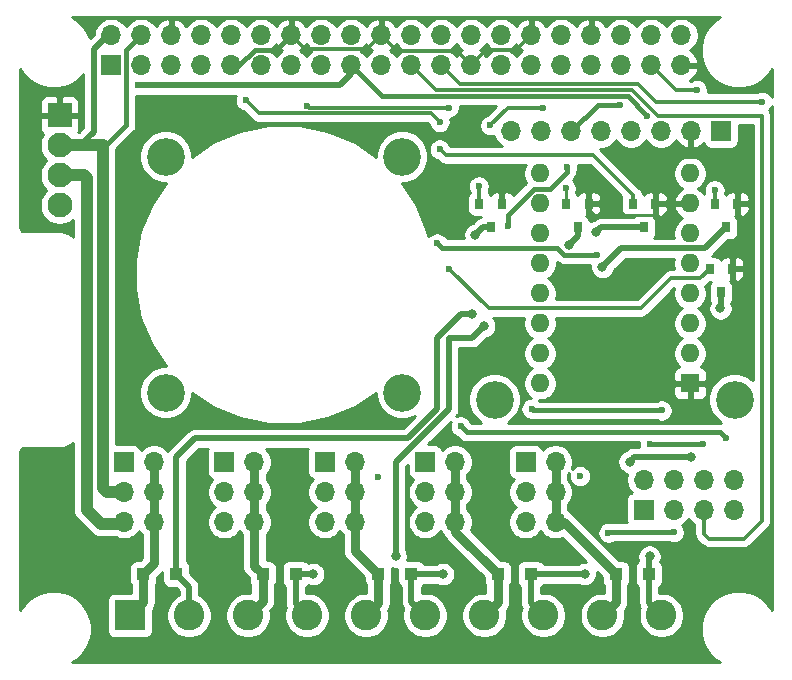
<source format=gbr>
%TF.GenerationSoftware,KiCad,Pcbnew,(5.1.9)-1*%
%TF.CreationDate,2021-03-07T19:12:45-05:00*%
%TF.ProjectId,bigp4ppa,62696770-3470-4706-912e-6b696361645f,rev?*%
%TF.SameCoordinates,Original*%
%TF.FileFunction,Copper,L2,Bot*%
%TF.FilePolarity,Positive*%
%FSLAX46Y46*%
G04 Gerber Fmt 4.6, Leading zero omitted, Abs format (unit mm)*
G04 Created by KiCad (PCBNEW (5.1.9)-1) date 2021-03-07 19:12:45*
%MOMM*%
%LPD*%
G01*
G04 APERTURE LIST*
%TA.AperFunction,ComponentPad*%
%ADD10C,2.600000*%
%TD*%
%TA.AperFunction,ComponentPad*%
%ADD11R,2.600000X2.600000*%
%TD*%
%TA.AperFunction,ComponentPad*%
%ADD12O,1.700000X1.700000*%
%TD*%
%TA.AperFunction,ComponentPad*%
%ADD13R,1.700000X1.700000*%
%TD*%
%TA.AperFunction,SMDPad,CuDef*%
%ADD14R,0.800000X0.900000*%
%TD*%
%TA.AperFunction,ComponentPad*%
%ADD15O,1.600000X1.600000*%
%TD*%
%TA.AperFunction,ComponentPad*%
%ADD16R,1.600000X1.600000*%
%TD*%
%TA.AperFunction,SMDPad,CuDef*%
%ADD17R,1.100000X1.100000*%
%TD*%
%TA.AperFunction,WasherPad*%
%ADD18C,3.200000*%
%TD*%
%TA.AperFunction,ComponentPad*%
%ADD19R,2.100000X2.100000*%
%TD*%
%TA.AperFunction,ComponentPad*%
%ADD20C,2.100000*%
%TD*%
%TA.AperFunction,ViaPad*%
%ADD21C,0.600000*%
%TD*%
%TA.AperFunction,ViaPad*%
%ADD22C,0.800000*%
%TD*%
%TA.AperFunction,Conductor*%
%ADD23C,0.400000*%
%TD*%
%TA.AperFunction,Conductor*%
%ADD24C,1.000000*%
%TD*%
%TA.AperFunction,Conductor*%
%ADD25C,0.500000*%
%TD*%
%TA.AperFunction,Conductor*%
%ADD26C,0.300000*%
%TD*%
%TA.AperFunction,Conductor*%
%ADD27C,0.250000*%
%TD*%
%TA.AperFunction,Conductor*%
%ADD28C,0.800000*%
%TD*%
%TA.AperFunction,Conductor*%
%ADD29C,0.254000*%
%TD*%
%TA.AperFunction,Conductor*%
%ADD30C,0.100000*%
%TD*%
G04 APERTURE END LIST*
D10*
%TO.P,J4,10*%
%TO.N,/GPIO23-*%
X125462000Y-96350000D03*
%TO.P,J4,9*%
%TO.N,/GPIO23+*%
X120462000Y-96350000D03*
%TO.P,J4,8*%
%TO.N,/GPIO19-*%
X115462000Y-96350000D03*
%TO.P,J4,7*%
%TO.N,/GPIO19+*%
X110462000Y-96350000D03*
%TO.P,J4,6*%
%TO.N,/GPIO18-*%
X105462000Y-96350000D03*
%TO.P,J4,5*%
%TO.N,/GPIO18+*%
X100462000Y-96350000D03*
%TO.P,J4,4*%
%TO.N,/GPIO13-*%
X95462000Y-96350000D03*
%TO.P,J4,3*%
%TO.N,/GPIO13+*%
X90462000Y-96350000D03*
%TO.P,J4,2*%
%TO.N,/GPIO12-*%
X85462000Y-96350000D03*
D11*
%TO.P,J4,1*%
%TO.N,/GPIO12+*%
X80462000Y-96350000D03*
%TD*%
D12*
%TO.P,J15,8*%
%TO.N,ADXL_CS*%
X131582000Y-84856000D03*
%TO.P,J15,7*%
%TO.N,ADXL_SCL*%
X131582000Y-87396000D03*
%TO.P,J15,6*%
%TO.N,+3V3*%
X129042000Y-84856000D03*
%TO.P,J15,5*%
%TO.N,ADXL_SDO*%
X129042000Y-87396000D03*
%TO.P,J15,4*%
%TO.N,GND*%
X126502000Y-84856000D03*
%TO.P,J15,3*%
%TO.N,ADXL_SDA*%
X126502000Y-87396000D03*
%TO.P,J15,2*%
%TO.N,N/C*%
X123962000Y-84856000D03*
D13*
%TO.P,J15,1*%
%TO.N,+3V3*%
X123962000Y-87396000D03*
%TD*%
D14*
%TO.P,Q6,3*%
%TO.N,/GPIO19-*%
X130937000Y-63500000D03*
%TO.P,Q6,2*%
%TO.N,GND*%
X131887000Y-61500000D03*
%TO.P,Q6,1*%
%TO.N,GPIO19*%
X129987000Y-61500000D03*
%TD*%
D15*
%TO.P,A1,16*%
%TO.N,N/C*%
X115189000Y-76708000D03*
%TO.P,A1,8*%
%TO.N,+24V*%
X127889000Y-58928000D03*
%TO.P,A1,15*%
%TO.N,N/C*%
X115189000Y-74168000D03*
%TO.P,A1,7*%
%TO.N,GND*%
X127889000Y-61468000D03*
%TO.P,A1,14*%
%TO.N,N/C*%
X115189000Y-71628000D03*
%TO.P,A1,6*%
X127889000Y-64008000D03*
%TO.P,A1,13*%
%TO.N,MAX_SDI*%
X115189000Y-69088000D03*
%TO.P,A1,5*%
%TO.N,N/C*%
X127889000Y-66548000D03*
%TO.P,A1,12*%
%TO.N,MAX_CS*%
X115189000Y-66548000D03*
%TO.P,A1,4*%
%TO.N,N/C*%
X127889000Y-69088000D03*
%TO.P,A1,11*%
%TO.N,MAX_CLK*%
X115189000Y-64008000D03*
%TO.P,A1,3*%
%TO.N,N/C*%
X127889000Y-71628000D03*
%TO.P,A1,10*%
%TO.N,MAX_SDO*%
X115189000Y-61468000D03*
%TO.P,A1,2*%
%TO.N,N/C*%
X127889000Y-74168000D03*
%TO.P,A1,9*%
X115189000Y-58928000D03*
D16*
%TO.P,A1,1*%
%TO.N,GND*%
X127889000Y-76708000D03*
%TD*%
D12*
%TO.P,J2,40*%
%TO.N,MAX_CLK*%
X127130000Y-47230000D03*
%TO.P,J2,39*%
%TO.N,GND*%
X127130000Y-49770000D03*
%TO.P,J2,38*%
%TO.N,MAX_SDI*%
X124590000Y-47230000D03*
%TO.P,J2,37*%
%TO.N,GPIO19*%
X124590000Y-49770000D03*
%TO.P,J2,36*%
%TO.N,N/C*%
X122050000Y-47230000D03*
%TO.P,J2,35*%
%TO.N,MAX_SDO*%
X122050000Y-49770000D03*
%TO.P,J2,34*%
%TO.N,GND*%
X119510000Y-47230000D03*
%TO.P,J2,33*%
%TO.N,GPIO13*%
X119510000Y-49770000D03*
%TO.P,J2,32*%
%TO.N,GPIO12*%
X116970000Y-47230000D03*
%TO.P,J2,31*%
%TO.N,N/C*%
X116970000Y-49770000D03*
%TO.P,J2,30*%
%TO.N,GND*%
X114430000Y-47230000D03*
%TO.P,J2,29*%
%TO.N,N/C*%
X114430000Y-49770000D03*
%TO.P,J2,28*%
X111890000Y-47230000D03*
%TO.P,J2,27*%
X111890000Y-49770000D03*
%TO.P,J2,26*%
%TO.N,MAX_CS*%
X109350000Y-47230000D03*
%TO.P,J2,25*%
%TO.N,GND*%
X109350000Y-49770000D03*
%TO.P,J2,24*%
%TO.N,ADXL_CS*%
X106810000Y-47230000D03*
%TO.P,J2,23*%
%TO.N,ADXL_SCL*%
X106810000Y-49770000D03*
%TO.P,J2,22*%
%TO.N,N/C*%
X104270000Y-47230000D03*
%TO.P,J2,21*%
%TO.N,ADXL_SDO*%
X104270000Y-49770000D03*
%TO.P,J2,20*%
%TO.N,GND*%
X101730000Y-47230000D03*
%TO.P,J2,19*%
%TO.N,ADXL_SDA*%
X101730000Y-49770000D03*
%TO.P,J2,18*%
%TO.N,N/C*%
X99190000Y-47230000D03*
%TO.P,J2,17*%
%TO.N,+3V3*%
X99190000Y-49770000D03*
%TO.P,J2,16*%
%TO.N,GPIO23*%
X96650000Y-47230000D03*
%TO.P,J2,15*%
%TO.N,N/C*%
X96650000Y-49770000D03*
%TO.P,J2,14*%
%TO.N,GND*%
X94110000Y-47230000D03*
%TO.P,J2,13*%
%TO.N,N/C*%
X94110000Y-49770000D03*
%TO.P,J2,12*%
%TO.N,GPIO18*%
X91570000Y-47230000D03*
%TO.P,J2,11*%
%TO.N,N/C*%
X91570000Y-49770000D03*
%TO.P,J2,10*%
X89030000Y-47230000D03*
%TO.P,J2,9*%
%TO.N,GND*%
X89030000Y-49770000D03*
%TO.P,J2,8*%
%TO.N,N/C*%
X86490000Y-47230000D03*
%TO.P,J2,7*%
X86490000Y-49770000D03*
%TO.P,J2,6*%
%TO.N,GND*%
X83950000Y-47230000D03*
%TO.P,J2,5*%
%TO.N,N/C*%
X83950000Y-49770000D03*
%TO.P,J2,4*%
%TO.N,+5V*%
X81410000Y-47230000D03*
%TO.P,J2,3*%
%TO.N,N/C*%
X81410000Y-49770000D03*
%TO.P,J2,2*%
%TO.N,+5V*%
X78870000Y-47230000D03*
D13*
%TO.P,J2,1*%
%TO.N,+3V3*%
X78870000Y-49770000D03*
%TD*%
D17*
%TO.P,D5,2*%
%TO.N,/GPIO23-*%
X124400000Y-92850000D03*
%TO.P,D5,1*%
%TO.N,/GPIO23+*%
X121600000Y-92850000D03*
%TD*%
%TO.P,D4,2*%
%TO.N,/GPIO19-*%
X114400000Y-92850000D03*
%TO.P,D4,1*%
%TO.N,/GPIO19+*%
X111600000Y-92850000D03*
%TD*%
%TO.P,D3,2*%
%TO.N,/GPIO18-*%
X104300000Y-92850000D03*
%TO.P,D3,1*%
%TO.N,/GPIO18+*%
X101500000Y-92850000D03*
%TD*%
%TO.P,D2,2*%
%TO.N,/GPIO13-*%
X94500000Y-92850000D03*
%TO.P,D2,1*%
%TO.N,/GPIO13+*%
X91700000Y-92850000D03*
%TD*%
%TO.P,D1,2*%
%TO.N,/GPIO12-*%
X84400000Y-92850000D03*
%TO.P,D1,1*%
%TO.N,/GPIO12+*%
X81600000Y-92850000D03*
%TD*%
D18*
%TO.P,25x25,*%
%TO.N,*%
X83500000Y-57500000D03*
X83500000Y-77500000D03*
X103500000Y-77500000D03*
X103500000Y-57500000D03*
%TD*%
%TO.P,U$19,*%
%TO.N,*%
X111338900Y-78076400D03*
%TD*%
%TO.P,U$18,*%
%TO.N,*%
X131658900Y-78076400D03*
%TD*%
D19*
%TO.P,J1,1*%
%TO.N,GND*%
X74500000Y-54000000D03*
D20*
%TO.P,J1,2*%
%TO.N,+5V*%
X74500000Y-56540000D03*
%TO.P,J1,3*%
%TO.N,+12V*%
X74500000Y-59080000D03*
%TO.P,J1,4*%
%TO.N,+24V*%
X74500000Y-61620000D03*
%TD*%
D14*
%TO.P,Q1,1*%
%TO.N,GPIO23*%
X129550000Y-67000000D03*
%TO.P,Q1,2*%
%TO.N,GND*%
X131450000Y-67000000D03*
%TO.P,Q1,3*%
%TO.N,/GPIO23-*%
X130500000Y-69000000D03*
%TD*%
D12*
%TO.P,J14,6*%
%TO.N,/GPIO18+*%
X99502000Y-88430000D03*
%TO.P,J14,5*%
%TO.N,+12V*%
X96962000Y-88430000D03*
%TO.P,J14,4*%
%TO.N,/GPIO18+*%
X99502000Y-85890000D03*
%TO.P,J14,3*%
%TO.N,+5V*%
X96962000Y-85890000D03*
%TO.P,J14,2*%
%TO.N,/GPIO18+*%
X99502000Y-83350000D03*
D13*
%TO.P,J14,1*%
%TO.N,+24V*%
X96962000Y-83350000D03*
%TD*%
D12*
%TO.P,J13,6*%
%TO.N,/GPIO13+*%
X91002000Y-88430000D03*
%TO.P,J13,5*%
%TO.N,+12V*%
X88462000Y-88430000D03*
%TO.P,J13,4*%
%TO.N,/GPIO13+*%
X91002000Y-85890000D03*
%TO.P,J13,3*%
%TO.N,+5V*%
X88462000Y-85890000D03*
%TO.P,J13,2*%
%TO.N,/GPIO13+*%
X91002000Y-83350000D03*
D13*
%TO.P,J13,1*%
%TO.N,+24V*%
X88462000Y-83350000D03*
%TD*%
D12*
%TO.P,J12,6*%
%TO.N,/GPIO12+*%
X82502000Y-88430000D03*
%TO.P,J12,5*%
%TO.N,+12V*%
X79962000Y-88430000D03*
%TO.P,J12,4*%
%TO.N,/GPIO12+*%
X82502000Y-85890000D03*
%TO.P,J12,3*%
%TO.N,+5V*%
X79962000Y-85890000D03*
%TO.P,J12,2*%
%TO.N,/GPIO12+*%
X82502000Y-83350000D03*
D13*
%TO.P,J12,1*%
%TO.N,+24V*%
X79962000Y-83350000D03*
%TD*%
D12*
%TO.P,J11,6*%
%TO.N,/GPIO19+*%
X108002000Y-88430000D03*
%TO.P,J11,5*%
%TO.N,+12V*%
X105462000Y-88430000D03*
%TO.P,J11,4*%
%TO.N,/GPIO19+*%
X108002000Y-85890000D03*
%TO.P,J11,3*%
%TO.N,+5V*%
X105462000Y-85890000D03*
%TO.P,J11,2*%
%TO.N,/GPIO19+*%
X108002000Y-83350000D03*
D13*
%TO.P,J11,1*%
%TO.N,+24V*%
X105462000Y-83350000D03*
%TD*%
%TO.P,J8,1*%
%TO.N,N/C*%
X130500000Y-55350000D03*
D12*
%TO.P,J8,2*%
%TO.N,GND*%
X127960000Y-55350000D03*
%TO.P,J8,3*%
%TO.N,+3V3*%
X125420000Y-55350000D03*
%TO.P,J8,4*%
%TO.N,MAX_CLK*%
X122880000Y-55350000D03*
%TO.P,J8,5*%
%TO.N,MAX_SDO*%
X120340000Y-55350000D03*
%TO.P,J8,6*%
%TO.N,MAX_SDI*%
X117800000Y-55350000D03*
%TO.P,J8,7*%
%TO.N,MAX_CS*%
X115260000Y-55350000D03*
%TO.P,J8,8*%
%TO.N,N/C*%
X112720000Y-55350000D03*
%TD*%
D13*
%TO.P,J3,1*%
%TO.N,+24V*%
X113962000Y-83350000D03*
D12*
%TO.P,J3,2*%
%TO.N,/GPIO23+*%
X116502000Y-83350000D03*
%TO.P,J3,3*%
%TO.N,+5V*%
X113962000Y-85890000D03*
%TO.P,J3,4*%
%TO.N,/GPIO23+*%
X116502000Y-85890000D03*
%TO.P,J3,5*%
%TO.N,+12V*%
X113962000Y-88430000D03*
%TO.P,J3,6*%
%TO.N,/GPIO23+*%
X116502000Y-88430000D03*
%TD*%
D14*
%TO.P,Q5,3*%
%TO.N,/GPIO13-*%
X118364000Y-63500000D03*
%TO.P,Q5,2*%
%TO.N,GND*%
X119314000Y-61500000D03*
%TO.P,Q5,1*%
%TO.N,GPIO13*%
X117414000Y-61500000D03*
%TD*%
%TO.P,Q4,3*%
%TO.N,/GPIO18-*%
X124000000Y-63500000D03*
%TO.P,Q4,2*%
%TO.N,GND*%
X124950000Y-61500000D03*
%TO.P,Q4,1*%
%TO.N,GPIO18*%
X123050000Y-61500000D03*
%TD*%
%TO.P,Q3,3*%
%TO.N,/GPIO12-*%
X111000000Y-63500000D03*
%TO.P,Q3,2*%
%TO.N,GND*%
X111950000Y-61500000D03*
%TO.P,Q3,1*%
%TO.N,GPIO12*%
X110050000Y-61500000D03*
%TD*%
D21*
%TO.N,*%
X101462000Y-84650000D03*
X118562000Y-84550000D03*
%TO.N,GND*%
X81400000Y-60600000D03*
X86400000Y-55300000D03*
X120904000Y-61468000D03*
X132962000Y-58850000D03*
X125603000Y-58166000D03*
X118462000Y-68850000D03*
X122962000Y-73350000D03*
X122962000Y-67350000D03*
X122962000Y-76150000D03*
X131962000Y-92050000D03*
X111062000Y-53350000D03*
X109350000Y-58750000D03*
X72062000Y-55450000D03*
X72062000Y-54050000D03*
X72062000Y-52750000D03*
X82062000Y-53350000D03*
X82062000Y-54250000D03*
X82962000Y-53350000D03*
X82962000Y-54250000D03*
X73862000Y-84850000D03*
X73862000Y-85650000D03*
X73862000Y-86450000D03*
X73862000Y-87250000D03*
X102762000Y-99250000D03*
X102062000Y-99250000D03*
X103562000Y-99250000D03*
X132962000Y-59850000D03*
X132962000Y-64350000D03*
X132962000Y-65350000D03*
X132462000Y-73350000D03*
X131462000Y-73350000D03*
X117962000Y-72850000D03*
X117962000Y-73850000D03*
X117962000Y-74850000D03*
X110962000Y-73850000D03*
X110962000Y-74850000D03*
X111962000Y-74850000D03*
X101462000Y-54850000D03*
X100462000Y-54850000D03*
X100462000Y-55850000D03*
X127462000Y-79350000D03*
X116462000Y-79950000D03*
X132962000Y-66350000D03*
%TO.N,GPIO18*%
X90250000Y-52750000D03*
X106680000Y-56896000D03*
%TO.N,GPIO12*%
X110000000Y-60000000D03*
%TO.N,GPIO13*%
X117348000Y-60198000D03*
%TO.N,+24V*%
X125476000Y-78994000D03*
X114462000Y-78850000D03*
%TO.N,+3V3*%
X128962000Y-81850000D03*
X124252371Y-54059625D03*
X124462000Y-81850000D03*
X81162000Y-51450000D03*
%TO.N,MAX_SDI*%
X117462000Y-58350000D03*
X112462000Y-63350000D03*
X121962000Y-53100021D03*
%TO.N,ADXL_CS*%
X108462000Y-80350000D03*
X130962000Y-81350000D03*
%TO.N,ADXL_SDA*%
X126502000Y-89310000D03*
X120962000Y-89350000D03*
X106462000Y-64850008D03*
X119988013Y-65824001D03*
%TO.N,ADXL_SCL*%
X133962000Y-52850000D03*
%TO.N,GPIO19*%
X128462000Y-51850000D03*
X129962000Y-60350000D03*
%TO.N,GPIO12*%
X115462000Y-53350000D03*
X110962000Y-54850000D03*
%TO.N,GPIO23*%
X107500000Y-67000000D03*
X107462000Y-53350000D03*
X95462000Y-53199990D03*
%TO.N,GPIO18*%
X106679019Y-54570031D03*
D22*
%TO.N,/GPIO12-*%
X109462000Y-70850000D03*
X109711999Y-64099999D03*
%TO.N,/GPIO13-*%
X117602000Y-65024000D03*
X110462000Y-71850000D03*
X102962000Y-91350000D03*
X95962000Y-92850000D03*
%TO.N,/GPIO18-*%
X119962000Y-63850000D03*
X106962000Y-92850000D03*
%TO.N,/GPIO19-*%
X118962000Y-92850000D03*
X120462012Y-66850000D03*
%TO.N,/GPIO23-*%
X130462000Y-70350000D03*
X124462000Y-91350000D03*
X127962000Y-82950000D03*
X122762010Y-83350000D03*
%TD*%
D23*
%TO.N,+5V*%
X78460000Y-56540000D02*
X74500000Y-56540000D01*
X80159999Y-54840001D02*
X78460000Y-56540000D01*
X80159999Y-48480001D02*
X80159999Y-54840001D01*
X81410000Y-47230000D02*
X80159999Y-48480001D01*
D24*
X76240000Y-56540000D02*
X74500000Y-56540000D01*
D25*
X77400000Y-55380000D02*
X76240000Y-56540000D01*
X77400000Y-48400000D02*
X77400000Y-55380000D01*
X78570000Y-47230000D02*
X77400000Y-48400000D01*
X78870000Y-47230000D02*
X78570000Y-47230000D01*
D24*
X78162000Y-85550000D02*
X78502000Y-85890000D01*
X78162000Y-56562000D02*
X78162000Y-85550000D01*
X78140000Y-56540000D02*
X78162000Y-56562000D01*
X78502000Y-85890000D02*
X79962000Y-85890000D01*
X74500000Y-56540000D02*
X78140000Y-56540000D01*
D23*
%TO.N,GND*%
X92859999Y-48480001D02*
X94110000Y-47230000D01*
X91009997Y-48480001D02*
X92859999Y-48480001D01*
X89719998Y-49770000D02*
X91009997Y-48480001D01*
X89030000Y-49770000D02*
X89719998Y-49770000D01*
D26*
X110639999Y-48480001D02*
X109350000Y-49770000D01*
X114430000Y-47230000D02*
X113179999Y-48480001D01*
X113179999Y-48480001D02*
X110639999Y-48480001D01*
D27*
X124950000Y-58819000D02*
X125603000Y-58166000D01*
X124950000Y-61500000D02*
X124950000Y-58819000D01*
X124950000Y-62248000D02*
X124950000Y-61500000D01*
X124714000Y-62484000D02*
X124950000Y-62248000D01*
X119761000Y-62484000D02*
X124714000Y-62484000D01*
X119314000Y-62037000D02*
X119761000Y-62484000D01*
X119314000Y-61500000D02*
X119314000Y-62037000D01*
D26*
X103050000Y-48550000D02*
X101730000Y-47230000D01*
X108130000Y-48550000D02*
X103050000Y-48550000D01*
X109350000Y-49770000D02*
X108130000Y-48550000D01*
X95310001Y-48430001D02*
X94110000Y-47230000D01*
X100529999Y-48430001D02*
X95310001Y-48430001D01*
X101730000Y-47230000D02*
X100529999Y-48430001D01*
X109350000Y-58750000D02*
X110962000Y-58750000D01*
X111950000Y-59738000D02*
X111950000Y-61500000D01*
X110962000Y-58750000D02*
X111950000Y-59738000D01*
%TO.N,GPIO12*%
X110050000Y-61500000D02*
X110050000Y-60050000D01*
X110050000Y-60050000D02*
X110000000Y-60000000D01*
D27*
%TO.N,GPIO13*%
X117414000Y-60264000D02*
X117348000Y-60198000D01*
X117414000Y-61500000D02*
X117414000Y-60264000D01*
D23*
%TO.N,+24V*%
X114606000Y-78994000D02*
X114462000Y-78850000D01*
X125476000Y-78994000D02*
X114606000Y-78994000D01*
D24*
%TO.N,+12V*%
X74500000Y-59080000D02*
X76580000Y-59080000D01*
X76580000Y-59080000D02*
X76800000Y-59300000D01*
X76800000Y-59300000D02*
X76800000Y-87400000D01*
X77980000Y-88580000D02*
X76800000Y-87400000D01*
X80000000Y-88580000D02*
X77980000Y-88580000D01*
D23*
%TO.N,+3V3*%
X101820011Y-52400011D02*
X122592757Y-52400011D01*
X99190000Y-49770000D02*
X101820011Y-52400011D01*
X122592757Y-52400011D02*
X124252371Y-54059625D01*
X128962000Y-81850000D02*
X128537736Y-81850000D01*
X128537736Y-81850000D02*
X124462000Y-81850000D01*
D25*
X81162000Y-51450000D02*
X98262000Y-51450000D01*
X99190000Y-50522000D02*
X99190000Y-49770000D01*
X98262000Y-51450000D02*
X99190000Y-50522000D01*
D23*
%TO.N,MAX_SDI*%
X120049979Y-53100021D02*
X121962000Y-53100021D01*
X117800000Y-55350000D02*
X120049979Y-53100021D01*
X112462000Y-62418998D02*
X112462000Y-63350000D01*
X115986264Y-60250000D02*
X114630998Y-60250000D01*
X114630998Y-60250000D02*
X112462000Y-62418998D01*
X117462000Y-58774264D02*
X115986264Y-60250000D01*
X117462000Y-58350000D02*
X117462000Y-58774264D01*
%TO.N,ADXL_CS*%
X130462000Y-80850000D02*
X130962000Y-81350000D01*
X108962000Y-80850000D02*
X130462000Y-80850000D01*
X108462000Y-80350000D02*
X108962000Y-80850000D01*
D26*
%TO.N,ADXL_SDO*%
X122962010Y-51850010D02*
X106350010Y-51850010D01*
X125190001Y-54078001D02*
X122962010Y-51850010D01*
X133962000Y-54078001D02*
X125190001Y-54078001D01*
X132462000Y-89850000D02*
X133962000Y-88350000D01*
X106350010Y-51850010D02*
X104270000Y-49770000D01*
X133962000Y-88350000D02*
X133962000Y-54078001D01*
X129462000Y-89850000D02*
X132462000Y-89850000D01*
X129042000Y-89430000D02*
X129462000Y-89850000D01*
X129042000Y-87396000D02*
X129042000Y-89430000D01*
D23*
%TO.N,ADXL_SDA*%
X121002000Y-89310000D02*
X120962000Y-89350000D01*
X126502000Y-89310000D02*
X121002000Y-89310000D01*
X117217999Y-65824001D02*
X119988013Y-65824001D01*
X106462000Y-64850008D02*
X106861992Y-65250000D01*
X106861992Y-65250000D02*
X116643998Y-65250000D01*
X116643998Y-65250000D02*
X117217999Y-65824001D01*
D26*
%TO.N,ADXL_SCL*%
X108390000Y-51350000D02*
X106810000Y-49770000D01*
X123462000Y-51350000D02*
X108390000Y-51350000D01*
X124962000Y-52850000D02*
X123462000Y-51350000D01*
X133962000Y-52850000D02*
X124962000Y-52850000D01*
%TO.N,GPIO19*%
X126670000Y-51850000D02*
X128462000Y-51850000D01*
X124590000Y-49770000D02*
X126670000Y-51850000D01*
X129962000Y-61475000D02*
X129987000Y-61500000D01*
X129962000Y-60350000D02*
X129962000Y-61475000D01*
%TO.N,GPIO12*%
X115462000Y-53350000D02*
X112462000Y-53350000D01*
X112462000Y-53350000D02*
X110962000Y-54850000D01*
%TO.N,GPIO23*%
X110850000Y-70350000D02*
X107500000Y-67000000D01*
X126238000Y-67818000D02*
X123706000Y-70350000D01*
X123706000Y-70350000D02*
X110850000Y-70350000D01*
X128732000Y-67818000D02*
X126238000Y-67818000D01*
X129550000Y-67000000D02*
X128732000Y-67818000D01*
X107462000Y-53350000D02*
X95612010Y-53350000D01*
X95612010Y-53350000D02*
X95462000Y-53199990D01*
%TO.N,GPIO18*%
X107188000Y-57404000D02*
X106680000Y-56896000D01*
X119704000Y-57404000D02*
X107188000Y-57404000D01*
X123050000Y-60750000D02*
X119704000Y-57404000D01*
X123050000Y-61500000D02*
X123050000Y-60750000D01*
X105958988Y-53850000D02*
X106679019Y-54570031D01*
X91350000Y-53850000D02*
X105958988Y-53850000D01*
X90250000Y-52750000D02*
X91350000Y-53850000D01*
D25*
%TO.N,/GPIO12-*%
X85462000Y-93912000D02*
X84400000Y-92850000D01*
X85462000Y-96350000D02*
X85462000Y-93912000D01*
X109462000Y-70850000D02*
X108472037Y-70850000D01*
X108472037Y-70850000D02*
X106462000Y-72860037D01*
X106462000Y-72860037D02*
X106462000Y-78850000D01*
X106462000Y-78850000D02*
X103962000Y-81350000D01*
X103962000Y-81350000D02*
X85962000Y-81350000D01*
X85962000Y-81350000D02*
X84400000Y-82912000D01*
X84400000Y-82912000D02*
X84400000Y-92850000D01*
X111000000Y-63500000D02*
X110311998Y-63500000D01*
X110311998Y-63500000D02*
X109711999Y-64099999D01*
D28*
%TO.N,/GPIO12+*%
X82502000Y-83350000D02*
X82502000Y-85890000D01*
X82502000Y-85890000D02*
X82502000Y-88430000D01*
X82502000Y-91948000D02*
X81600000Y-92850000D01*
X82502000Y-88430000D02*
X82502000Y-91948000D01*
X81600000Y-95212000D02*
X80462000Y-96350000D01*
X81600000Y-92850000D02*
X81600000Y-95212000D01*
D25*
%TO.N,/GPIO13-*%
X118364000Y-64262000D02*
X117602000Y-65024000D01*
X118364000Y-63500000D02*
X118364000Y-64262000D01*
X94500000Y-95388000D02*
X95462000Y-96350000D01*
X94500000Y-92850000D02*
X94500000Y-95388000D01*
X95962000Y-92850000D02*
X94500000Y-92850000D01*
X102962000Y-83350000D02*
X102962000Y-91350000D01*
X107462000Y-78850000D02*
X102962000Y-83350000D01*
X107462000Y-72850000D02*
X107462000Y-78850000D01*
X109462000Y-72850000D02*
X107462000Y-72850000D01*
X110462000Y-71850000D02*
X109462000Y-72850000D01*
D28*
%TO.N,/GPIO13+*%
X91002000Y-83350000D02*
X91002000Y-85890000D01*
X91002000Y-85890000D02*
X91002000Y-88430000D01*
X91002000Y-92152000D02*
X91700000Y-92850000D01*
X91002000Y-88430000D02*
X91002000Y-92152000D01*
X91700000Y-95112000D02*
X90462000Y-96350000D01*
X91700000Y-92850000D02*
X91700000Y-95112000D01*
D25*
%TO.N,/GPIO18-*%
X104300000Y-95188000D02*
X105462000Y-96350000D01*
X104300000Y-92850000D02*
X104300000Y-95188000D01*
X120312000Y-63500000D02*
X119962000Y-63850000D01*
X124000000Y-63500000D02*
X120312000Y-63500000D01*
X106962000Y-92850000D02*
X104300000Y-92850000D01*
D28*
%TO.N,/GPIO18+*%
X99502000Y-83350000D02*
X99502000Y-85890000D01*
X99502000Y-85890000D02*
X99502000Y-88430000D01*
X99502000Y-90852000D02*
X101500000Y-92850000D01*
X99502000Y-88430000D02*
X99502000Y-90852000D01*
X101500000Y-95312000D02*
X100462000Y-96350000D01*
X101500000Y-92850000D02*
X101500000Y-95312000D01*
D25*
%TO.N,/GPIO19-*%
X118962000Y-92850000D02*
X114400000Y-92850000D01*
X114400000Y-95288000D02*
X115462000Y-96350000D01*
X114400000Y-92850000D02*
X114400000Y-95288000D01*
X130937000Y-63500000D02*
X129178999Y-65258001D01*
X129178999Y-65258001D02*
X122054011Y-65258001D01*
X122054011Y-65258001D02*
X120462012Y-66850000D01*
D28*
%TO.N,/GPIO19+*%
X108002000Y-83350000D02*
X108002000Y-85890000D01*
X108002000Y-85890000D02*
X108002000Y-88430000D01*
X108002000Y-89252000D02*
X111600000Y-92850000D01*
X108002000Y-88430000D02*
X108002000Y-89252000D01*
X111600000Y-95212000D02*
X110462000Y-96350000D01*
X111600000Y-92850000D02*
X111600000Y-95212000D01*
D25*
%TO.N,/GPIO23-*%
X130500000Y-69000000D02*
X130500000Y-70312000D01*
X130500000Y-70312000D02*
X130462000Y-70350000D01*
X124400000Y-91412000D02*
X124462000Y-91350000D01*
X124400000Y-92850000D02*
X124400000Y-91412000D01*
X124400000Y-95288000D02*
X125462000Y-96350000D01*
X124400000Y-92850000D02*
X124400000Y-95288000D01*
X123162009Y-82950001D02*
X122762010Y-83350000D01*
X127962000Y-82950000D02*
X123162009Y-82950001D01*
D28*
%TO.N,/GPIO23+*%
X116502000Y-83350000D02*
X116502000Y-85890000D01*
X116502000Y-85890000D02*
X116502000Y-88430000D01*
X117180000Y-88430000D02*
X121600000Y-92850000D01*
X116502000Y-88430000D02*
X117180000Y-88430000D01*
X121600000Y-95212000D02*
X120462000Y-96350000D01*
X121600000Y-92850000D02*
X121600000Y-95212000D01*
%TD*%
D29*
%TO.N,GND*%
X134815001Y-95904500D02*
X134506575Y-95442907D01*
X134057093Y-94993425D01*
X133528558Y-94640270D01*
X132941281Y-94397012D01*
X132317832Y-94273000D01*
X131682168Y-94273000D01*
X131058719Y-94397012D01*
X130471442Y-94640270D01*
X129942907Y-94993425D01*
X129493425Y-95442907D01*
X129140270Y-95971442D01*
X128897012Y-96558719D01*
X128773000Y-97182168D01*
X128773000Y-97817832D01*
X128897012Y-98441281D01*
X129140270Y-99028558D01*
X129493425Y-99557093D01*
X129942907Y-100006575D01*
X130404499Y-100315000D01*
X75595501Y-100315000D01*
X76057093Y-100006575D01*
X76506575Y-99557093D01*
X76859730Y-99028558D01*
X77102988Y-98441281D01*
X77227000Y-97817832D01*
X77227000Y-97182168D01*
X77102988Y-96558719D01*
X76859730Y-95971442D01*
X76506575Y-95442907D01*
X76057093Y-94993425D01*
X75528558Y-94640270D01*
X74941281Y-94397012D01*
X74317832Y-94273000D01*
X73682168Y-94273000D01*
X73058719Y-94397012D01*
X72471442Y-94640270D01*
X71942907Y-94993425D01*
X71493425Y-95442907D01*
X71185000Y-95904499D01*
X71185000Y-82533505D01*
X71194222Y-82439453D01*
X71211805Y-82381214D01*
X71240366Y-82327499D01*
X71278816Y-82280354D01*
X71325691Y-82241576D01*
X71379204Y-82212642D01*
X71437323Y-82194651D01*
X71529145Y-82185000D01*
X74533647Y-82185000D01*
X74562955Y-82182113D01*
X74569066Y-82182156D01*
X74578585Y-82181223D01*
X74772682Y-82160822D01*
X74833496Y-82148339D01*
X74894481Y-82136705D01*
X74903637Y-82133941D01*
X75090075Y-82076229D01*
X75147279Y-82052182D01*
X75204873Y-82028913D01*
X75213317Y-82024423D01*
X75384994Y-81931598D01*
X75436468Y-81896878D01*
X75488418Y-81862883D01*
X75495829Y-81856839D01*
X75646207Y-81732435D01*
X75665001Y-81713510D01*
X75665001Y-87344238D01*
X75659509Y-87400000D01*
X75681423Y-87622498D01*
X75746324Y-87836446D01*
X75786585Y-87911768D01*
X75851717Y-88033623D01*
X75993552Y-88206449D01*
X76036860Y-88241991D01*
X77138008Y-89343140D01*
X77173551Y-89386449D01*
X77346377Y-89528284D01*
X77538707Y-89631086D01*
X77543553Y-89633676D01*
X77757501Y-89698577D01*
X77979999Y-89720491D01*
X78035751Y-89715000D01*
X79212209Y-89715000D01*
X79258589Y-89745990D01*
X79528842Y-89857932D01*
X79815740Y-89915000D01*
X80108260Y-89915000D01*
X80395158Y-89857932D01*
X80665411Y-89745990D01*
X80908632Y-89583475D01*
X81115475Y-89376632D01*
X81232000Y-89202240D01*
X81348525Y-89376632D01*
X81467000Y-89495107D01*
X81467001Y-91519288D01*
X81324361Y-91661928D01*
X81050000Y-91661928D01*
X80925518Y-91674188D01*
X80805820Y-91710498D01*
X80695506Y-91769463D01*
X80598815Y-91848815D01*
X80519463Y-91945506D01*
X80460498Y-92055820D01*
X80424188Y-92175518D01*
X80411928Y-92300000D01*
X80411928Y-93400000D01*
X80424188Y-93524482D01*
X80460498Y-93644180D01*
X80519463Y-93754494D01*
X80565000Y-93809982D01*
X80565001Y-94411928D01*
X79162000Y-94411928D01*
X79037518Y-94424188D01*
X78917820Y-94460498D01*
X78807506Y-94519463D01*
X78710815Y-94598815D01*
X78631463Y-94695506D01*
X78572498Y-94805820D01*
X78536188Y-94925518D01*
X78523928Y-95050000D01*
X78523928Y-97650000D01*
X78536188Y-97774482D01*
X78572498Y-97894180D01*
X78631463Y-98004494D01*
X78710815Y-98101185D01*
X78807506Y-98180537D01*
X78917820Y-98239502D01*
X79037518Y-98275812D01*
X79162000Y-98288072D01*
X81762000Y-98288072D01*
X81886482Y-98275812D01*
X82006180Y-98239502D01*
X82116494Y-98180537D01*
X82213185Y-98101185D01*
X82292537Y-98004494D01*
X82351502Y-97894180D01*
X82387812Y-97774482D01*
X82400072Y-97650000D01*
X82400072Y-95868588D01*
X82464734Y-95789798D01*
X82537269Y-95654093D01*
X82560841Y-95609993D01*
X82620024Y-95414895D01*
X82635000Y-95262838D01*
X82635000Y-95262829D01*
X82640006Y-95212001D01*
X82635000Y-95161173D01*
X82635000Y-93809981D01*
X82680537Y-93754494D01*
X82739502Y-93644180D01*
X82775812Y-93524482D01*
X82788072Y-93400000D01*
X82788072Y-93125639D01*
X83197908Y-92715803D01*
X83211928Y-92704297D01*
X83211928Y-93400000D01*
X83224188Y-93524482D01*
X83260498Y-93644180D01*
X83319463Y-93754494D01*
X83398815Y-93851185D01*
X83495506Y-93930537D01*
X83605820Y-93989502D01*
X83725518Y-94025812D01*
X83850000Y-94038072D01*
X84336493Y-94038072D01*
X84577001Y-94278580D01*
X84577001Y-94622150D01*
X84545434Y-94635225D01*
X84228509Y-94846987D01*
X83958987Y-95116509D01*
X83747225Y-95433434D01*
X83601361Y-95785581D01*
X83527000Y-96159419D01*
X83527000Y-96540581D01*
X83601361Y-96914419D01*
X83747225Y-97266566D01*
X83958987Y-97583491D01*
X84228509Y-97853013D01*
X84545434Y-98064775D01*
X84897581Y-98210639D01*
X85271419Y-98285000D01*
X85652581Y-98285000D01*
X86026419Y-98210639D01*
X86378566Y-98064775D01*
X86695491Y-97853013D01*
X86965013Y-97583491D01*
X87176775Y-97266566D01*
X87322639Y-96914419D01*
X87397000Y-96540581D01*
X87397000Y-96159419D01*
X87322639Y-95785581D01*
X87176775Y-95433434D01*
X86965013Y-95116509D01*
X86695491Y-94846987D01*
X86378566Y-94635225D01*
X86347000Y-94622150D01*
X86347000Y-93955469D01*
X86351281Y-93912000D01*
X86347000Y-93868531D01*
X86347000Y-93868523D01*
X86334195Y-93738510D01*
X86283589Y-93571687D01*
X86201411Y-93417941D01*
X86140777Y-93344059D01*
X86118532Y-93316953D01*
X86118530Y-93316951D01*
X86090817Y-93283183D01*
X86057049Y-93255470D01*
X85588072Y-92786493D01*
X85588072Y-92300000D01*
X85575812Y-92175518D01*
X85539502Y-92055820D01*
X85480537Y-91945506D01*
X85401185Y-91848815D01*
X85304494Y-91769463D01*
X85285000Y-91759043D01*
X85285000Y-83278578D01*
X86328579Y-82235000D01*
X87033627Y-82235000D01*
X87022498Y-82255820D01*
X86986188Y-82375518D01*
X86973928Y-82500000D01*
X86973928Y-84200000D01*
X86986188Y-84324482D01*
X87022498Y-84444180D01*
X87081463Y-84554494D01*
X87160815Y-84651185D01*
X87257506Y-84730537D01*
X87367820Y-84789502D01*
X87440380Y-84811513D01*
X87308525Y-84943368D01*
X87146010Y-85186589D01*
X87034068Y-85456842D01*
X86977000Y-85743740D01*
X86977000Y-86036260D01*
X87034068Y-86323158D01*
X87146010Y-86593411D01*
X87308525Y-86836632D01*
X87515368Y-87043475D01*
X87689760Y-87160000D01*
X87515368Y-87276525D01*
X87308525Y-87483368D01*
X87146010Y-87726589D01*
X87034068Y-87996842D01*
X86977000Y-88283740D01*
X86977000Y-88576260D01*
X87034068Y-88863158D01*
X87146010Y-89133411D01*
X87308525Y-89376632D01*
X87515368Y-89583475D01*
X87758589Y-89745990D01*
X88028842Y-89857932D01*
X88315740Y-89915000D01*
X88608260Y-89915000D01*
X88895158Y-89857932D01*
X89165411Y-89745990D01*
X89408632Y-89583475D01*
X89615475Y-89376632D01*
X89732000Y-89202240D01*
X89848525Y-89376632D01*
X89967000Y-89495107D01*
X89967001Y-92101162D01*
X89961994Y-92152000D01*
X89981977Y-92354895D01*
X90041160Y-92549993D01*
X90137266Y-92729797D01*
X90234197Y-92847907D01*
X90266605Y-92887396D01*
X90306092Y-92919802D01*
X90511928Y-93125638D01*
X90511928Y-93400000D01*
X90524188Y-93524482D01*
X90560498Y-93644180D01*
X90619463Y-93754494D01*
X90665000Y-93809982D01*
X90665001Y-94417470D01*
X90652581Y-94415000D01*
X90271419Y-94415000D01*
X89897581Y-94489361D01*
X89545434Y-94635225D01*
X89228509Y-94846987D01*
X88958987Y-95116509D01*
X88747225Y-95433434D01*
X88601361Y-95785581D01*
X88527000Y-96159419D01*
X88527000Y-96540581D01*
X88601361Y-96914419D01*
X88747225Y-97266566D01*
X88958987Y-97583491D01*
X89228509Y-97853013D01*
X89545434Y-98064775D01*
X89897581Y-98210639D01*
X90271419Y-98285000D01*
X90652581Y-98285000D01*
X91026419Y-98210639D01*
X91378566Y-98064775D01*
X91695491Y-97853013D01*
X91965013Y-97583491D01*
X92176775Y-97266566D01*
X92322639Y-96914419D01*
X92397000Y-96540581D01*
X92397000Y-96159419D01*
X92350428Y-95925283D01*
X92395908Y-95879803D01*
X92435396Y-95847396D01*
X92467803Y-95807908D01*
X92564734Y-95689798D01*
X92633315Y-95561490D01*
X92660841Y-95509993D01*
X92720024Y-95314895D01*
X92735000Y-95162838D01*
X92735000Y-95162829D01*
X92740006Y-95112001D01*
X92735000Y-95061173D01*
X92735000Y-93809981D01*
X92780537Y-93754494D01*
X92839502Y-93644180D01*
X92875812Y-93524482D01*
X92888072Y-93400000D01*
X92888072Y-92300000D01*
X93311928Y-92300000D01*
X93311928Y-93400000D01*
X93324188Y-93524482D01*
X93360498Y-93644180D01*
X93419463Y-93754494D01*
X93498815Y-93851185D01*
X93595506Y-93930537D01*
X93615000Y-93940957D01*
X93615001Y-95344521D01*
X93610719Y-95388000D01*
X93627805Y-95561490D01*
X93655866Y-95653993D01*
X93601361Y-95785581D01*
X93527000Y-96159419D01*
X93527000Y-96540581D01*
X93601361Y-96914419D01*
X93747225Y-97266566D01*
X93958987Y-97583491D01*
X94228509Y-97853013D01*
X94545434Y-98064775D01*
X94897581Y-98210639D01*
X95271419Y-98285000D01*
X95652581Y-98285000D01*
X96026419Y-98210639D01*
X96378566Y-98064775D01*
X96695491Y-97853013D01*
X96965013Y-97583491D01*
X97176775Y-97266566D01*
X97322639Y-96914419D01*
X97397000Y-96540581D01*
X97397000Y-96159419D01*
X97322639Y-95785581D01*
X97176775Y-95433434D01*
X96965013Y-95116509D01*
X96695491Y-94846987D01*
X96378566Y-94635225D01*
X96026419Y-94489361D01*
X95652581Y-94415000D01*
X95385000Y-94415000D01*
X95385000Y-93940957D01*
X95404494Y-93930537D01*
X95501185Y-93851185D01*
X95545151Y-93797612D01*
X95660102Y-93845226D01*
X95860061Y-93885000D01*
X96063939Y-93885000D01*
X96263898Y-93845226D01*
X96452256Y-93767205D01*
X96621774Y-93653937D01*
X96765937Y-93509774D01*
X96879205Y-93340256D01*
X96957226Y-93151898D01*
X96997000Y-92951939D01*
X96997000Y-92748061D01*
X96957226Y-92548102D01*
X96879205Y-92359744D01*
X96765937Y-92190226D01*
X96621774Y-92046063D01*
X96452256Y-91932795D01*
X96263898Y-91854774D01*
X96063939Y-91815000D01*
X95860061Y-91815000D01*
X95660102Y-91854774D01*
X95545151Y-91902388D01*
X95501185Y-91848815D01*
X95404494Y-91769463D01*
X95294180Y-91710498D01*
X95174482Y-91674188D01*
X95050000Y-91661928D01*
X93950000Y-91661928D01*
X93825518Y-91674188D01*
X93705820Y-91710498D01*
X93595506Y-91769463D01*
X93498815Y-91848815D01*
X93419463Y-91945506D01*
X93360498Y-92055820D01*
X93324188Y-92175518D01*
X93311928Y-92300000D01*
X92888072Y-92300000D01*
X92875812Y-92175518D01*
X92839502Y-92055820D01*
X92780537Y-91945506D01*
X92701185Y-91848815D01*
X92604494Y-91769463D01*
X92494180Y-91710498D01*
X92374482Y-91674188D01*
X92250000Y-91661928D01*
X92037000Y-91661928D01*
X92037000Y-89495107D01*
X92155475Y-89376632D01*
X92317990Y-89133411D01*
X92429932Y-88863158D01*
X92487000Y-88576260D01*
X92487000Y-88283740D01*
X92429932Y-87996842D01*
X92317990Y-87726589D01*
X92155475Y-87483368D01*
X92037000Y-87364893D01*
X92037000Y-86955107D01*
X92155475Y-86836632D01*
X92317990Y-86593411D01*
X92429932Y-86323158D01*
X92487000Y-86036260D01*
X92487000Y-85743740D01*
X92429932Y-85456842D01*
X92317990Y-85186589D01*
X92155475Y-84943368D01*
X92037000Y-84824893D01*
X92037000Y-84415107D01*
X92155475Y-84296632D01*
X92317990Y-84053411D01*
X92429932Y-83783158D01*
X92487000Y-83496260D01*
X92487000Y-83203740D01*
X92429932Y-82916842D01*
X92317990Y-82646589D01*
X92155475Y-82403368D01*
X91987107Y-82235000D01*
X95533627Y-82235000D01*
X95522498Y-82255820D01*
X95486188Y-82375518D01*
X95473928Y-82500000D01*
X95473928Y-84200000D01*
X95486188Y-84324482D01*
X95522498Y-84444180D01*
X95581463Y-84554494D01*
X95660815Y-84651185D01*
X95757506Y-84730537D01*
X95867820Y-84789502D01*
X95940380Y-84811513D01*
X95808525Y-84943368D01*
X95646010Y-85186589D01*
X95534068Y-85456842D01*
X95477000Y-85743740D01*
X95477000Y-86036260D01*
X95534068Y-86323158D01*
X95646010Y-86593411D01*
X95808525Y-86836632D01*
X96015368Y-87043475D01*
X96189760Y-87160000D01*
X96015368Y-87276525D01*
X95808525Y-87483368D01*
X95646010Y-87726589D01*
X95534068Y-87996842D01*
X95477000Y-88283740D01*
X95477000Y-88576260D01*
X95534068Y-88863158D01*
X95646010Y-89133411D01*
X95808525Y-89376632D01*
X96015368Y-89583475D01*
X96258589Y-89745990D01*
X96528842Y-89857932D01*
X96815740Y-89915000D01*
X97108260Y-89915000D01*
X97395158Y-89857932D01*
X97665411Y-89745990D01*
X97908632Y-89583475D01*
X98115475Y-89376632D01*
X98232000Y-89202240D01*
X98348525Y-89376632D01*
X98467000Y-89495107D01*
X98467001Y-90801162D01*
X98461994Y-90852000D01*
X98481977Y-91054895D01*
X98541160Y-91249993D01*
X98637266Y-91429797D01*
X98734197Y-91547907D01*
X98766605Y-91587396D01*
X98806092Y-91619802D01*
X100311928Y-93125639D01*
X100311928Y-93400000D01*
X100324188Y-93524482D01*
X100360498Y-93644180D01*
X100419463Y-93754494D01*
X100465000Y-93809982D01*
X100465001Y-94415000D01*
X100271419Y-94415000D01*
X99897581Y-94489361D01*
X99545434Y-94635225D01*
X99228509Y-94846987D01*
X98958987Y-95116509D01*
X98747225Y-95433434D01*
X98601361Y-95785581D01*
X98527000Y-96159419D01*
X98527000Y-96540581D01*
X98601361Y-96914419D01*
X98747225Y-97266566D01*
X98958987Y-97583491D01*
X99228509Y-97853013D01*
X99545434Y-98064775D01*
X99897581Y-98210639D01*
X100271419Y-98285000D01*
X100652581Y-98285000D01*
X101026419Y-98210639D01*
X101378566Y-98064775D01*
X101695491Y-97853013D01*
X101965013Y-97583491D01*
X102176775Y-97266566D01*
X102322639Y-96914419D01*
X102397000Y-96540581D01*
X102397000Y-96159419D01*
X102347537Y-95910752D01*
X102364734Y-95889798D01*
X102436809Y-95754953D01*
X102460841Y-95709993D01*
X102520024Y-95514895D01*
X102535000Y-95362838D01*
X102535000Y-95362835D01*
X102540007Y-95312000D01*
X102535000Y-95261165D01*
X102535000Y-93809981D01*
X102580537Y-93754494D01*
X102639502Y-93644180D01*
X102675812Y-93524482D01*
X102688072Y-93400000D01*
X102688072Y-92350790D01*
X102860061Y-92385000D01*
X103063939Y-92385000D01*
X103111928Y-92375454D01*
X103111928Y-93400000D01*
X103124188Y-93524482D01*
X103160498Y-93644180D01*
X103219463Y-93754494D01*
X103298815Y-93851185D01*
X103395506Y-93930537D01*
X103415000Y-93940957D01*
X103415001Y-95144521D01*
X103410719Y-95188000D01*
X103427805Y-95361490D01*
X103478412Y-95528313D01*
X103560590Y-95682059D01*
X103616183Y-95749799D01*
X103601361Y-95785581D01*
X103527000Y-96159419D01*
X103527000Y-96540581D01*
X103601361Y-96914419D01*
X103747225Y-97266566D01*
X103958987Y-97583491D01*
X104228509Y-97853013D01*
X104545434Y-98064775D01*
X104897581Y-98210639D01*
X105271419Y-98285000D01*
X105652581Y-98285000D01*
X106026419Y-98210639D01*
X106378566Y-98064775D01*
X106695491Y-97853013D01*
X106965013Y-97583491D01*
X107176775Y-97266566D01*
X107322639Y-96914419D01*
X107397000Y-96540581D01*
X107397000Y-96159419D01*
X107322639Y-95785581D01*
X107176775Y-95433434D01*
X106965013Y-95116509D01*
X106695491Y-94846987D01*
X106378566Y-94635225D01*
X106026419Y-94489361D01*
X105652581Y-94415000D01*
X105271419Y-94415000D01*
X105185000Y-94432190D01*
X105185000Y-93940957D01*
X105204494Y-93930537D01*
X105301185Y-93851185D01*
X105380537Y-93754494D01*
X105390957Y-93735000D01*
X106423546Y-93735000D01*
X106471744Y-93767205D01*
X106660102Y-93845226D01*
X106860061Y-93885000D01*
X107063939Y-93885000D01*
X107263898Y-93845226D01*
X107452256Y-93767205D01*
X107621774Y-93653937D01*
X107765937Y-93509774D01*
X107879205Y-93340256D01*
X107957226Y-93151898D01*
X107997000Y-92951939D01*
X107997000Y-92748061D01*
X107957226Y-92548102D01*
X107879205Y-92359744D01*
X107765937Y-92190226D01*
X107621774Y-92046063D01*
X107452256Y-91932795D01*
X107263898Y-91854774D01*
X107063939Y-91815000D01*
X106860061Y-91815000D01*
X106660102Y-91854774D01*
X106471744Y-91932795D01*
X106423546Y-91965000D01*
X105390957Y-91965000D01*
X105380537Y-91945506D01*
X105301185Y-91848815D01*
X105204494Y-91769463D01*
X105094180Y-91710498D01*
X104974482Y-91674188D01*
X104850000Y-91661928D01*
X103953071Y-91661928D01*
X103957226Y-91651898D01*
X103997000Y-91451939D01*
X103997000Y-91248061D01*
X103957226Y-91048102D01*
X103879205Y-90859744D01*
X103847000Y-90811546D01*
X103847000Y-83716578D01*
X103973928Y-83589650D01*
X103973928Y-84200000D01*
X103986188Y-84324482D01*
X104022498Y-84444180D01*
X104081463Y-84554494D01*
X104160815Y-84651185D01*
X104257506Y-84730537D01*
X104367820Y-84789502D01*
X104440380Y-84811513D01*
X104308525Y-84943368D01*
X104146010Y-85186589D01*
X104034068Y-85456842D01*
X103977000Y-85743740D01*
X103977000Y-86036260D01*
X104034068Y-86323158D01*
X104146010Y-86593411D01*
X104308525Y-86836632D01*
X104515368Y-87043475D01*
X104689760Y-87160000D01*
X104515368Y-87276525D01*
X104308525Y-87483368D01*
X104146010Y-87726589D01*
X104034068Y-87996842D01*
X103977000Y-88283740D01*
X103977000Y-88576260D01*
X104034068Y-88863158D01*
X104146010Y-89133411D01*
X104308525Y-89376632D01*
X104515368Y-89583475D01*
X104758589Y-89745990D01*
X105028842Y-89857932D01*
X105315740Y-89915000D01*
X105608260Y-89915000D01*
X105895158Y-89857932D01*
X106165411Y-89745990D01*
X106408632Y-89583475D01*
X106615475Y-89376632D01*
X106732000Y-89202240D01*
X106848525Y-89376632D01*
X107006009Y-89534116D01*
X107041160Y-89649993D01*
X107137266Y-89829797D01*
X107199828Y-89906028D01*
X107266605Y-89987396D01*
X107306092Y-90019802D01*
X110411928Y-93125639D01*
X110411928Y-93400000D01*
X110424188Y-93524482D01*
X110460498Y-93644180D01*
X110519463Y-93754494D01*
X110565000Y-93809982D01*
X110565001Y-94415000D01*
X110271419Y-94415000D01*
X109897581Y-94489361D01*
X109545434Y-94635225D01*
X109228509Y-94846987D01*
X108958987Y-95116509D01*
X108747225Y-95433434D01*
X108601361Y-95785581D01*
X108527000Y-96159419D01*
X108527000Y-96540581D01*
X108601361Y-96914419D01*
X108747225Y-97266566D01*
X108958987Y-97583491D01*
X109228509Y-97853013D01*
X109545434Y-98064775D01*
X109897581Y-98210639D01*
X110271419Y-98285000D01*
X110652581Y-98285000D01*
X111026419Y-98210639D01*
X111378566Y-98064775D01*
X111695491Y-97853013D01*
X111965013Y-97583491D01*
X112176775Y-97266566D01*
X112322639Y-96914419D01*
X112397000Y-96540581D01*
X112397000Y-96159419D01*
X112351035Y-95928339D01*
X112367803Y-95907908D01*
X112464734Y-95789798D01*
X112537269Y-95654093D01*
X112560841Y-95609993D01*
X112620024Y-95414895D01*
X112635000Y-95262838D01*
X112635000Y-95262829D01*
X112640006Y-95212001D01*
X112635000Y-95161173D01*
X112635000Y-93809981D01*
X112680537Y-93754494D01*
X112739502Y-93644180D01*
X112775812Y-93524482D01*
X112788072Y-93400000D01*
X112788072Y-92300000D01*
X112775812Y-92175518D01*
X112739502Y-92055820D01*
X112680537Y-91945506D01*
X112601185Y-91848815D01*
X112504494Y-91769463D01*
X112394180Y-91710498D01*
X112274482Y-91674188D01*
X112150000Y-91661928D01*
X111875639Y-91661928D01*
X109326522Y-89112812D01*
X109429932Y-88863158D01*
X109487000Y-88576260D01*
X109487000Y-88283740D01*
X109429932Y-87996842D01*
X109317990Y-87726589D01*
X109155475Y-87483368D01*
X109037000Y-87364893D01*
X109037000Y-86955107D01*
X109155475Y-86836632D01*
X109317990Y-86593411D01*
X109429932Y-86323158D01*
X109487000Y-86036260D01*
X109487000Y-85743740D01*
X109429932Y-85456842D01*
X109317990Y-85186589D01*
X109155475Y-84943368D01*
X109037000Y-84824893D01*
X109037000Y-84415107D01*
X109155475Y-84296632D01*
X109317990Y-84053411D01*
X109429932Y-83783158D01*
X109487000Y-83496260D01*
X109487000Y-83203740D01*
X109429932Y-82916842D01*
X109317990Y-82646589D01*
X109220043Y-82500000D01*
X112473928Y-82500000D01*
X112473928Y-84200000D01*
X112486188Y-84324482D01*
X112522498Y-84444180D01*
X112581463Y-84554494D01*
X112660815Y-84651185D01*
X112757506Y-84730537D01*
X112867820Y-84789502D01*
X112940380Y-84811513D01*
X112808525Y-84943368D01*
X112646010Y-85186589D01*
X112534068Y-85456842D01*
X112477000Y-85743740D01*
X112477000Y-86036260D01*
X112534068Y-86323158D01*
X112646010Y-86593411D01*
X112808525Y-86836632D01*
X113015368Y-87043475D01*
X113189760Y-87160000D01*
X113015368Y-87276525D01*
X112808525Y-87483368D01*
X112646010Y-87726589D01*
X112534068Y-87996842D01*
X112477000Y-88283740D01*
X112477000Y-88576260D01*
X112534068Y-88863158D01*
X112646010Y-89133411D01*
X112808525Y-89376632D01*
X113015368Y-89583475D01*
X113258589Y-89745990D01*
X113528842Y-89857932D01*
X113815740Y-89915000D01*
X114108260Y-89915000D01*
X114395158Y-89857932D01*
X114665411Y-89745990D01*
X114908632Y-89583475D01*
X115115475Y-89376632D01*
X115232000Y-89202240D01*
X115348525Y-89376632D01*
X115555368Y-89583475D01*
X115798589Y-89745990D01*
X116068842Y-89857932D01*
X116355740Y-89915000D01*
X116648260Y-89915000D01*
X116935158Y-89857932D01*
X117082989Y-89796699D01*
X119110564Y-91824274D01*
X119063939Y-91815000D01*
X118860061Y-91815000D01*
X118660102Y-91854774D01*
X118471744Y-91932795D01*
X118423546Y-91965000D01*
X115490957Y-91965000D01*
X115480537Y-91945506D01*
X115401185Y-91848815D01*
X115304494Y-91769463D01*
X115194180Y-91710498D01*
X115074482Y-91674188D01*
X114950000Y-91661928D01*
X113850000Y-91661928D01*
X113725518Y-91674188D01*
X113605820Y-91710498D01*
X113495506Y-91769463D01*
X113398815Y-91848815D01*
X113319463Y-91945506D01*
X113260498Y-92055820D01*
X113224188Y-92175518D01*
X113211928Y-92300000D01*
X113211928Y-93400000D01*
X113224188Y-93524482D01*
X113260498Y-93644180D01*
X113319463Y-93754494D01*
X113398815Y-93851185D01*
X113495506Y-93930537D01*
X113515000Y-93940957D01*
X113515001Y-95244521D01*
X113510719Y-95288000D01*
X113527805Y-95461490D01*
X113578412Y-95628313D01*
X113628042Y-95721166D01*
X113601361Y-95785581D01*
X113527000Y-96159419D01*
X113527000Y-96540581D01*
X113601361Y-96914419D01*
X113747225Y-97266566D01*
X113958987Y-97583491D01*
X114228509Y-97853013D01*
X114545434Y-98064775D01*
X114897581Y-98210639D01*
X115271419Y-98285000D01*
X115652581Y-98285000D01*
X116026419Y-98210639D01*
X116378566Y-98064775D01*
X116695491Y-97853013D01*
X116965013Y-97583491D01*
X117176775Y-97266566D01*
X117322639Y-96914419D01*
X117397000Y-96540581D01*
X117397000Y-96159419D01*
X117322639Y-95785581D01*
X117176775Y-95433434D01*
X116965013Y-95116509D01*
X116695491Y-94846987D01*
X116378566Y-94635225D01*
X116026419Y-94489361D01*
X115652581Y-94415000D01*
X115285000Y-94415000D01*
X115285000Y-93940957D01*
X115304494Y-93930537D01*
X115401185Y-93851185D01*
X115480537Y-93754494D01*
X115490957Y-93735000D01*
X118423546Y-93735000D01*
X118471744Y-93767205D01*
X118660102Y-93845226D01*
X118860061Y-93885000D01*
X119063939Y-93885000D01*
X119263898Y-93845226D01*
X119452256Y-93767205D01*
X119621774Y-93653937D01*
X119765937Y-93509774D01*
X119879205Y-93340256D01*
X119957226Y-93151898D01*
X119997000Y-92951939D01*
X119997000Y-92748061D01*
X119987726Y-92701437D01*
X120411928Y-93125639D01*
X120411928Y-93400000D01*
X120424188Y-93524482D01*
X120460498Y-93644180D01*
X120519463Y-93754494D01*
X120565000Y-93809982D01*
X120565001Y-94415000D01*
X120271419Y-94415000D01*
X119897581Y-94489361D01*
X119545434Y-94635225D01*
X119228509Y-94846987D01*
X118958987Y-95116509D01*
X118747225Y-95433434D01*
X118601361Y-95785581D01*
X118527000Y-96159419D01*
X118527000Y-96540581D01*
X118601361Y-96914419D01*
X118747225Y-97266566D01*
X118958987Y-97583491D01*
X119228509Y-97853013D01*
X119545434Y-98064775D01*
X119897581Y-98210639D01*
X120271419Y-98285000D01*
X120652581Y-98285000D01*
X121026419Y-98210639D01*
X121378566Y-98064775D01*
X121695491Y-97853013D01*
X121965013Y-97583491D01*
X122176775Y-97266566D01*
X122322639Y-96914419D01*
X122397000Y-96540581D01*
X122397000Y-96159419D01*
X122351035Y-95928339D01*
X122367803Y-95907908D01*
X122464734Y-95789798D01*
X122537269Y-95654093D01*
X122560841Y-95609993D01*
X122620024Y-95414895D01*
X122635000Y-95262838D01*
X122635000Y-95262829D01*
X122640006Y-95212001D01*
X122635000Y-95161173D01*
X122635000Y-93809981D01*
X122680537Y-93754494D01*
X122739502Y-93644180D01*
X122775812Y-93524482D01*
X122788072Y-93400000D01*
X122788072Y-92300000D01*
X123211928Y-92300000D01*
X123211928Y-93400000D01*
X123224188Y-93524482D01*
X123260498Y-93644180D01*
X123319463Y-93754494D01*
X123398815Y-93851185D01*
X123495506Y-93930537D01*
X123515000Y-93940957D01*
X123515001Y-95244521D01*
X123510719Y-95288000D01*
X123527805Y-95461490D01*
X123578412Y-95628313D01*
X123628042Y-95721166D01*
X123601361Y-95785581D01*
X123527000Y-96159419D01*
X123527000Y-96540581D01*
X123601361Y-96914419D01*
X123747225Y-97266566D01*
X123958987Y-97583491D01*
X124228509Y-97853013D01*
X124545434Y-98064775D01*
X124897581Y-98210639D01*
X125271419Y-98285000D01*
X125652581Y-98285000D01*
X126026419Y-98210639D01*
X126378566Y-98064775D01*
X126695491Y-97853013D01*
X126965013Y-97583491D01*
X127176775Y-97266566D01*
X127322639Y-96914419D01*
X127397000Y-96540581D01*
X127397000Y-96159419D01*
X127322639Y-95785581D01*
X127176775Y-95433434D01*
X126965013Y-95116509D01*
X126695491Y-94846987D01*
X126378566Y-94635225D01*
X126026419Y-94489361D01*
X125652581Y-94415000D01*
X125285000Y-94415000D01*
X125285000Y-93940957D01*
X125304494Y-93930537D01*
X125401185Y-93851185D01*
X125480537Y-93754494D01*
X125539502Y-93644180D01*
X125575812Y-93524482D01*
X125588072Y-93400000D01*
X125588072Y-92300000D01*
X125575812Y-92175518D01*
X125539502Y-92055820D01*
X125480537Y-91945506D01*
X125401185Y-91848815D01*
X125382135Y-91833181D01*
X125457226Y-91651898D01*
X125497000Y-91451939D01*
X125497000Y-91248061D01*
X125457226Y-91048102D01*
X125379205Y-90859744D01*
X125265937Y-90690226D01*
X125121774Y-90546063D01*
X124952256Y-90432795D01*
X124763898Y-90354774D01*
X124563939Y-90315000D01*
X124360061Y-90315000D01*
X124160102Y-90354774D01*
X123971744Y-90432795D01*
X123802226Y-90546063D01*
X123658063Y-90690226D01*
X123544795Y-90859744D01*
X123466774Y-91048102D01*
X123427000Y-91248061D01*
X123427000Y-91451939D01*
X123466774Y-91651898D01*
X123511852Y-91760726D01*
X123495506Y-91769463D01*
X123398815Y-91848815D01*
X123319463Y-91945506D01*
X123260498Y-92055820D01*
X123224188Y-92175518D01*
X123211928Y-92300000D01*
X122788072Y-92300000D01*
X122775812Y-92175518D01*
X122739502Y-92055820D01*
X122680537Y-91945506D01*
X122601185Y-91848815D01*
X122504494Y-91769463D01*
X122394180Y-91710498D01*
X122274482Y-91674188D01*
X122150000Y-91661928D01*
X121875639Y-91661928D01*
X117947807Y-87734097D01*
X117915396Y-87694604D01*
X117757797Y-87565266D01*
X117683753Y-87525689D01*
X117655475Y-87483368D01*
X117537000Y-87364893D01*
X117537000Y-86955107D01*
X117655475Y-86836632D01*
X117817990Y-86593411D01*
X117929932Y-86323158D01*
X117987000Y-86036260D01*
X117987000Y-85743740D01*
X117929932Y-85456842D01*
X117817990Y-85186589D01*
X117655475Y-84943368D01*
X117537000Y-84824893D01*
X117537000Y-84415107D01*
X117655475Y-84296632D01*
X117660609Y-84288948D01*
X117627000Y-84457911D01*
X117627000Y-84642089D01*
X117662932Y-84822729D01*
X117733414Y-84992889D01*
X117835738Y-85146028D01*
X117965972Y-85276262D01*
X118119111Y-85378586D01*
X118289271Y-85449068D01*
X118469911Y-85485000D01*
X118654089Y-85485000D01*
X118834729Y-85449068D01*
X119004889Y-85378586D01*
X119158028Y-85276262D01*
X119288262Y-85146028D01*
X119390586Y-84992889D01*
X119461068Y-84822729D01*
X119497000Y-84642089D01*
X119497000Y-84457911D01*
X119461068Y-84277271D01*
X119390586Y-84107111D01*
X119288262Y-83953972D01*
X119158028Y-83823738D01*
X119004889Y-83721414D01*
X118834729Y-83650932D01*
X118654089Y-83615000D01*
X118469911Y-83615000D01*
X118289271Y-83650932D01*
X118119111Y-83721414D01*
X117965972Y-83823738D01*
X117875754Y-83913956D01*
X117929932Y-83783158D01*
X117987000Y-83496260D01*
X117987000Y-83203740D01*
X117929932Y-82916842D01*
X117817990Y-82646589D01*
X117655475Y-82403368D01*
X117448632Y-82196525D01*
X117205411Y-82034010D01*
X116935158Y-81922068D01*
X116648260Y-81865000D01*
X116355740Y-81865000D01*
X116068842Y-81922068D01*
X115798589Y-82034010D01*
X115555368Y-82196525D01*
X115423513Y-82328380D01*
X115401502Y-82255820D01*
X115342537Y-82145506D01*
X115263185Y-82048815D01*
X115166494Y-81969463D01*
X115056180Y-81910498D01*
X114936482Y-81874188D01*
X114812000Y-81861928D01*
X113112000Y-81861928D01*
X112987518Y-81874188D01*
X112867820Y-81910498D01*
X112757506Y-81969463D01*
X112660815Y-82048815D01*
X112581463Y-82145506D01*
X112522498Y-82255820D01*
X112486188Y-82375518D01*
X112473928Y-82500000D01*
X109220043Y-82500000D01*
X109155475Y-82403368D01*
X108948632Y-82196525D01*
X108705411Y-82034010D01*
X108435158Y-81922068D01*
X108148260Y-81865000D01*
X107855740Y-81865000D01*
X107568842Y-81922068D01*
X107298589Y-82034010D01*
X107055368Y-82196525D01*
X106923513Y-82328380D01*
X106901502Y-82255820D01*
X106842537Y-82145506D01*
X106763185Y-82048815D01*
X106666494Y-81969463D01*
X106556180Y-81910498D01*
X106436482Y-81874188D01*
X106312000Y-81861928D01*
X105701650Y-81861928D01*
X107617113Y-79946466D01*
X107562932Y-80077271D01*
X107527000Y-80257911D01*
X107527000Y-80442089D01*
X107562932Y-80622729D01*
X107633414Y-80792889D01*
X107735738Y-80946028D01*
X107865972Y-81076262D01*
X108019111Y-81178586D01*
X108173787Y-81242654D01*
X108342558Y-81411426D01*
X108368709Y-81443291D01*
X108495854Y-81547636D01*
X108640913Y-81625172D01*
X108798311Y-81672918D01*
X108920981Y-81685000D01*
X108920982Y-81685000D01*
X108962000Y-81689040D01*
X109003018Y-81685000D01*
X123541503Y-81685000D01*
X123527000Y-81757911D01*
X123527000Y-81942089D01*
X123551449Y-82065002D01*
X123205484Y-82065002D01*
X123162008Y-82060720D01*
X122988518Y-82077807D01*
X122821695Y-82128413D01*
X122667950Y-82210591D01*
X122566963Y-82293469D01*
X122566960Y-82293472D01*
X122533192Y-82321185D01*
X122514505Y-82343955D01*
X122460112Y-82354774D01*
X122271754Y-82432795D01*
X122102236Y-82546063D01*
X121958073Y-82690226D01*
X121844805Y-82859744D01*
X121766784Y-83048102D01*
X121727010Y-83248061D01*
X121727010Y-83451939D01*
X121766784Y-83651898D01*
X121844805Y-83840256D01*
X121958073Y-84009774D01*
X122102236Y-84153937D01*
X122271754Y-84267205D01*
X122460112Y-84345226D01*
X122558141Y-84364725D01*
X122534068Y-84422842D01*
X122477000Y-84709740D01*
X122477000Y-85002260D01*
X122534068Y-85289158D01*
X122646010Y-85559411D01*
X122808525Y-85802632D01*
X122940380Y-85934487D01*
X122867820Y-85956498D01*
X122757506Y-86015463D01*
X122660815Y-86094815D01*
X122581463Y-86191506D01*
X122522498Y-86301820D01*
X122486188Y-86421518D01*
X122473928Y-86546000D01*
X122473928Y-88246000D01*
X122486188Y-88370482D01*
X122517893Y-88475000D01*
X121292835Y-88475000D01*
X121234729Y-88450932D01*
X121054089Y-88415000D01*
X120869911Y-88415000D01*
X120689271Y-88450932D01*
X120519111Y-88521414D01*
X120365972Y-88623738D01*
X120235738Y-88753972D01*
X120133414Y-88907111D01*
X120062932Y-89077271D01*
X120027000Y-89257911D01*
X120027000Y-89442089D01*
X120062932Y-89622729D01*
X120133414Y-89792889D01*
X120235738Y-89946028D01*
X120365972Y-90076262D01*
X120519111Y-90178586D01*
X120689271Y-90249068D01*
X120869911Y-90285000D01*
X121054089Y-90285000D01*
X121234729Y-90249068D01*
X121404889Y-90178586D01*
X121455154Y-90145000D01*
X126074596Y-90145000D01*
X126229271Y-90209068D01*
X126409911Y-90245000D01*
X126594089Y-90245000D01*
X126774729Y-90209068D01*
X126944889Y-90138586D01*
X127098028Y-90036262D01*
X127228262Y-89906028D01*
X127330586Y-89752889D01*
X127401068Y-89582729D01*
X127437000Y-89402089D01*
X127437000Y-89217911D01*
X127401068Y-89037271D01*
X127330586Y-88867111D01*
X127228262Y-88713972D01*
X127217921Y-88703631D01*
X127448632Y-88549475D01*
X127655475Y-88342632D01*
X127772000Y-88168240D01*
X127888525Y-88342632D01*
X128095368Y-88549475D01*
X128257001Y-88657474D01*
X128257001Y-89391437D01*
X128253203Y-89430000D01*
X128268359Y-89583886D01*
X128313246Y-89731859D01*
X128324487Y-89752889D01*
X128386139Y-89868233D01*
X128404955Y-89891160D01*
X128459655Y-89957812D01*
X128459659Y-89957816D01*
X128484237Y-89987764D01*
X128514186Y-90012343D01*
X128879649Y-90377805D01*
X128904236Y-90407764D01*
X129023767Y-90505862D01*
X129160140Y-90578754D01*
X129308113Y-90623642D01*
X129383026Y-90631020D01*
X129423439Y-90635000D01*
X129423444Y-90635000D01*
X129462000Y-90638797D01*
X129500556Y-90635000D01*
X132423447Y-90635000D01*
X132462000Y-90638797D01*
X132500553Y-90635000D01*
X132500561Y-90635000D01*
X132615887Y-90623641D01*
X132763860Y-90578754D01*
X132900233Y-90505862D01*
X133019764Y-90407764D01*
X133044347Y-90377810D01*
X134489817Y-88932341D01*
X134519764Y-88907764D01*
X134549270Y-88871812D01*
X134569095Y-88847655D01*
X134617862Y-88788233D01*
X134690754Y-88651860D01*
X134731185Y-88518577D01*
X134735641Y-88503888D01*
X134738884Y-88470960D01*
X134747000Y-88388561D01*
X134747000Y-88388554D01*
X134750797Y-88350001D01*
X134747000Y-88311448D01*
X134747000Y-54116562D01*
X134750798Y-54078001D01*
X134735641Y-53924114D01*
X134690754Y-53776141D01*
X134617862Y-53639768D01*
X134562266Y-53572024D01*
X134688262Y-53446028D01*
X134790586Y-53292889D01*
X134815000Y-53233948D01*
X134815001Y-95904500D01*
%TA.AperFunction,Conductor*%
D30*
G36*
X134815001Y-95904500D02*
G01*
X134506575Y-95442907D01*
X134057093Y-94993425D01*
X133528558Y-94640270D01*
X132941281Y-94397012D01*
X132317832Y-94273000D01*
X131682168Y-94273000D01*
X131058719Y-94397012D01*
X130471442Y-94640270D01*
X129942907Y-94993425D01*
X129493425Y-95442907D01*
X129140270Y-95971442D01*
X128897012Y-96558719D01*
X128773000Y-97182168D01*
X128773000Y-97817832D01*
X128897012Y-98441281D01*
X129140270Y-99028558D01*
X129493425Y-99557093D01*
X129942907Y-100006575D01*
X130404499Y-100315000D01*
X75595501Y-100315000D01*
X76057093Y-100006575D01*
X76506575Y-99557093D01*
X76859730Y-99028558D01*
X77102988Y-98441281D01*
X77227000Y-97817832D01*
X77227000Y-97182168D01*
X77102988Y-96558719D01*
X76859730Y-95971442D01*
X76506575Y-95442907D01*
X76057093Y-94993425D01*
X75528558Y-94640270D01*
X74941281Y-94397012D01*
X74317832Y-94273000D01*
X73682168Y-94273000D01*
X73058719Y-94397012D01*
X72471442Y-94640270D01*
X71942907Y-94993425D01*
X71493425Y-95442907D01*
X71185000Y-95904499D01*
X71185000Y-82533505D01*
X71194222Y-82439453D01*
X71211805Y-82381214D01*
X71240366Y-82327499D01*
X71278816Y-82280354D01*
X71325691Y-82241576D01*
X71379204Y-82212642D01*
X71437323Y-82194651D01*
X71529145Y-82185000D01*
X74533647Y-82185000D01*
X74562955Y-82182113D01*
X74569066Y-82182156D01*
X74578585Y-82181223D01*
X74772682Y-82160822D01*
X74833496Y-82148339D01*
X74894481Y-82136705D01*
X74903637Y-82133941D01*
X75090075Y-82076229D01*
X75147279Y-82052182D01*
X75204873Y-82028913D01*
X75213317Y-82024423D01*
X75384994Y-81931598D01*
X75436468Y-81896878D01*
X75488418Y-81862883D01*
X75495829Y-81856839D01*
X75646207Y-81732435D01*
X75665001Y-81713510D01*
X75665001Y-87344238D01*
X75659509Y-87400000D01*
X75681423Y-87622498D01*
X75746324Y-87836446D01*
X75786585Y-87911768D01*
X75851717Y-88033623D01*
X75993552Y-88206449D01*
X76036860Y-88241991D01*
X77138008Y-89343140D01*
X77173551Y-89386449D01*
X77346377Y-89528284D01*
X77538707Y-89631086D01*
X77543553Y-89633676D01*
X77757501Y-89698577D01*
X77979999Y-89720491D01*
X78035751Y-89715000D01*
X79212209Y-89715000D01*
X79258589Y-89745990D01*
X79528842Y-89857932D01*
X79815740Y-89915000D01*
X80108260Y-89915000D01*
X80395158Y-89857932D01*
X80665411Y-89745990D01*
X80908632Y-89583475D01*
X81115475Y-89376632D01*
X81232000Y-89202240D01*
X81348525Y-89376632D01*
X81467000Y-89495107D01*
X81467001Y-91519288D01*
X81324361Y-91661928D01*
X81050000Y-91661928D01*
X80925518Y-91674188D01*
X80805820Y-91710498D01*
X80695506Y-91769463D01*
X80598815Y-91848815D01*
X80519463Y-91945506D01*
X80460498Y-92055820D01*
X80424188Y-92175518D01*
X80411928Y-92300000D01*
X80411928Y-93400000D01*
X80424188Y-93524482D01*
X80460498Y-93644180D01*
X80519463Y-93754494D01*
X80565000Y-93809982D01*
X80565001Y-94411928D01*
X79162000Y-94411928D01*
X79037518Y-94424188D01*
X78917820Y-94460498D01*
X78807506Y-94519463D01*
X78710815Y-94598815D01*
X78631463Y-94695506D01*
X78572498Y-94805820D01*
X78536188Y-94925518D01*
X78523928Y-95050000D01*
X78523928Y-97650000D01*
X78536188Y-97774482D01*
X78572498Y-97894180D01*
X78631463Y-98004494D01*
X78710815Y-98101185D01*
X78807506Y-98180537D01*
X78917820Y-98239502D01*
X79037518Y-98275812D01*
X79162000Y-98288072D01*
X81762000Y-98288072D01*
X81886482Y-98275812D01*
X82006180Y-98239502D01*
X82116494Y-98180537D01*
X82213185Y-98101185D01*
X82292537Y-98004494D01*
X82351502Y-97894180D01*
X82387812Y-97774482D01*
X82400072Y-97650000D01*
X82400072Y-95868588D01*
X82464734Y-95789798D01*
X82537269Y-95654093D01*
X82560841Y-95609993D01*
X82620024Y-95414895D01*
X82635000Y-95262838D01*
X82635000Y-95262829D01*
X82640006Y-95212001D01*
X82635000Y-95161173D01*
X82635000Y-93809981D01*
X82680537Y-93754494D01*
X82739502Y-93644180D01*
X82775812Y-93524482D01*
X82788072Y-93400000D01*
X82788072Y-93125639D01*
X83197908Y-92715803D01*
X83211928Y-92704297D01*
X83211928Y-93400000D01*
X83224188Y-93524482D01*
X83260498Y-93644180D01*
X83319463Y-93754494D01*
X83398815Y-93851185D01*
X83495506Y-93930537D01*
X83605820Y-93989502D01*
X83725518Y-94025812D01*
X83850000Y-94038072D01*
X84336493Y-94038072D01*
X84577001Y-94278580D01*
X84577001Y-94622150D01*
X84545434Y-94635225D01*
X84228509Y-94846987D01*
X83958987Y-95116509D01*
X83747225Y-95433434D01*
X83601361Y-95785581D01*
X83527000Y-96159419D01*
X83527000Y-96540581D01*
X83601361Y-96914419D01*
X83747225Y-97266566D01*
X83958987Y-97583491D01*
X84228509Y-97853013D01*
X84545434Y-98064775D01*
X84897581Y-98210639D01*
X85271419Y-98285000D01*
X85652581Y-98285000D01*
X86026419Y-98210639D01*
X86378566Y-98064775D01*
X86695491Y-97853013D01*
X86965013Y-97583491D01*
X87176775Y-97266566D01*
X87322639Y-96914419D01*
X87397000Y-96540581D01*
X87397000Y-96159419D01*
X87322639Y-95785581D01*
X87176775Y-95433434D01*
X86965013Y-95116509D01*
X86695491Y-94846987D01*
X86378566Y-94635225D01*
X86347000Y-94622150D01*
X86347000Y-93955469D01*
X86351281Y-93912000D01*
X86347000Y-93868531D01*
X86347000Y-93868523D01*
X86334195Y-93738510D01*
X86283589Y-93571687D01*
X86201411Y-93417941D01*
X86140777Y-93344059D01*
X86118532Y-93316953D01*
X86118530Y-93316951D01*
X86090817Y-93283183D01*
X86057049Y-93255470D01*
X85588072Y-92786493D01*
X85588072Y-92300000D01*
X85575812Y-92175518D01*
X85539502Y-92055820D01*
X85480537Y-91945506D01*
X85401185Y-91848815D01*
X85304494Y-91769463D01*
X85285000Y-91759043D01*
X85285000Y-83278578D01*
X86328579Y-82235000D01*
X87033627Y-82235000D01*
X87022498Y-82255820D01*
X86986188Y-82375518D01*
X86973928Y-82500000D01*
X86973928Y-84200000D01*
X86986188Y-84324482D01*
X87022498Y-84444180D01*
X87081463Y-84554494D01*
X87160815Y-84651185D01*
X87257506Y-84730537D01*
X87367820Y-84789502D01*
X87440380Y-84811513D01*
X87308525Y-84943368D01*
X87146010Y-85186589D01*
X87034068Y-85456842D01*
X86977000Y-85743740D01*
X86977000Y-86036260D01*
X87034068Y-86323158D01*
X87146010Y-86593411D01*
X87308525Y-86836632D01*
X87515368Y-87043475D01*
X87689760Y-87160000D01*
X87515368Y-87276525D01*
X87308525Y-87483368D01*
X87146010Y-87726589D01*
X87034068Y-87996842D01*
X86977000Y-88283740D01*
X86977000Y-88576260D01*
X87034068Y-88863158D01*
X87146010Y-89133411D01*
X87308525Y-89376632D01*
X87515368Y-89583475D01*
X87758589Y-89745990D01*
X88028842Y-89857932D01*
X88315740Y-89915000D01*
X88608260Y-89915000D01*
X88895158Y-89857932D01*
X89165411Y-89745990D01*
X89408632Y-89583475D01*
X89615475Y-89376632D01*
X89732000Y-89202240D01*
X89848525Y-89376632D01*
X89967000Y-89495107D01*
X89967001Y-92101162D01*
X89961994Y-92152000D01*
X89981977Y-92354895D01*
X90041160Y-92549993D01*
X90137266Y-92729797D01*
X90234197Y-92847907D01*
X90266605Y-92887396D01*
X90306092Y-92919802D01*
X90511928Y-93125638D01*
X90511928Y-93400000D01*
X90524188Y-93524482D01*
X90560498Y-93644180D01*
X90619463Y-93754494D01*
X90665000Y-93809982D01*
X90665001Y-94417470D01*
X90652581Y-94415000D01*
X90271419Y-94415000D01*
X89897581Y-94489361D01*
X89545434Y-94635225D01*
X89228509Y-94846987D01*
X88958987Y-95116509D01*
X88747225Y-95433434D01*
X88601361Y-95785581D01*
X88527000Y-96159419D01*
X88527000Y-96540581D01*
X88601361Y-96914419D01*
X88747225Y-97266566D01*
X88958987Y-97583491D01*
X89228509Y-97853013D01*
X89545434Y-98064775D01*
X89897581Y-98210639D01*
X90271419Y-98285000D01*
X90652581Y-98285000D01*
X91026419Y-98210639D01*
X91378566Y-98064775D01*
X91695491Y-97853013D01*
X91965013Y-97583491D01*
X92176775Y-97266566D01*
X92322639Y-96914419D01*
X92397000Y-96540581D01*
X92397000Y-96159419D01*
X92350428Y-95925283D01*
X92395908Y-95879803D01*
X92435396Y-95847396D01*
X92467803Y-95807908D01*
X92564734Y-95689798D01*
X92633315Y-95561490D01*
X92660841Y-95509993D01*
X92720024Y-95314895D01*
X92735000Y-95162838D01*
X92735000Y-95162829D01*
X92740006Y-95112001D01*
X92735000Y-95061173D01*
X92735000Y-93809981D01*
X92780537Y-93754494D01*
X92839502Y-93644180D01*
X92875812Y-93524482D01*
X92888072Y-93400000D01*
X92888072Y-92300000D01*
X93311928Y-92300000D01*
X93311928Y-93400000D01*
X93324188Y-93524482D01*
X93360498Y-93644180D01*
X93419463Y-93754494D01*
X93498815Y-93851185D01*
X93595506Y-93930537D01*
X93615000Y-93940957D01*
X93615001Y-95344521D01*
X93610719Y-95388000D01*
X93627805Y-95561490D01*
X93655866Y-95653993D01*
X93601361Y-95785581D01*
X93527000Y-96159419D01*
X93527000Y-96540581D01*
X93601361Y-96914419D01*
X93747225Y-97266566D01*
X93958987Y-97583491D01*
X94228509Y-97853013D01*
X94545434Y-98064775D01*
X94897581Y-98210639D01*
X95271419Y-98285000D01*
X95652581Y-98285000D01*
X96026419Y-98210639D01*
X96378566Y-98064775D01*
X96695491Y-97853013D01*
X96965013Y-97583491D01*
X97176775Y-97266566D01*
X97322639Y-96914419D01*
X97397000Y-96540581D01*
X97397000Y-96159419D01*
X97322639Y-95785581D01*
X97176775Y-95433434D01*
X96965013Y-95116509D01*
X96695491Y-94846987D01*
X96378566Y-94635225D01*
X96026419Y-94489361D01*
X95652581Y-94415000D01*
X95385000Y-94415000D01*
X95385000Y-93940957D01*
X95404494Y-93930537D01*
X95501185Y-93851185D01*
X95545151Y-93797612D01*
X95660102Y-93845226D01*
X95860061Y-93885000D01*
X96063939Y-93885000D01*
X96263898Y-93845226D01*
X96452256Y-93767205D01*
X96621774Y-93653937D01*
X96765937Y-93509774D01*
X96879205Y-93340256D01*
X96957226Y-93151898D01*
X96997000Y-92951939D01*
X96997000Y-92748061D01*
X96957226Y-92548102D01*
X96879205Y-92359744D01*
X96765937Y-92190226D01*
X96621774Y-92046063D01*
X96452256Y-91932795D01*
X96263898Y-91854774D01*
X96063939Y-91815000D01*
X95860061Y-91815000D01*
X95660102Y-91854774D01*
X95545151Y-91902388D01*
X95501185Y-91848815D01*
X95404494Y-91769463D01*
X95294180Y-91710498D01*
X95174482Y-91674188D01*
X95050000Y-91661928D01*
X93950000Y-91661928D01*
X93825518Y-91674188D01*
X93705820Y-91710498D01*
X93595506Y-91769463D01*
X93498815Y-91848815D01*
X93419463Y-91945506D01*
X93360498Y-92055820D01*
X93324188Y-92175518D01*
X93311928Y-92300000D01*
X92888072Y-92300000D01*
X92875812Y-92175518D01*
X92839502Y-92055820D01*
X92780537Y-91945506D01*
X92701185Y-91848815D01*
X92604494Y-91769463D01*
X92494180Y-91710498D01*
X92374482Y-91674188D01*
X92250000Y-91661928D01*
X92037000Y-91661928D01*
X92037000Y-89495107D01*
X92155475Y-89376632D01*
X92317990Y-89133411D01*
X92429932Y-88863158D01*
X92487000Y-88576260D01*
X92487000Y-88283740D01*
X92429932Y-87996842D01*
X92317990Y-87726589D01*
X92155475Y-87483368D01*
X92037000Y-87364893D01*
X92037000Y-86955107D01*
X92155475Y-86836632D01*
X92317990Y-86593411D01*
X92429932Y-86323158D01*
X92487000Y-86036260D01*
X92487000Y-85743740D01*
X92429932Y-85456842D01*
X92317990Y-85186589D01*
X92155475Y-84943368D01*
X92037000Y-84824893D01*
X92037000Y-84415107D01*
X92155475Y-84296632D01*
X92317990Y-84053411D01*
X92429932Y-83783158D01*
X92487000Y-83496260D01*
X92487000Y-83203740D01*
X92429932Y-82916842D01*
X92317990Y-82646589D01*
X92155475Y-82403368D01*
X91987107Y-82235000D01*
X95533627Y-82235000D01*
X95522498Y-82255820D01*
X95486188Y-82375518D01*
X95473928Y-82500000D01*
X95473928Y-84200000D01*
X95486188Y-84324482D01*
X95522498Y-84444180D01*
X95581463Y-84554494D01*
X95660815Y-84651185D01*
X95757506Y-84730537D01*
X95867820Y-84789502D01*
X95940380Y-84811513D01*
X95808525Y-84943368D01*
X95646010Y-85186589D01*
X95534068Y-85456842D01*
X95477000Y-85743740D01*
X95477000Y-86036260D01*
X95534068Y-86323158D01*
X95646010Y-86593411D01*
X95808525Y-86836632D01*
X96015368Y-87043475D01*
X96189760Y-87160000D01*
X96015368Y-87276525D01*
X95808525Y-87483368D01*
X95646010Y-87726589D01*
X95534068Y-87996842D01*
X95477000Y-88283740D01*
X95477000Y-88576260D01*
X95534068Y-88863158D01*
X95646010Y-89133411D01*
X95808525Y-89376632D01*
X96015368Y-89583475D01*
X96258589Y-89745990D01*
X96528842Y-89857932D01*
X96815740Y-89915000D01*
X97108260Y-89915000D01*
X97395158Y-89857932D01*
X97665411Y-89745990D01*
X97908632Y-89583475D01*
X98115475Y-89376632D01*
X98232000Y-89202240D01*
X98348525Y-89376632D01*
X98467000Y-89495107D01*
X98467001Y-90801162D01*
X98461994Y-90852000D01*
X98481977Y-91054895D01*
X98541160Y-91249993D01*
X98637266Y-91429797D01*
X98734197Y-91547907D01*
X98766605Y-91587396D01*
X98806092Y-91619802D01*
X100311928Y-93125639D01*
X100311928Y-93400000D01*
X100324188Y-93524482D01*
X100360498Y-93644180D01*
X100419463Y-93754494D01*
X100465000Y-93809982D01*
X100465001Y-94415000D01*
X100271419Y-94415000D01*
X99897581Y-94489361D01*
X99545434Y-94635225D01*
X99228509Y-94846987D01*
X98958987Y-95116509D01*
X98747225Y-95433434D01*
X98601361Y-95785581D01*
X98527000Y-96159419D01*
X98527000Y-96540581D01*
X98601361Y-96914419D01*
X98747225Y-97266566D01*
X98958987Y-97583491D01*
X99228509Y-97853013D01*
X99545434Y-98064775D01*
X99897581Y-98210639D01*
X100271419Y-98285000D01*
X100652581Y-98285000D01*
X101026419Y-98210639D01*
X101378566Y-98064775D01*
X101695491Y-97853013D01*
X101965013Y-97583491D01*
X102176775Y-97266566D01*
X102322639Y-96914419D01*
X102397000Y-96540581D01*
X102397000Y-96159419D01*
X102347537Y-95910752D01*
X102364734Y-95889798D01*
X102436809Y-95754953D01*
X102460841Y-95709993D01*
X102520024Y-95514895D01*
X102535000Y-95362838D01*
X102535000Y-95362835D01*
X102540007Y-95312000D01*
X102535000Y-95261165D01*
X102535000Y-93809981D01*
X102580537Y-93754494D01*
X102639502Y-93644180D01*
X102675812Y-93524482D01*
X102688072Y-93400000D01*
X102688072Y-92350790D01*
X102860061Y-92385000D01*
X103063939Y-92385000D01*
X103111928Y-92375454D01*
X103111928Y-93400000D01*
X103124188Y-93524482D01*
X103160498Y-93644180D01*
X103219463Y-93754494D01*
X103298815Y-93851185D01*
X103395506Y-93930537D01*
X103415000Y-93940957D01*
X103415001Y-95144521D01*
X103410719Y-95188000D01*
X103427805Y-95361490D01*
X103478412Y-95528313D01*
X103560590Y-95682059D01*
X103616183Y-95749799D01*
X103601361Y-95785581D01*
X103527000Y-96159419D01*
X103527000Y-96540581D01*
X103601361Y-96914419D01*
X103747225Y-97266566D01*
X103958987Y-97583491D01*
X104228509Y-97853013D01*
X104545434Y-98064775D01*
X104897581Y-98210639D01*
X105271419Y-98285000D01*
X105652581Y-98285000D01*
X106026419Y-98210639D01*
X106378566Y-98064775D01*
X106695491Y-97853013D01*
X106965013Y-97583491D01*
X107176775Y-97266566D01*
X107322639Y-96914419D01*
X107397000Y-96540581D01*
X107397000Y-96159419D01*
X107322639Y-95785581D01*
X107176775Y-95433434D01*
X106965013Y-95116509D01*
X106695491Y-94846987D01*
X106378566Y-94635225D01*
X106026419Y-94489361D01*
X105652581Y-94415000D01*
X105271419Y-94415000D01*
X105185000Y-94432190D01*
X105185000Y-93940957D01*
X105204494Y-93930537D01*
X105301185Y-93851185D01*
X105380537Y-93754494D01*
X105390957Y-93735000D01*
X106423546Y-93735000D01*
X106471744Y-93767205D01*
X106660102Y-93845226D01*
X106860061Y-93885000D01*
X107063939Y-93885000D01*
X107263898Y-93845226D01*
X107452256Y-93767205D01*
X107621774Y-93653937D01*
X107765937Y-93509774D01*
X107879205Y-93340256D01*
X107957226Y-93151898D01*
X107997000Y-92951939D01*
X107997000Y-92748061D01*
X107957226Y-92548102D01*
X107879205Y-92359744D01*
X107765937Y-92190226D01*
X107621774Y-92046063D01*
X107452256Y-91932795D01*
X107263898Y-91854774D01*
X107063939Y-91815000D01*
X106860061Y-91815000D01*
X106660102Y-91854774D01*
X106471744Y-91932795D01*
X106423546Y-91965000D01*
X105390957Y-91965000D01*
X105380537Y-91945506D01*
X105301185Y-91848815D01*
X105204494Y-91769463D01*
X105094180Y-91710498D01*
X104974482Y-91674188D01*
X104850000Y-91661928D01*
X103953071Y-91661928D01*
X103957226Y-91651898D01*
X103997000Y-91451939D01*
X103997000Y-91248061D01*
X103957226Y-91048102D01*
X103879205Y-90859744D01*
X103847000Y-90811546D01*
X103847000Y-83716578D01*
X103973928Y-83589650D01*
X103973928Y-84200000D01*
X103986188Y-84324482D01*
X104022498Y-84444180D01*
X104081463Y-84554494D01*
X104160815Y-84651185D01*
X104257506Y-84730537D01*
X104367820Y-84789502D01*
X104440380Y-84811513D01*
X104308525Y-84943368D01*
X104146010Y-85186589D01*
X104034068Y-85456842D01*
X103977000Y-85743740D01*
X103977000Y-86036260D01*
X104034068Y-86323158D01*
X104146010Y-86593411D01*
X104308525Y-86836632D01*
X104515368Y-87043475D01*
X104689760Y-87160000D01*
X104515368Y-87276525D01*
X104308525Y-87483368D01*
X104146010Y-87726589D01*
X104034068Y-87996842D01*
X103977000Y-88283740D01*
X103977000Y-88576260D01*
X104034068Y-88863158D01*
X104146010Y-89133411D01*
X104308525Y-89376632D01*
X104515368Y-89583475D01*
X104758589Y-89745990D01*
X105028842Y-89857932D01*
X105315740Y-89915000D01*
X105608260Y-89915000D01*
X105895158Y-89857932D01*
X106165411Y-89745990D01*
X106408632Y-89583475D01*
X106615475Y-89376632D01*
X106732000Y-89202240D01*
X106848525Y-89376632D01*
X107006009Y-89534116D01*
X107041160Y-89649993D01*
X107137266Y-89829797D01*
X107199828Y-89906028D01*
X107266605Y-89987396D01*
X107306092Y-90019802D01*
X110411928Y-93125639D01*
X110411928Y-93400000D01*
X110424188Y-93524482D01*
X110460498Y-93644180D01*
X110519463Y-93754494D01*
X110565000Y-93809982D01*
X110565001Y-94415000D01*
X110271419Y-94415000D01*
X109897581Y-94489361D01*
X109545434Y-94635225D01*
X109228509Y-94846987D01*
X108958987Y-95116509D01*
X108747225Y-95433434D01*
X108601361Y-95785581D01*
X108527000Y-96159419D01*
X108527000Y-96540581D01*
X108601361Y-96914419D01*
X108747225Y-97266566D01*
X108958987Y-97583491D01*
X109228509Y-97853013D01*
X109545434Y-98064775D01*
X109897581Y-98210639D01*
X110271419Y-98285000D01*
X110652581Y-98285000D01*
X111026419Y-98210639D01*
X111378566Y-98064775D01*
X111695491Y-97853013D01*
X111965013Y-97583491D01*
X112176775Y-97266566D01*
X112322639Y-96914419D01*
X112397000Y-96540581D01*
X112397000Y-96159419D01*
X112351035Y-95928339D01*
X112367803Y-95907908D01*
X112464734Y-95789798D01*
X112537269Y-95654093D01*
X112560841Y-95609993D01*
X112620024Y-95414895D01*
X112635000Y-95262838D01*
X112635000Y-95262829D01*
X112640006Y-95212001D01*
X112635000Y-95161173D01*
X112635000Y-93809981D01*
X112680537Y-93754494D01*
X112739502Y-93644180D01*
X112775812Y-93524482D01*
X112788072Y-93400000D01*
X112788072Y-92300000D01*
X112775812Y-92175518D01*
X112739502Y-92055820D01*
X112680537Y-91945506D01*
X112601185Y-91848815D01*
X112504494Y-91769463D01*
X112394180Y-91710498D01*
X112274482Y-91674188D01*
X112150000Y-91661928D01*
X111875639Y-91661928D01*
X109326522Y-89112812D01*
X109429932Y-88863158D01*
X109487000Y-88576260D01*
X109487000Y-88283740D01*
X109429932Y-87996842D01*
X109317990Y-87726589D01*
X109155475Y-87483368D01*
X109037000Y-87364893D01*
X109037000Y-86955107D01*
X109155475Y-86836632D01*
X109317990Y-86593411D01*
X109429932Y-86323158D01*
X109487000Y-86036260D01*
X109487000Y-85743740D01*
X109429932Y-85456842D01*
X109317990Y-85186589D01*
X109155475Y-84943368D01*
X109037000Y-84824893D01*
X109037000Y-84415107D01*
X109155475Y-84296632D01*
X109317990Y-84053411D01*
X109429932Y-83783158D01*
X109487000Y-83496260D01*
X109487000Y-83203740D01*
X109429932Y-82916842D01*
X109317990Y-82646589D01*
X109220043Y-82500000D01*
X112473928Y-82500000D01*
X112473928Y-84200000D01*
X112486188Y-84324482D01*
X112522498Y-84444180D01*
X112581463Y-84554494D01*
X112660815Y-84651185D01*
X112757506Y-84730537D01*
X112867820Y-84789502D01*
X112940380Y-84811513D01*
X112808525Y-84943368D01*
X112646010Y-85186589D01*
X112534068Y-85456842D01*
X112477000Y-85743740D01*
X112477000Y-86036260D01*
X112534068Y-86323158D01*
X112646010Y-86593411D01*
X112808525Y-86836632D01*
X113015368Y-87043475D01*
X113189760Y-87160000D01*
X113015368Y-87276525D01*
X112808525Y-87483368D01*
X112646010Y-87726589D01*
X112534068Y-87996842D01*
X112477000Y-88283740D01*
X112477000Y-88576260D01*
X112534068Y-88863158D01*
X112646010Y-89133411D01*
X112808525Y-89376632D01*
X113015368Y-89583475D01*
X113258589Y-89745990D01*
X113528842Y-89857932D01*
X113815740Y-89915000D01*
X114108260Y-89915000D01*
X114395158Y-89857932D01*
X114665411Y-89745990D01*
X114908632Y-89583475D01*
X115115475Y-89376632D01*
X115232000Y-89202240D01*
X115348525Y-89376632D01*
X115555368Y-89583475D01*
X115798589Y-89745990D01*
X116068842Y-89857932D01*
X116355740Y-89915000D01*
X116648260Y-89915000D01*
X116935158Y-89857932D01*
X117082989Y-89796699D01*
X119110564Y-91824274D01*
X119063939Y-91815000D01*
X118860061Y-91815000D01*
X118660102Y-91854774D01*
X118471744Y-91932795D01*
X118423546Y-91965000D01*
X115490957Y-91965000D01*
X115480537Y-91945506D01*
X115401185Y-91848815D01*
X115304494Y-91769463D01*
X115194180Y-91710498D01*
X115074482Y-91674188D01*
X114950000Y-91661928D01*
X113850000Y-91661928D01*
X113725518Y-91674188D01*
X113605820Y-91710498D01*
X113495506Y-91769463D01*
X113398815Y-91848815D01*
X113319463Y-91945506D01*
X113260498Y-92055820D01*
X113224188Y-92175518D01*
X113211928Y-92300000D01*
X113211928Y-93400000D01*
X113224188Y-93524482D01*
X113260498Y-93644180D01*
X113319463Y-93754494D01*
X113398815Y-93851185D01*
X113495506Y-93930537D01*
X113515000Y-93940957D01*
X113515001Y-95244521D01*
X113510719Y-95288000D01*
X113527805Y-95461490D01*
X113578412Y-95628313D01*
X113628042Y-95721166D01*
X113601361Y-95785581D01*
X113527000Y-96159419D01*
X113527000Y-96540581D01*
X113601361Y-96914419D01*
X113747225Y-97266566D01*
X113958987Y-97583491D01*
X114228509Y-97853013D01*
X114545434Y-98064775D01*
X114897581Y-98210639D01*
X115271419Y-98285000D01*
X115652581Y-98285000D01*
X116026419Y-98210639D01*
X116378566Y-98064775D01*
X116695491Y-97853013D01*
X116965013Y-97583491D01*
X117176775Y-97266566D01*
X117322639Y-96914419D01*
X117397000Y-96540581D01*
X117397000Y-96159419D01*
X117322639Y-95785581D01*
X117176775Y-95433434D01*
X116965013Y-95116509D01*
X116695491Y-94846987D01*
X116378566Y-94635225D01*
X116026419Y-94489361D01*
X115652581Y-94415000D01*
X115285000Y-94415000D01*
X115285000Y-93940957D01*
X115304494Y-93930537D01*
X115401185Y-93851185D01*
X115480537Y-93754494D01*
X115490957Y-93735000D01*
X118423546Y-93735000D01*
X118471744Y-93767205D01*
X118660102Y-93845226D01*
X118860061Y-93885000D01*
X119063939Y-93885000D01*
X119263898Y-93845226D01*
X119452256Y-93767205D01*
X119621774Y-93653937D01*
X119765937Y-93509774D01*
X119879205Y-93340256D01*
X119957226Y-93151898D01*
X119997000Y-92951939D01*
X119997000Y-92748061D01*
X119987726Y-92701437D01*
X120411928Y-93125639D01*
X120411928Y-93400000D01*
X120424188Y-93524482D01*
X120460498Y-93644180D01*
X120519463Y-93754494D01*
X120565000Y-93809982D01*
X120565001Y-94415000D01*
X120271419Y-94415000D01*
X119897581Y-94489361D01*
X119545434Y-94635225D01*
X119228509Y-94846987D01*
X118958987Y-95116509D01*
X118747225Y-95433434D01*
X118601361Y-95785581D01*
X118527000Y-96159419D01*
X118527000Y-96540581D01*
X118601361Y-96914419D01*
X118747225Y-97266566D01*
X118958987Y-97583491D01*
X119228509Y-97853013D01*
X119545434Y-98064775D01*
X119897581Y-98210639D01*
X120271419Y-98285000D01*
X120652581Y-98285000D01*
X121026419Y-98210639D01*
X121378566Y-98064775D01*
X121695491Y-97853013D01*
X121965013Y-97583491D01*
X122176775Y-97266566D01*
X122322639Y-96914419D01*
X122397000Y-96540581D01*
X122397000Y-96159419D01*
X122351035Y-95928339D01*
X122367803Y-95907908D01*
X122464734Y-95789798D01*
X122537269Y-95654093D01*
X122560841Y-95609993D01*
X122620024Y-95414895D01*
X122635000Y-95262838D01*
X122635000Y-95262829D01*
X122640006Y-95212001D01*
X122635000Y-95161173D01*
X122635000Y-93809981D01*
X122680537Y-93754494D01*
X122739502Y-93644180D01*
X122775812Y-93524482D01*
X122788072Y-93400000D01*
X122788072Y-92300000D01*
X123211928Y-92300000D01*
X123211928Y-93400000D01*
X123224188Y-93524482D01*
X123260498Y-93644180D01*
X123319463Y-93754494D01*
X123398815Y-93851185D01*
X123495506Y-93930537D01*
X123515000Y-93940957D01*
X123515001Y-95244521D01*
X123510719Y-95288000D01*
X123527805Y-95461490D01*
X123578412Y-95628313D01*
X123628042Y-95721166D01*
X123601361Y-95785581D01*
X123527000Y-96159419D01*
X123527000Y-96540581D01*
X123601361Y-96914419D01*
X123747225Y-97266566D01*
X123958987Y-97583491D01*
X124228509Y-97853013D01*
X124545434Y-98064775D01*
X124897581Y-98210639D01*
X125271419Y-98285000D01*
X125652581Y-98285000D01*
X126026419Y-98210639D01*
X126378566Y-98064775D01*
X126695491Y-97853013D01*
X126965013Y-97583491D01*
X127176775Y-97266566D01*
X127322639Y-96914419D01*
X127397000Y-96540581D01*
X127397000Y-96159419D01*
X127322639Y-95785581D01*
X127176775Y-95433434D01*
X126965013Y-95116509D01*
X126695491Y-94846987D01*
X126378566Y-94635225D01*
X126026419Y-94489361D01*
X125652581Y-94415000D01*
X125285000Y-94415000D01*
X125285000Y-93940957D01*
X125304494Y-93930537D01*
X125401185Y-93851185D01*
X125480537Y-93754494D01*
X125539502Y-93644180D01*
X125575812Y-93524482D01*
X125588072Y-93400000D01*
X125588072Y-92300000D01*
X125575812Y-92175518D01*
X125539502Y-92055820D01*
X125480537Y-91945506D01*
X125401185Y-91848815D01*
X125382135Y-91833181D01*
X125457226Y-91651898D01*
X125497000Y-91451939D01*
X125497000Y-91248061D01*
X125457226Y-91048102D01*
X125379205Y-90859744D01*
X125265937Y-90690226D01*
X125121774Y-90546063D01*
X124952256Y-90432795D01*
X124763898Y-90354774D01*
X124563939Y-90315000D01*
X124360061Y-90315000D01*
X124160102Y-90354774D01*
X123971744Y-90432795D01*
X123802226Y-90546063D01*
X123658063Y-90690226D01*
X123544795Y-90859744D01*
X123466774Y-91048102D01*
X123427000Y-91248061D01*
X123427000Y-91451939D01*
X123466774Y-91651898D01*
X123511852Y-91760726D01*
X123495506Y-91769463D01*
X123398815Y-91848815D01*
X123319463Y-91945506D01*
X123260498Y-92055820D01*
X123224188Y-92175518D01*
X123211928Y-92300000D01*
X122788072Y-92300000D01*
X122775812Y-92175518D01*
X122739502Y-92055820D01*
X122680537Y-91945506D01*
X122601185Y-91848815D01*
X122504494Y-91769463D01*
X122394180Y-91710498D01*
X122274482Y-91674188D01*
X122150000Y-91661928D01*
X121875639Y-91661928D01*
X117947807Y-87734097D01*
X117915396Y-87694604D01*
X117757797Y-87565266D01*
X117683753Y-87525689D01*
X117655475Y-87483368D01*
X117537000Y-87364893D01*
X117537000Y-86955107D01*
X117655475Y-86836632D01*
X117817990Y-86593411D01*
X117929932Y-86323158D01*
X117987000Y-86036260D01*
X117987000Y-85743740D01*
X117929932Y-85456842D01*
X117817990Y-85186589D01*
X117655475Y-84943368D01*
X117537000Y-84824893D01*
X117537000Y-84415107D01*
X117655475Y-84296632D01*
X117660609Y-84288948D01*
X117627000Y-84457911D01*
X117627000Y-84642089D01*
X117662932Y-84822729D01*
X117733414Y-84992889D01*
X117835738Y-85146028D01*
X117965972Y-85276262D01*
X118119111Y-85378586D01*
X118289271Y-85449068D01*
X118469911Y-85485000D01*
X118654089Y-85485000D01*
X118834729Y-85449068D01*
X119004889Y-85378586D01*
X119158028Y-85276262D01*
X119288262Y-85146028D01*
X119390586Y-84992889D01*
X119461068Y-84822729D01*
X119497000Y-84642089D01*
X119497000Y-84457911D01*
X119461068Y-84277271D01*
X119390586Y-84107111D01*
X119288262Y-83953972D01*
X119158028Y-83823738D01*
X119004889Y-83721414D01*
X118834729Y-83650932D01*
X118654089Y-83615000D01*
X118469911Y-83615000D01*
X118289271Y-83650932D01*
X118119111Y-83721414D01*
X117965972Y-83823738D01*
X117875754Y-83913956D01*
X117929932Y-83783158D01*
X117987000Y-83496260D01*
X117987000Y-83203740D01*
X117929932Y-82916842D01*
X117817990Y-82646589D01*
X117655475Y-82403368D01*
X117448632Y-82196525D01*
X117205411Y-82034010D01*
X116935158Y-81922068D01*
X116648260Y-81865000D01*
X116355740Y-81865000D01*
X116068842Y-81922068D01*
X115798589Y-82034010D01*
X115555368Y-82196525D01*
X115423513Y-82328380D01*
X115401502Y-82255820D01*
X115342537Y-82145506D01*
X115263185Y-82048815D01*
X115166494Y-81969463D01*
X115056180Y-81910498D01*
X114936482Y-81874188D01*
X114812000Y-81861928D01*
X113112000Y-81861928D01*
X112987518Y-81874188D01*
X112867820Y-81910498D01*
X112757506Y-81969463D01*
X112660815Y-82048815D01*
X112581463Y-82145506D01*
X112522498Y-82255820D01*
X112486188Y-82375518D01*
X112473928Y-82500000D01*
X109220043Y-82500000D01*
X109155475Y-82403368D01*
X108948632Y-82196525D01*
X108705411Y-82034010D01*
X108435158Y-81922068D01*
X108148260Y-81865000D01*
X107855740Y-81865000D01*
X107568842Y-81922068D01*
X107298589Y-82034010D01*
X107055368Y-82196525D01*
X106923513Y-82328380D01*
X106901502Y-82255820D01*
X106842537Y-82145506D01*
X106763185Y-82048815D01*
X106666494Y-81969463D01*
X106556180Y-81910498D01*
X106436482Y-81874188D01*
X106312000Y-81861928D01*
X105701650Y-81861928D01*
X107617113Y-79946466D01*
X107562932Y-80077271D01*
X107527000Y-80257911D01*
X107527000Y-80442089D01*
X107562932Y-80622729D01*
X107633414Y-80792889D01*
X107735738Y-80946028D01*
X107865972Y-81076262D01*
X108019111Y-81178586D01*
X108173787Y-81242654D01*
X108342558Y-81411426D01*
X108368709Y-81443291D01*
X108495854Y-81547636D01*
X108640913Y-81625172D01*
X108798311Y-81672918D01*
X108920981Y-81685000D01*
X108920982Y-81685000D01*
X108962000Y-81689040D01*
X109003018Y-81685000D01*
X123541503Y-81685000D01*
X123527000Y-81757911D01*
X123527000Y-81942089D01*
X123551449Y-82065002D01*
X123205484Y-82065002D01*
X123162008Y-82060720D01*
X122988518Y-82077807D01*
X122821695Y-82128413D01*
X122667950Y-82210591D01*
X122566963Y-82293469D01*
X122566960Y-82293472D01*
X122533192Y-82321185D01*
X122514505Y-82343955D01*
X122460112Y-82354774D01*
X122271754Y-82432795D01*
X122102236Y-82546063D01*
X121958073Y-82690226D01*
X121844805Y-82859744D01*
X121766784Y-83048102D01*
X121727010Y-83248061D01*
X121727010Y-83451939D01*
X121766784Y-83651898D01*
X121844805Y-83840256D01*
X121958073Y-84009774D01*
X122102236Y-84153937D01*
X122271754Y-84267205D01*
X122460112Y-84345226D01*
X122558141Y-84364725D01*
X122534068Y-84422842D01*
X122477000Y-84709740D01*
X122477000Y-85002260D01*
X122534068Y-85289158D01*
X122646010Y-85559411D01*
X122808525Y-85802632D01*
X122940380Y-85934487D01*
X122867820Y-85956498D01*
X122757506Y-86015463D01*
X122660815Y-86094815D01*
X122581463Y-86191506D01*
X122522498Y-86301820D01*
X122486188Y-86421518D01*
X122473928Y-86546000D01*
X122473928Y-88246000D01*
X122486188Y-88370482D01*
X122517893Y-88475000D01*
X121292835Y-88475000D01*
X121234729Y-88450932D01*
X121054089Y-88415000D01*
X120869911Y-88415000D01*
X120689271Y-88450932D01*
X120519111Y-88521414D01*
X120365972Y-88623738D01*
X120235738Y-88753972D01*
X120133414Y-88907111D01*
X120062932Y-89077271D01*
X120027000Y-89257911D01*
X120027000Y-89442089D01*
X120062932Y-89622729D01*
X120133414Y-89792889D01*
X120235738Y-89946028D01*
X120365972Y-90076262D01*
X120519111Y-90178586D01*
X120689271Y-90249068D01*
X120869911Y-90285000D01*
X121054089Y-90285000D01*
X121234729Y-90249068D01*
X121404889Y-90178586D01*
X121455154Y-90145000D01*
X126074596Y-90145000D01*
X126229271Y-90209068D01*
X126409911Y-90245000D01*
X126594089Y-90245000D01*
X126774729Y-90209068D01*
X126944889Y-90138586D01*
X127098028Y-90036262D01*
X127228262Y-89906028D01*
X127330586Y-89752889D01*
X127401068Y-89582729D01*
X127437000Y-89402089D01*
X127437000Y-89217911D01*
X127401068Y-89037271D01*
X127330586Y-88867111D01*
X127228262Y-88713972D01*
X127217921Y-88703631D01*
X127448632Y-88549475D01*
X127655475Y-88342632D01*
X127772000Y-88168240D01*
X127888525Y-88342632D01*
X128095368Y-88549475D01*
X128257001Y-88657474D01*
X128257001Y-89391437D01*
X128253203Y-89430000D01*
X128268359Y-89583886D01*
X128313246Y-89731859D01*
X128324487Y-89752889D01*
X128386139Y-89868233D01*
X128404955Y-89891160D01*
X128459655Y-89957812D01*
X128459659Y-89957816D01*
X128484237Y-89987764D01*
X128514186Y-90012343D01*
X128879649Y-90377805D01*
X128904236Y-90407764D01*
X129023767Y-90505862D01*
X129160140Y-90578754D01*
X129308113Y-90623642D01*
X129383026Y-90631020D01*
X129423439Y-90635000D01*
X129423444Y-90635000D01*
X129462000Y-90638797D01*
X129500556Y-90635000D01*
X132423447Y-90635000D01*
X132462000Y-90638797D01*
X132500553Y-90635000D01*
X132500561Y-90635000D01*
X132615887Y-90623641D01*
X132763860Y-90578754D01*
X132900233Y-90505862D01*
X133019764Y-90407764D01*
X133044347Y-90377810D01*
X134489817Y-88932341D01*
X134519764Y-88907764D01*
X134549270Y-88871812D01*
X134569095Y-88847655D01*
X134617862Y-88788233D01*
X134690754Y-88651860D01*
X134731185Y-88518577D01*
X134735641Y-88503888D01*
X134738884Y-88470960D01*
X134747000Y-88388561D01*
X134747000Y-88388554D01*
X134750797Y-88350001D01*
X134747000Y-88311448D01*
X134747000Y-54116562D01*
X134750798Y-54078001D01*
X134735641Y-53924114D01*
X134690754Y-53776141D01*
X134617862Y-53639768D01*
X134562266Y-53572024D01*
X134688262Y-53446028D01*
X134790586Y-53292889D01*
X134815000Y-53233948D01*
X134815001Y-95904500D01*
G37*
%TD.AperFunction*%
D29*
X126629000Y-84729000D02*
X126649000Y-84729000D01*
X126649000Y-84983000D01*
X126629000Y-84983000D01*
X126629000Y-85003000D01*
X126375000Y-85003000D01*
X126375000Y-84983000D01*
X126355000Y-84983000D01*
X126355000Y-84729000D01*
X126375000Y-84729000D01*
X126375000Y-84709000D01*
X126629000Y-84709000D01*
X126629000Y-84729000D01*
%TA.AperFunction,Conductor*%
D30*
G36*
X126629000Y-84729000D02*
G01*
X126649000Y-84729000D01*
X126649000Y-84983000D01*
X126629000Y-84983000D01*
X126629000Y-85003000D01*
X126375000Y-85003000D01*
X126375000Y-84983000D01*
X126355000Y-84983000D01*
X126355000Y-84729000D01*
X126375000Y-84729000D01*
X126375000Y-84709000D01*
X126629000Y-84709000D01*
X126629000Y-84729000D01*
G37*
%TD.AperFunction*%
D29*
X89350932Y-52477271D02*
X89315000Y-52657911D01*
X89315000Y-52842089D01*
X89350932Y-53022729D01*
X89421414Y-53192889D01*
X89523738Y-53346028D01*
X89653972Y-53476262D01*
X89807111Y-53578586D01*
X89977271Y-53649068D01*
X90054216Y-53664374D01*
X90767658Y-54377815D01*
X90792236Y-54407764D01*
X90822184Y-54432342D01*
X90822187Y-54432345D01*
X90851559Y-54456450D01*
X90911767Y-54505862D01*
X91048140Y-54578754D01*
X91196113Y-54623642D01*
X91271026Y-54631020D01*
X91311439Y-54635000D01*
X91311444Y-54635000D01*
X91350000Y-54638797D01*
X91388555Y-54635000D01*
X105633831Y-54635000D01*
X105764645Y-54765814D01*
X105779951Y-54842760D01*
X105850433Y-55012920D01*
X105952757Y-55166059D01*
X106082991Y-55296293D01*
X106236130Y-55398617D01*
X106406290Y-55469099D01*
X106586930Y-55505031D01*
X106771108Y-55505031D01*
X106951748Y-55469099D01*
X107121908Y-55398617D01*
X107275047Y-55296293D01*
X107405281Y-55166059D01*
X107507605Y-55012920D01*
X107578087Y-54842760D01*
X107614019Y-54662120D01*
X107614019Y-54477942D01*
X107578087Y-54297302D01*
X107571553Y-54281526D01*
X107734729Y-54249068D01*
X107904889Y-54178586D01*
X108058028Y-54076262D01*
X108188262Y-53946028D01*
X108290586Y-53792889D01*
X108361068Y-53622729D01*
X108397000Y-53442089D01*
X108397000Y-53257911D01*
X108392445Y-53235011D01*
X111466831Y-53235011D01*
X110766216Y-53935626D01*
X110689271Y-53950932D01*
X110519111Y-54021414D01*
X110365972Y-54123738D01*
X110235738Y-54253972D01*
X110133414Y-54407111D01*
X110062932Y-54577271D01*
X110027000Y-54757911D01*
X110027000Y-54942089D01*
X110062932Y-55122729D01*
X110133414Y-55292889D01*
X110235738Y-55446028D01*
X110365972Y-55576262D01*
X110519111Y-55678586D01*
X110689271Y-55749068D01*
X110869911Y-55785000D01*
X111054089Y-55785000D01*
X111234729Y-55749068D01*
X111281439Y-55729720D01*
X111292068Y-55783158D01*
X111404010Y-56053411D01*
X111566525Y-56296632D01*
X111773368Y-56503475D01*
X111946263Y-56619000D01*
X107577299Y-56619000D01*
X107508586Y-56453111D01*
X107406262Y-56299972D01*
X107276028Y-56169738D01*
X107122889Y-56067414D01*
X106952729Y-55996932D01*
X106772089Y-55961000D01*
X106587911Y-55961000D01*
X106407271Y-55996932D01*
X106237111Y-56067414D01*
X106083972Y-56169738D01*
X105953738Y-56299972D01*
X105851414Y-56453111D01*
X105780932Y-56623271D01*
X105745000Y-56803911D01*
X105745000Y-56988089D01*
X105780932Y-57168729D01*
X105851414Y-57338889D01*
X105953738Y-57492028D01*
X106083972Y-57622262D01*
X106237111Y-57724586D01*
X106407271Y-57795068D01*
X106484217Y-57810374D01*
X106605653Y-57931810D01*
X106630236Y-57961764D01*
X106749767Y-58059862D01*
X106886140Y-58132754D01*
X106999672Y-58167194D01*
X107034112Y-58177641D01*
X107048490Y-58179057D01*
X107149439Y-58189000D01*
X107149446Y-58189000D01*
X107187999Y-58192797D01*
X107226552Y-58189000D01*
X113956925Y-58189000D01*
X113917320Y-58248273D01*
X113809147Y-58509426D01*
X113754000Y-58786665D01*
X113754000Y-59069335D01*
X113809147Y-59346574D01*
X113917320Y-59607727D01*
X113987448Y-59712682D01*
X112923760Y-60776370D01*
X112880537Y-60695506D01*
X112801185Y-60598815D01*
X112704494Y-60519463D01*
X112594180Y-60460498D01*
X112474482Y-60424188D01*
X112350000Y-60411928D01*
X112235750Y-60415000D01*
X112077000Y-60573750D01*
X112077000Y-61373000D01*
X112097000Y-61373000D01*
X112097000Y-61603131D01*
X112053131Y-61647000D01*
X111823000Y-61647000D01*
X111823000Y-61627000D01*
X111803000Y-61627000D01*
X111803000Y-61373000D01*
X111823000Y-61373000D01*
X111823000Y-60573750D01*
X111664250Y-60415000D01*
X111550000Y-60411928D01*
X111425518Y-60424188D01*
X111305820Y-60460498D01*
X111195506Y-60519463D01*
X111098815Y-60598815D01*
X111019463Y-60695506D01*
X111000000Y-60731918D01*
X110980537Y-60695506D01*
X110901185Y-60598815D01*
X110835000Y-60544499D01*
X110835000Y-60427404D01*
X110899068Y-60272729D01*
X110935000Y-60092089D01*
X110935000Y-59907911D01*
X110899068Y-59727271D01*
X110828586Y-59557111D01*
X110726262Y-59403972D01*
X110596028Y-59273738D01*
X110442889Y-59171414D01*
X110272729Y-59100932D01*
X110092089Y-59065000D01*
X109907911Y-59065000D01*
X109727271Y-59100932D01*
X109557111Y-59171414D01*
X109403972Y-59273738D01*
X109273738Y-59403972D01*
X109171414Y-59557111D01*
X109100932Y-59727271D01*
X109065000Y-59907911D01*
X109065000Y-60092089D01*
X109100932Y-60272729D01*
X109171414Y-60442889D01*
X109248406Y-60558117D01*
X109198815Y-60598815D01*
X109119463Y-60695506D01*
X109060498Y-60805820D01*
X109024188Y-60925518D01*
X109011928Y-61050000D01*
X109011928Y-61950000D01*
X109024188Y-62074482D01*
X109060498Y-62194180D01*
X109119463Y-62304494D01*
X109198815Y-62401185D01*
X109295506Y-62480537D01*
X109405820Y-62539502D01*
X109525518Y-62575812D01*
X109650000Y-62588072D01*
X110161905Y-62588072D01*
X110148815Y-62598815D01*
X110120554Y-62633251D01*
X109971685Y-62678411D01*
X109856302Y-62740084D01*
X109817939Y-62760589D01*
X109716951Y-62843468D01*
X109716949Y-62843470D01*
X109683181Y-62871183D01*
X109655468Y-62904951D01*
X109466955Y-63093464D01*
X109410101Y-63104773D01*
X109221743Y-63182794D01*
X109052225Y-63296062D01*
X108908062Y-63440225D01*
X108794794Y-63609743D01*
X108716773Y-63798101D01*
X108676999Y-63998060D01*
X108676999Y-64201938D01*
X108716773Y-64401897D01*
X108722200Y-64415000D01*
X107293850Y-64415000D01*
X107290586Y-64407119D01*
X107188262Y-64253980D01*
X107058028Y-64123746D01*
X106904889Y-64021422D01*
X106734729Y-63950940D01*
X106554089Y-63915008D01*
X106369911Y-63915008D01*
X106189271Y-63950940D01*
X106019111Y-64021422D01*
X105865972Y-64123746D01*
X105736674Y-64253044D01*
X105649444Y-63814507D01*
X104696991Y-61515083D01*
X103507578Y-59735000D01*
X103720128Y-59735000D01*
X104151925Y-59649110D01*
X104558669Y-59480631D01*
X104924729Y-59236038D01*
X105236038Y-58924729D01*
X105480631Y-58558669D01*
X105649110Y-58151925D01*
X105735000Y-57720128D01*
X105735000Y-57279872D01*
X105649110Y-56848075D01*
X105480631Y-56441331D01*
X105236038Y-56075271D01*
X104924729Y-55763962D01*
X104558669Y-55519369D01*
X104151925Y-55350890D01*
X103720128Y-55265000D01*
X103279872Y-55265000D01*
X102848075Y-55350890D01*
X102441331Y-55519369D01*
X102075271Y-55763962D01*
X101763962Y-56075271D01*
X101519369Y-56441331D01*
X101350890Y-56848075D01*
X101265000Y-57279872D01*
X101265000Y-57492422D01*
X99484917Y-56303009D01*
X97185493Y-55350556D01*
X94744439Y-54865000D01*
X92255561Y-54865000D01*
X89814507Y-55350556D01*
X87515083Y-56303009D01*
X85735000Y-57492422D01*
X85735000Y-57279872D01*
X85649110Y-56848075D01*
X85480631Y-56441331D01*
X85236038Y-56075271D01*
X84924729Y-55763962D01*
X84558669Y-55519369D01*
X84151925Y-55350890D01*
X83720128Y-55265000D01*
X83279872Y-55265000D01*
X82848075Y-55350890D01*
X82441331Y-55519369D01*
X82075271Y-55763962D01*
X81763962Y-56075271D01*
X81519369Y-56441331D01*
X81350890Y-56848075D01*
X81265000Y-57279872D01*
X81265000Y-57720128D01*
X81350890Y-58151925D01*
X81519369Y-58558669D01*
X81763962Y-58924729D01*
X82075271Y-59236038D01*
X82441331Y-59480631D01*
X82848075Y-59649110D01*
X83279872Y-59735000D01*
X83492422Y-59735000D01*
X82303009Y-61515083D01*
X81350556Y-63814507D01*
X80865000Y-66255561D01*
X80865000Y-68744439D01*
X81350556Y-71185493D01*
X82303009Y-73484917D01*
X83492422Y-75265000D01*
X83279872Y-75265000D01*
X82848075Y-75350890D01*
X82441331Y-75519369D01*
X82075271Y-75763962D01*
X81763962Y-76075271D01*
X81519369Y-76441331D01*
X81350890Y-76848075D01*
X81265000Y-77279872D01*
X81265000Y-77720128D01*
X81350890Y-78151925D01*
X81519369Y-78558669D01*
X81763962Y-78924729D01*
X82075271Y-79236038D01*
X82441331Y-79480631D01*
X82848075Y-79649110D01*
X83279872Y-79735000D01*
X83720128Y-79735000D01*
X84151925Y-79649110D01*
X84558669Y-79480631D01*
X84924729Y-79236038D01*
X85236038Y-78924729D01*
X85480631Y-78558669D01*
X85649110Y-78151925D01*
X85735000Y-77720128D01*
X85735000Y-77507578D01*
X87515083Y-78696991D01*
X89814507Y-79649444D01*
X92255561Y-80135000D01*
X94744439Y-80135000D01*
X97185493Y-79649444D01*
X99484917Y-78696991D01*
X101265000Y-77507578D01*
X101265000Y-77720128D01*
X101350890Y-78151925D01*
X101519369Y-78558669D01*
X101763962Y-78924729D01*
X102075271Y-79236038D01*
X102441331Y-79480631D01*
X102848075Y-79649110D01*
X103279872Y-79735000D01*
X103720128Y-79735000D01*
X104151925Y-79649110D01*
X104558669Y-79480631D01*
X104622322Y-79438100D01*
X103595422Y-80465000D01*
X86005469Y-80465000D01*
X85962000Y-80460719D01*
X85918531Y-80465000D01*
X85918523Y-80465000D01*
X85788510Y-80477805D01*
X85621686Y-80528411D01*
X85467941Y-80610589D01*
X85366953Y-80693468D01*
X85366951Y-80693470D01*
X85333183Y-80721183D01*
X85305470Y-80754951D01*
X83804956Y-82255466D01*
X83771183Y-82283183D01*
X83663138Y-82414836D01*
X83655475Y-82403368D01*
X83448632Y-82196525D01*
X83205411Y-82034010D01*
X82935158Y-81922068D01*
X82648260Y-81865000D01*
X82355740Y-81865000D01*
X82068842Y-81922068D01*
X81798589Y-82034010D01*
X81555368Y-82196525D01*
X81423513Y-82328380D01*
X81401502Y-82255820D01*
X81342537Y-82145506D01*
X81263185Y-82048815D01*
X81166494Y-81969463D01*
X81056180Y-81910498D01*
X80936482Y-81874188D01*
X80812000Y-81861928D01*
X79297000Y-81861928D01*
X79297000Y-56883867D01*
X80721431Y-55459438D01*
X80753290Y-55433292D01*
X80820916Y-55350890D01*
X80857635Y-55306147D01*
X80935171Y-55161088D01*
X80981530Y-55008263D01*
X80982917Y-55003690D01*
X80994999Y-54881020D01*
X80994999Y-54881019D01*
X80999039Y-54840001D01*
X80994999Y-54798983D01*
X80994999Y-52370099D01*
X81069911Y-52385000D01*
X81254089Y-52385000D01*
X81434729Y-52349068D01*
X81468692Y-52335000D01*
X89409862Y-52335000D01*
X89350932Y-52477271D01*
%TA.AperFunction,Conductor*%
D30*
G36*
X89350932Y-52477271D02*
G01*
X89315000Y-52657911D01*
X89315000Y-52842089D01*
X89350932Y-53022729D01*
X89421414Y-53192889D01*
X89523738Y-53346028D01*
X89653972Y-53476262D01*
X89807111Y-53578586D01*
X89977271Y-53649068D01*
X90054216Y-53664374D01*
X90767658Y-54377815D01*
X90792236Y-54407764D01*
X90822184Y-54432342D01*
X90822187Y-54432345D01*
X90851559Y-54456450D01*
X90911767Y-54505862D01*
X91048140Y-54578754D01*
X91196113Y-54623642D01*
X91271026Y-54631020D01*
X91311439Y-54635000D01*
X91311444Y-54635000D01*
X91350000Y-54638797D01*
X91388555Y-54635000D01*
X105633831Y-54635000D01*
X105764645Y-54765814D01*
X105779951Y-54842760D01*
X105850433Y-55012920D01*
X105952757Y-55166059D01*
X106082991Y-55296293D01*
X106236130Y-55398617D01*
X106406290Y-55469099D01*
X106586930Y-55505031D01*
X106771108Y-55505031D01*
X106951748Y-55469099D01*
X107121908Y-55398617D01*
X107275047Y-55296293D01*
X107405281Y-55166059D01*
X107507605Y-55012920D01*
X107578087Y-54842760D01*
X107614019Y-54662120D01*
X107614019Y-54477942D01*
X107578087Y-54297302D01*
X107571553Y-54281526D01*
X107734729Y-54249068D01*
X107904889Y-54178586D01*
X108058028Y-54076262D01*
X108188262Y-53946028D01*
X108290586Y-53792889D01*
X108361068Y-53622729D01*
X108397000Y-53442089D01*
X108397000Y-53257911D01*
X108392445Y-53235011D01*
X111466831Y-53235011D01*
X110766216Y-53935626D01*
X110689271Y-53950932D01*
X110519111Y-54021414D01*
X110365972Y-54123738D01*
X110235738Y-54253972D01*
X110133414Y-54407111D01*
X110062932Y-54577271D01*
X110027000Y-54757911D01*
X110027000Y-54942089D01*
X110062932Y-55122729D01*
X110133414Y-55292889D01*
X110235738Y-55446028D01*
X110365972Y-55576262D01*
X110519111Y-55678586D01*
X110689271Y-55749068D01*
X110869911Y-55785000D01*
X111054089Y-55785000D01*
X111234729Y-55749068D01*
X111281439Y-55729720D01*
X111292068Y-55783158D01*
X111404010Y-56053411D01*
X111566525Y-56296632D01*
X111773368Y-56503475D01*
X111946263Y-56619000D01*
X107577299Y-56619000D01*
X107508586Y-56453111D01*
X107406262Y-56299972D01*
X107276028Y-56169738D01*
X107122889Y-56067414D01*
X106952729Y-55996932D01*
X106772089Y-55961000D01*
X106587911Y-55961000D01*
X106407271Y-55996932D01*
X106237111Y-56067414D01*
X106083972Y-56169738D01*
X105953738Y-56299972D01*
X105851414Y-56453111D01*
X105780932Y-56623271D01*
X105745000Y-56803911D01*
X105745000Y-56988089D01*
X105780932Y-57168729D01*
X105851414Y-57338889D01*
X105953738Y-57492028D01*
X106083972Y-57622262D01*
X106237111Y-57724586D01*
X106407271Y-57795068D01*
X106484217Y-57810374D01*
X106605653Y-57931810D01*
X106630236Y-57961764D01*
X106749767Y-58059862D01*
X106886140Y-58132754D01*
X106999672Y-58167194D01*
X107034112Y-58177641D01*
X107048490Y-58179057D01*
X107149439Y-58189000D01*
X107149446Y-58189000D01*
X107187999Y-58192797D01*
X107226552Y-58189000D01*
X113956925Y-58189000D01*
X113917320Y-58248273D01*
X113809147Y-58509426D01*
X113754000Y-58786665D01*
X113754000Y-59069335D01*
X113809147Y-59346574D01*
X113917320Y-59607727D01*
X113987448Y-59712682D01*
X112923760Y-60776370D01*
X112880537Y-60695506D01*
X112801185Y-60598815D01*
X112704494Y-60519463D01*
X112594180Y-60460498D01*
X112474482Y-60424188D01*
X112350000Y-60411928D01*
X112235750Y-60415000D01*
X112077000Y-60573750D01*
X112077000Y-61373000D01*
X112097000Y-61373000D01*
X112097000Y-61603131D01*
X112053131Y-61647000D01*
X111823000Y-61647000D01*
X111823000Y-61627000D01*
X111803000Y-61627000D01*
X111803000Y-61373000D01*
X111823000Y-61373000D01*
X111823000Y-60573750D01*
X111664250Y-60415000D01*
X111550000Y-60411928D01*
X111425518Y-60424188D01*
X111305820Y-60460498D01*
X111195506Y-60519463D01*
X111098815Y-60598815D01*
X111019463Y-60695506D01*
X111000000Y-60731918D01*
X110980537Y-60695506D01*
X110901185Y-60598815D01*
X110835000Y-60544499D01*
X110835000Y-60427404D01*
X110899068Y-60272729D01*
X110935000Y-60092089D01*
X110935000Y-59907911D01*
X110899068Y-59727271D01*
X110828586Y-59557111D01*
X110726262Y-59403972D01*
X110596028Y-59273738D01*
X110442889Y-59171414D01*
X110272729Y-59100932D01*
X110092089Y-59065000D01*
X109907911Y-59065000D01*
X109727271Y-59100932D01*
X109557111Y-59171414D01*
X109403972Y-59273738D01*
X109273738Y-59403972D01*
X109171414Y-59557111D01*
X109100932Y-59727271D01*
X109065000Y-59907911D01*
X109065000Y-60092089D01*
X109100932Y-60272729D01*
X109171414Y-60442889D01*
X109248406Y-60558117D01*
X109198815Y-60598815D01*
X109119463Y-60695506D01*
X109060498Y-60805820D01*
X109024188Y-60925518D01*
X109011928Y-61050000D01*
X109011928Y-61950000D01*
X109024188Y-62074482D01*
X109060498Y-62194180D01*
X109119463Y-62304494D01*
X109198815Y-62401185D01*
X109295506Y-62480537D01*
X109405820Y-62539502D01*
X109525518Y-62575812D01*
X109650000Y-62588072D01*
X110161905Y-62588072D01*
X110148815Y-62598815D01*
X110120554Y-62633251D01*
X109971685Y-62678411D01*
X109856302Y-62740084D01*
X109817939Y-62760589D01*
X109716951Y-62843468D01*
X109716949Y-62843470D01*
X109683181Y-62871183D01*
X109655468Y-62904951D01*
X109466955Y-63093464D01*
X109410101Y-63104773D01*
X109221743Y-63182794D01*
X109052225Y-63296062D01*
X108908062Y-63440225D01*
X108794794Y-63609743D01*
X108716773Y-63798101D01*
X108676999Y-63998060D01*
X108676999Y-64201938D01*
X108716773Y-64401897D01*
X108722200Y-64415000D01*
X107293850Y-64415000D01*
X107290586Y-64407119D01*
X107188262Y-64253980D01*
X107058028Y-64123746D01*
X106904889Y-64021422D01*
X106734729Y-63950940D01*
X106554089Y-63915008D01*
X106369911Y-63915008D01*
X106189271Y-63950940D01*
X106019111Y-64021422D01*
X105865972Y-64123746D01*
X105736674Y-64253044D01*
X105649444Y-63814507D01*
X104696991Y-61515083D01*
X103507578Y-59735000D01*
X103720128Y-59735000D01*
X104151925Y-59649110D01*
X104558669Y-59480631D01*
X104924729Y-59236038D01*
X105236038Y-58924729D01*
X105480631Y-58558669D01*
X105649110Y-58151925D01*
X105735000Y-57720128D01*
X105735000Y-57279872D01*
X105649110Y-56848075D01*
X105480631Y-56441331D01*
X105236038Y-56075271D01*
X104924729Y-55763962D01*
X104558669Y-55519369D01*
X104151925Y-55350890D01*
X103720128Y-55265000D01*
X103279872Y-55265000D01*
X102848075Y-55350890D01*
X102441331Y-55519369D01*
X102075271Y-55763962D01*
X101763962Y-56075271D01*
X101519369Y-56441331D01*
X101350890Y-56848075D01*
X101265000Y-57279872D01*
X101265000Y-57492422D01*
X99484917Y-56303009D01*
X97185493Y-55350556D01*
X94744439Y-54865000D01*
X92255561Y-54865000D01*
X89814507Y-55350556D01*
X87515083Y-56303009D01*
X85735000Y-57492422D01*
X85735000Y-57279872D01*
X85649110Y-56848075D01*
X85480631Y-56441331D01*
X85236038Y-56075271D01*
X84924729Y-55763962D01*
X84558669Y-55519369D01*
X84151925Y-55350890D01*
X83720128Y-55265000D01*
X83279872Y-55265000D01*
X82848075Y-55350890D01*
X82441331Y-55519369D01*
X82075271Y-55763962D01*
X81763962Y-56075271D01*
X81519369Y-56441331D01*
X81350890Y-56848075D01*
X81265000Y-57279872D01*
X81265000Y-57720128D01*
X81350890Y-58151925D01*
X81519369Y-58558669D01*
X81763962Y-58924729D01*
X82075271Y-59236038D01*
X82441331Y-59480631D01*
X82848075Y-59649110D01*
X83279872Y-59735000D01*
X83492422Y-59735000D01*
X82303009Y-61515083D01*
X81350556Y-63814507D01*
X80865000Y-66255561D01*
X80865000Y-68744439D01*
X81350556Y-71185493D01*
X82303009Y-73484917D01*
X83492422Y-75265000D01*
X83279872Y-75265000D01*
X82848075Y-75350890D01*
X82441331Y-75519369D01*
X82075271Y-75763962D01*
X81763962Y-76075271D01*
X81519369Y-76441331D01*
X81350890Y-76848075D01*
X81265000Y-77279872D01*
X81265000Y-77720128D01*
X81350890Y-78151925D01*
X81519369Y-78558669D01*
X81763962Y-78924729D01*
X82075271Y-79236038D01*
X82441331Y-79480631D01*
X82848075Y-79649110D01*
X83279872Y-79735000D01*
X83720128Y-79735000D01*
X84151925Y-79649110D01*
X84558669Y-79480631D01*
X84924729Y-79236038D01*
X85236038Y-78924729D01*
X85480631Y-78558669D01*
X85649110Y-78151925D01*
X85735000Y-77720128D01*
X85735000Y-77507578D01*
X87515083Y-78696991D01*
X89814507Y-79649444D01*
X92255561Y-80135000D01*
X94744439Y-80135000D01*
X97185493Y-79649444D01*
X99484917Y-78696991D01*
X101265000Y-77507578D01*
X101265000Y-77720128D01*
X101350890Y-78151925D01*
X101519369Y-78558669D01*
X101763962Y-78924729D01*
X102075271Y-79236038D01*
X102441331Y-79480631D01*
X102848075Y-79649110D01*
X103279872Y-79735000D01*
X103720128Y-79735000D01*
X104151925Y-79649110D01*
X104558669Y-79480631D01*
X104622322Y-79438100D01*
X103595422Y-80465000D01*
X86005469Y-80465000D01*
X85962000Y-80460719D01*
X85918531Y-80465000D01*
X85918523Y-80465000D01*
X85788510Y-80477805D01*
X85621686Y-80528411D01*
X85467941Y-80610589D01*
X85366953Y-80693468D01*
X85366951Y-80693470D01*
X85333183Y-80721183D01*
X85305470Y-80754951D01*
X83804956Y-82255466D01*
X83771183Y-82283183D01*
X83663138Y-82414836D01*
X83655475Y-82403368D01*
X83448632Y-82196525D01*
X83205411Y-82034010D01*
X82935158Y-81922068D01*
X82648260Y-81865000D01*
X82355740Y-81865000D01*
X82068842Y-81922068D01*
X81798589Y-82034010D01*
X81555368Y-82196525D01*
X81423513Y-82328380D01*
X81401502Y-82255820D01*
X81342537Y-82145506D01*
X81263185Y-82048815D01*
X81166494Y-81969463D01*
X81056180Y-81910498D01*
X80936482Y-81874188D01*
X80812000Y-81861928D01*
X79297000Y-81861928D01*
X79297000Y-56883867D01*
X80721431Y-55459438D01*
X80753290Y-55433292D01*
X80820916Y-55350890D01*
X80857635Y-55306147D01*
X80935171Y-55161088D01*
X80981530Y-55008263D01*
X80982917Y-55003690D01*
X80994999Y-54881020D01*
X80994999Y-54881019D01*
X80999039Y-54840001D01*
X80994999Y-54798983D01*
X80994999Y-52370099D01*
X81069911Y-52385000D01*
X81254089Y-52385000D01*
X81434729Y-52349068D01*
X81468692Y-52335000D01*
X89409862Y-52335000D01*
X89350932Y-52477271D01*
G37*
%TD.AperFunction*%
D29*
X133177000Y-76433733D02*
X133083629Y-76340362D01*
X132717569Y-76095769D01*
X132310825Y-75927290D01*
X131879028Y-75841400D01*
X131438772Y-75841400D01*
X131006975Y-75927290D01*
X130600231Y-76095769D01*
X130234171Y-76340362D01*
X129922862Y-76651671D01*
X129678269Y-77017731D01*
X129509790Y-77424475D01*
X129423900Y-77856272D01*
X129423900Y-78296528D01*
X129509790Y-78728325D01*
X129678269Y-79135069D01*
X129922862Y-79501129D01*
X130234171Y-79812438D01*
X130543258Y-80018963D01*
X130503019Y-80015000D01*
X130503018Y-80015000D01*
X130462000Y-80010960D01*
X130420982Y-80015000D01*
X112460473Y-80015000D01*
X112763629Y-79812438D01*
X113074938Y-79501129D01*
X113319531Y-79135069D01*
X113488010Y-78728325D01*
X113573900Y-78296528D01*
X113573900Y-77856272D01*
X113488010Y-77424475D01*
X113319531Y-77017731D01*
X113074938Y-76651671D01*
X112763629Y-76340362D01*
X112397569Y-76095769D01*
X111990825Y-75927290D01*
X111559028Y-75841400D01*
X111118772Y-75841400D01*
X110686975Y-75927290D01*
X110280231Y-76095769D01*
X109914171Y-76340362D01*
X109602862Y-76651671D01*
X109358269Y-77017731D01*
X109189790Y-77424475D01*
X109103900Y-77856272D01*
X109103900Y-78296528D01*
X109189790Y-78728325D01*
X109358269Y-79135069D01*
X109602862Y-79501129D01*
X109914171Y-79812438D01*
X110217327Y-80015000D01*
X109335275Y-80015000D01*
X109290586Y-79907111D01*
X109188262Y-79753972D01*
X109058028Y-79623738D01*
X108904889Y-79521414D01*
X108734729Y-79450932D01*
X108554089Y-79415000D01*
X108369911Y-79415000D01*
X108189271Y-79450932D01*
X108059092Y-79504854D01*
X108090817Y-79478817D01*
X108146122Y-79411429D01*
X108201410Y-79344060D01*
X108216331Y-79316145D01*
X108283589Y-79190313D01*
X108334195Y-79023490D01*
X108347000Y-78893477D01*
X108347000Y-78893467D01*
X108351281Y-78850001D01*
X108347000Y-78806534D01*
X108347000Y-73735000D01*
X109418531Y-73735000D01*
X109462000Y-73739281D01*
X109505469Y-73735000D01*
X109505477Y-73735000D01*
X109635490Y-73722195D01*
X109802313Y-73671589D01*
X109956059Y-73589411D01*
X110090817Y-73478817D01*
X110118534Y-73445044D01*
X110707044Y-72856535D01*
X110763898Y-72845226D01*
X110952256Y-72767205D01*
X111121774Y-72653937D01*
X111265937Y-72509774D01*
X111379205Y-72340256D01*
X111457226Y-72151898D01*
X111497000Y-71951939D01*
X111497000Y-71748061D01*
X111457226Y-71548102D01*
X111379205Y-71359744D01*
X111265937Y-71190226D01*
X111210711Y-71135000D01*
X113839975Y-71135000D01*
X113809147Y-71209426D01*
X113754000Y-71486665D01*
X113754000Y-71769335D01*
X113809147Y-72046574D01*
X113917320Y-72307727D01*
X114074363Y-72542759D01*
X114274241Y-72742637D01*
X114506759Y-72898000D01*
X114274241Y-73053363D01*
X114074363Y-73253241D01*
X113917320Y-73488273D01*
X113809147Y-73749426D01*
X113754000Y-74026665D01*
X113754000Y-74309335D01*
X113809147Y-74586574D01*
X113917320Y-74847727D01*
X114074363Y-75082759D01*
X114274241Y-75282637D01*
X114506759Y-75438000D01*
X114274241Y-75593363D01*
X114074363Y-75793241D01*
X113917320Y-76028273D01*
X113809147Y-76289426D01*
X113754000Y-76566665D01*
X113754000Y-76849335D01*
X113809147Y-77126574D01*
X113917320Y-77387727D01*
X114074363Y-77622759D01*
X114274241Y-77822637D01*
X114412472Y-77915000D01*
X114369911Y-77915000D01*
X114189271Y-77950932D01*
X114019111Y-78021414D01*
X113865972Y-78123738D01*
X113735738Y-78253972D01*
X113633414Y-78407111D01*
X113562932Y-78577271D01*
X113527000Y-78757911D01*
X113527000Y-78942089D01*
X113562932Y-79122729D01*
X113633414Y-79292889D01*
X113735738Y-79446028D01*
X113865972Y-79576262D01*
X114019111Y-79678586D01*
X114189271Y-79749068D01*
X114281697Y-79767453D01*
X114284913Y-79769172D01*
X114442311Y-79816918D01*
X114564981Y-79829000D01*
X114564982Y-79829000D01*
X114606000Y-79833040D01*
X114647018Y-79829000D01*
X125048596Y-79829000D01*
X125203271Y-79893068D01*
X125383911Y-79929000D01*
X125568089Y-79929000D01*
X125748729Y-79893068D01*
X125918889Y-79822586D01*
X126072028Y-79720262D01*
X126202262Y-79590028D01*
X126304586Y-79436889D01*
X126375068Y-79266729D01*
X126411000Y-79086089D01*
X126411000Y-78901911D01*
X126375068Y-78721271D01*
X126304586Y-78551111D01*
X126202262Y-78397972D01*
X126072028Y-78267738D01*
X125918889Y-78165414D01*
X125748729Y-78094932D01*
X125568089Y-78059000D01*
X125383911Y-78059000D01*
X125203271Y-78094932D01*
X125048596Y-78159000D01*
X115093290Y-78159000D01*
X115077290Y-78143000D01*
X115330335Y-78143000D01*
X115607574Y-78087853D01*
X115868727Y-77979680D01*
X116103759Y-77822637D01*
X116303637Y-77622759D01*
X116380316Y-77508000D01*
X126450928Y-77508000D01*
X126463188Y-77632482D01*
X126499498Y-77752180D01*
X126558463Y-77862494D01*
X126637815Y-77959185D01*
X126734506Y-78038537D01*
X126844820Y-78097502D01*
X126964518Y-78133812D01*
X127089000Y-78146072D01*
X127603250Y-78143000D01*
X127762000Y-77984250D01*
X127762000Y-76835000D01*
X128016000Y-76835000D01*
X128016000Y-77984250D01*
X128174750Y-78143000D01*
X128689000Y-78146072D01*
X128813482Y-78133812D01*
X128933180Y-78097502D01*
X129043494Y-78038537D01*
X129140185Y-77959185D01*
X129219537Y-77862494D01*
X129278502Y-77752180D01*
X129314812Y-77632482D01*
X129327072Y-77508000D01*
X129324000Y-76993750D01*
X129165250Y-76835000D01*
X128016000Y-76835000D01*
X127762000Y-76835000D01*
X126612750Y-76835000D01*
X126454000Y-76993750D01*
X126450928Y-77508000D01*
X116380316Y-77508000D01*
X116460680Y-77387727D01*
X116568853Y-77126574D01*
X116624000Y-76849335D01*
X116624000Y-76566665D01*
X116568853Y-76289426D01*
X116460680Y-76028273D01*
X116303637Y-75793241D01*
X116103759Y-75593363D01*
X115871241Y-75438000D01*
X116103759Y-75282637D01*
X116303637Y-75082759D01*
X116460680Y-74847727D01*
X116568853Y-74586574D01*
X116624000Y-74309335D01*
X116624000Y-74026665D01*
X116568853Y-73749426D01*
X116460680Y-73488273D01*
X116303637Y-73253241D01*
X116103759Y-73053363D01*
X115871241Y-72898000D01*
X116103759Y-72742637D01*
X116303637Y-72542759D01*
X116460680Y-72307727D01*
X116568853Y-72046574D01*
X116624000Y-71769335D01*
X116624000Y-71486665D01*
X116568853Y-71209426D01*
X116538025Y-71135000D01*
X123667447Y-71135000D01*
X123706000Y-71138797D01*
X123744553Y-71135000D01*
X123744561Y-71135000D01*
X123859887Y-71123641D01*
X124007860Y-71078754D01*
X124144233Y-71005862D01*
X124263764Y-70907764D01*
X124288347Y-70877810D01*
X126517926Y-68648231D01*
X126509147Y-68669426D01*
X126454000Y-68946665D01*
X126454000Y-69229335D01*
X126509147Y-69506574D01*
X126617320Y-69767727D01*
X126774363Y-70002759D01*
X126974241Y-70202637D01*
X127206759Y-70358000D01*
X126974241Y-70513363D01*
X126774363Y-70713241D01*
X126617320Y-70948273D01*
X126509147Y-71209426D01*
X126454000Y-71486665D01*
X126454000Y-71769335D01*
X126509147Y-72046574D01*
X126617320Y-72307727D01*
X126774363Y-72542759D01*
X126974241Y-72742637D01*
X127206759Y-72898000D01*
X126974241Y-73053363D01*
X126774363Y-73253241D01*
X126617320Y-73488273D01*
X126509147Y-73749426D01*
X126454000Y-74026665D01*
X126454000Y-74309335D01*
X126509147Y-74586574D01*
X126617320Y-74847727D01*
X126774363Y-75082759D01*
X126972961Y-75281357D01*
X126964518Y-75282188D01*
X126844820Y-75318498D01*
X126734506Y-75377463D01*
X126637815Y-75456815D01*
X126558463Y-75553506D01*
X126499498Y-75663820D01*
X126463188Y-75783518D01*
X126450928Y-75908000D01*
X126454000Y-76422250D01*
X126612750Y-76581000D01*
X127762000Y-76581000D01*
X127762000Y-76561000D01*
X128016000Y-76561000D01*
X128016000Y-76581000D01*
X129165250Y-76581000D01*
X129324000Y-76422250D01*
X129327072Y-75908000D01*
X129314812Y-75783518D01*
X129278502Y-75663820D01*
X129219537Y-75553506D01*
X129140185Y-75456815D01*
X129043494Y-75377463D01*
X128933180Y-75318498D01*
X128813482Y-75282188D01*
X128805039Y-75281357D01*
X129003637Y-75082759D01*
X129160680Y-74847727D01*
X129268853Y-74586574D01*
X129324000Y-74309335D01*
X129324000Y-74026665D01*
X129268853Y-73749426D01*
X129160680Y-73488273D01*
X129003637Y-73253241D01*
X128803759Y-73053363D01*
X128571241Y-72898000D01*
X128803759Y-72742637D01*
X129003637Y-72542759D01*
X129160680Y-72307727D01*
X129268853Y-72046574D01*
X129324000Y-71769335D01*
X129324000Y-71486665D01*
X129268853Y-71209426D01*
X129160680Y-70948273D01*
X129003637Y-70713241D01*
X128803759Y-70513363D01*
X128571241Y-70358000D01*
X128803759Y-70202637D01*
X129003637Y-70002759D01*
X129160680Y-69767727D01*
X129268853Y-69506574D01*
X129324000Y-69229335D01*
X129324000Y-68946665D01*
X129268853Y-68669426D01*
X129183379Y-68463073D01*
X129289764Y-68375764D01*
X129314347Y-68345810D01*
X129572085Y-68088072D01*
X129661905Y-68088072D01*
X129648815Y-68098815D01*
X129569463Y-68195506D01*
X129510498Y-68305820D01*
X129474188Y-68425518D01*
X129461928Y-68550000D01*
X129461928Y-69450000D01*
X129474188Y-69574482D01*
X129510498Y-69694180D01*
X129569463Y-69804494D01*
X129576215Y-69812721D01*
X129544795Y-69859744D01*
X129466774Y-70048102D01*
X129427000Y-70248061D01*
X129427000Y-70451939D01*
X129466774Y-70651898D01*
X129544795Y-70840256D01*
X129658063Y-71009774D01*
X129802226Y-71153937D01*
X129971744Y-71267205D01*
X130160102Y-71345226D01*
X130360061Y-71385000D01*
X130563939Y-71385000D01*
X130763898Y-71345226D01*
X130952256Y-71267205D01*
X131121774Y-71153937D01*
X131265937Y-71009774D01*
X131379205Y-70840256D01*
X131457226Y-70651898D01*
X131497000Y-70451939D01*
X131497000Y-70248061D01*
X131457226Y-70048102D01*
X131385000Y-69873734D01*
X131385000Y-69859981D01*
X131430537Y-69804494D01*
X131489502Y-69694180D01*
X131525812Y-69574482D01*
X131538072Y-69450000D01*
X131538072Y-68550000D01*
X131525812Y-68425518D01*
X131489502Y-68305820D01*
X131430537Y-68195506D01*
X131351185Y-68098815D01*
X131254494Y-68019463D01*
X131238393Y-68010857D01*
X131323000Y-67926250D01*
X131323000Y-67127000D01*
X131577000Y-67127000D01*
X131577000Y-67926250D01*
X131735750Y-68085000D01*
X131850000Y-68088072D01*
X131974482Y-68075812D01*
X132094180Y-68039502D01*
X132204494Y-67980537D01*
X132301185Y-67901185D01*
X132380537Y-67804494D01*
X132439502Y-67694180D01*
X132475812Y-67574482D01*
X132488072Y-67450000D01*
X132485000Y-67285750D01*
X132326250Y-67127000D01*
X131577000Y-67127000D01*
X131323000Y-67127000D01*
X131303000Y-67127000D01*
X131303000Y-66873000D01*
X131323000Y-66873000D01*
X131323000Y-66073750D01*
X131577000Y-66073750D01*
X131577000Y-66873000D01*
X132326250Y-66873000D01*
X132485000Y-66714250D01*
X132488072Y-66550000D01*
X132475812Y-66425518D01*
X132439502Y-66305820D01*
X132380537Y-66195506D01*
X132301185Y-66098815D01*
X132204494Y-66019463D01*
X132094180Y-65960498D01*
X131974482Y-65924188D01*
X131850000Y-65911928D01*
X131735750Y-65915000D01*
X131577000Y-66073750D01*
X131323000Y-66073750D01*
X131164250Y-65915000D01*
X131050000Y-65911928D01*
X130925518Y-65924188D01*
X130805820Y-65960498D01*
X130695506Y-66019463D01*
X130598815Y-66098815D01*
X130519463Y-66195506D01*
X130500000Y-66231918D01*
X130480537Y-66195506D01*
X130401185Y-66098815D01*
X130304494Y-66019463D01*
X130194180Y-65960498D01*
X130074482Y-65924188D01*
X129950000Y-65911928D01*
X129777220Y-65911928D01*
X129807816Y-65886818D01*
X129835533Y-65853045D01*
X131100507Y-64588072D01*
X131337000Y-64588072D01*
X131461482Y-64575812D01*
X131581180Y-64539502D01*
X131691494Y-64480537D01*
X131788185Y-64401185D01*
X131867537Y-64304494D01*
X131926502Y-64194180D01*
X131962812Y-64074482D01*
X131975072Y-63950000D01*
X131975072Y-63050000D01*
X131962812Y-62925518D01*
X131926502Y-62805820D01*
X131867537Y-62695506D01*
X131788185Y-62598815D01*
X131691494Y-62519463D01*
X131675393Y-62510857D01*
X131760000Y-62426250D01*
X131760000Y-61627000D01*
X132014000Y-61627000D01*
X132014000Y-62426250D01*
X132172750Y-62585000D01*
X132287000Y-62588072D01*
X132411482Y-62575812D01*
X132531180Y-62539502D01*
X132641494Y-62480537D01*
X132738185Y-62401185D01*
X132817537Y-62304494D01*
X132876502Y-62194180D01*
X132912812Y-62074482D01*
X132925072Y-61950000D01*
X132922000Y-61785750D01*
X132763250Y-61627000D01*
X132014000Y-61627000D01*
X131760000Y-61627000D01*
X131740000Y-61627000D01*
X131740000Y-61373000D01*
X131760000Y-61373000D01*
X131760000Y-60573750D01*
X132014000Y-60573750D01*
X132014000Y-61373000D01*
X132763250Y-61373000D01*
X132922000Y-61214250D01*
X132925072Y-61050000D01*
X132912812Y-60925518D01*
X132876502Y-60805820D01*
X132817537Y-60695506D01*
X132738185Y-60598815D01*
X132641494Y-60519463D01*
X132531180Y-60460498D01*
X132411482Y-60424188D01*
X132287000Y-60411928D01*
X132172750Y-60415000D01*
X132014000Y-60573750D01*
X131760000Y-60573750D01*
X131601250Y-60415000D01*
X131487000Y-60411928D01*
X131362518Y-60424188D01*
X131242820Y-60460498D01*
X131132506Y-60519463D01*
X131035815Y-60598815D01*
X130956463Y-60695506D01*
X130937000Y-60731918D01*
X130917537Y-60695506D01*
X130859975Y-60625367D01*
X130861068Y-60622729D01*
X130897000Y-60442089D01*
X130897000Y-60257911D01*
X130861068Y-60077271D01*
X130790586Y-59907111D01*
X130688262Y-59753972D01*
X130558028Y-59623738D01*
X130404889Y-59521414D01*
X130234729Y-59450932D01*
X130054089Y-59415000D01*
X129869911Y-59415000D01*
X129689271Y-59450932D01*
X129519111Y-59521414D01*
X129365972Y-59623738D01*
X129235738Y-59753972D01*
X129133414Y-59907111D01*
X129062932Y-60077271D01*
X129027000Y-60257911D01*
X129027000Y-60442089D01*
X129062932Y-60622729D01*
X129080796Y-60665856D01*
X129076206Y-60671449D01*
X128952519Y-60504586D01*
X128744131Y-60315615D01*
X128558135Y-60204067D01*
X128568727Y-60199680D01*
X128803759Y-60042637D01*
X129003637Y-59842759D01*
X129160680Y-59607727D01*
X129268853Y-59346574D01*
X129324000Y-59069335D01*
X129324000Y-58786665D01*
X129268853Y-58509426D01*
X129160680Y-58248273D01*
X129003637Y-58013241D01*
X128803759Y-57813363D01*
X128568727Y-57656320D01*
X128307574Y-57548147D01*
X128030335Y-57493000D01*
X127747665Y-57493000D01*
X127470426Y-57548147D01*
X127209273Y-57656320D01*
X126974241Y-57813363D01*
X126774363Y-58013241D01*
X126617320Y-58248273D01*
X126509147Y-58509426D01*
X126454000Y-58786665D01*
X126454000Y-59069335D01*
X126509147Y-59346574D01*
X126617320Y-59607727D01*
X126774363Y-59842759D01*
X126974241Y-60042637D01*
X127209273Y-60199680D01*
X127219865Y-60204067D01*
X127033869Y-60315615D01*
X126825481Y-60504586D01*
X126657963Y-60730580D01*
X126537754Y-60984913D01*
X126497096Y-61118961D01*
X126619085Y-61341000D01*
X127762000Y-61341000D01*
X127762000Y-61321000D01*
X128016000Y-61321000D01*
X128016000Y-61341000D01*
X128036000Y-61341000D01*
X128036000Y-61595000D01*
X128016000Y-61595000D01*
X128016000Y-61615000D01*
X127762000Y-61615000D01*
X127762000Y-61595000D01*
X126619085Y-61595000D01*
X126497096Y-61817039D01*
X126537754Y-61951087D01*
X126657963Y-62205420D01*
X126825481Y-62431414D01*
X127033869Y-62620385D01*
X127219865Y-62731933D01*
X127209273Y-62736320D01*
X126974241Y-62893363D01*
X126774363Y-63093241D01*
X126617320Y-63328273D01*
X126509147Y-63589426D01*
X126454000Y-63866665D01*
X126454000Y-64149335D01*
X126498491Y-64373001D01*
X124874315Y-64373001D01*
X124930537Y-64304494D01*
X124989502Y-64194180D01*
X125025812Y-64074482D01*
X125038072Y-63950000D01*
X125038072Y-63050000D01*
X125025812Y-62925518D01*
X124989502Y-62805820D01*
X124930537Y-62695506D01*
X124851185Y-62598815D01*
X124754494Y-62519463D01*
X124738393Y-62510857D01*
X124823000Y-62426250D01*
X124823000Y-61627000D01*
X125077000Y-61627000D01*
X125077000Y-62426250D01*
X125235750Y-62585000D01*
X125350000Y-62588072D01*
X125474482Y-62575812D01*
X125594180Y-62539502D01*
X125704494Y-62480537D01*
X125801185Y-62401185D01*
X125880537Y-62304494D01*
X125939502Y-62194180D01*
X125975812Y-62074482D01*
X125988072Y-61950000D01*
X125985000Y-61785750D01*
X125826250Y-61627000D01*
X125077000Y-61627000D01*
X124823000Y-61627000D01*
X124803000Y-61627000D01*
X124803000Y-61373000D01*
X124823000Y-61373000D01*
X124823000Y-60573750D01*
X125077000Y-60573750D01*
X125077000Y-61373000D01*
X125826250Y-61373000D01*
X125985000Y-61214250D01*
X125988072Y-61050000D01*
X125975812Y-60925518D01*
X125939502Y-60805820D01*
X125880537Y-60695506D01*
X125801185Y-60598815D01*
X125704494Y-60519463D01*
X125594180Y-60460498D01*
X125474482Y-60424188D01*
X125350000Y-60411928D01*
X125235750Y-60415000D01*
X125077000Y-60573750D01*
X124823000Y-60573750D01*
X124664250Y-60415000D01*
X124550000Y-60411928D01*
X124425518Y-60424188D01*
X124305820Y-60460498D01*
X124195506Y-60519463D01*
X124098815Y-60598815D01*
X124019463Y-60695506D01*
X124000000Y-60731918D01*
X123980537Y-60695506D01*
X123901185Y-60598815D01*
X123804494Y-60519463D01*
X123799596Y-60516845D01*
X123778754Y-60448140D01*
X123775520Y-60442089D01*
X123705862Y-60311767D01*
X123607764Y-60192236D01*
X123577810Y-60167653D01*
X120286345Y-56876188D01*
X120261764Y-56846236D01*
X120248073Y-56835000D01*
X120486260Y-56835000D01*
X120773158Y-56777932D01*
X121043411Y-56665990D01*
X121286632Y-56503475D01*
X121493475Y-56296632D01*
X121610000Y-56122240D01*
X121726525Y-56296632D01*
X121933368Y-56503475D01*
X122176589Y-56665990D01*
X122446842Y-56777932D01*
X122733740Y-56835000D01*
X123026260Y-56835000D01*
X123313158Y-56777932D01*
X123583411Y-56665990D01*
X123826632Y-56503475D01*
X124033475Y-56296632D01*
X124150000Y-56122240D01*
X124266525Y-56296632D01*
X124473368Y-56503475D01*
X124716589Y-56665990D01*
X124986842Y-56777932D01*
X125273740Y-56835000D01*
X125566260Y-56835000D01*
X125853158Y-56777932D01*
X126123411Y-56665990D01*
X126366632Y-56503475D01*
X126573475Y-56296632D01*
X126695195Y-56114466D01*
X126764822Y-56231355D01*
X126959731Y-56447588D01*
X127193080Y-56621641D01*
X127455901Y-56746825D01*
X127603110Y-56791476D01*
X127833000Y-56670155D01*
X127833000Y-55477000D01*
X127813000Y-55477000D01*
X127813000Y-55223000D01*
X127833000Y-55223000D01*
X127833000Y-55203000D01*
X128087000Y-55203000D01*
X128087000Y-55223000D01*
X128107000Y-55223000D01*
X128107000Y-55477000D01*
X128087000Y-55477000D01*
X128087000Y-56670155D01*
X128316890Y-56791476D01*
X128464099Y-56746825D01*
X128726920Y-56621641D01*
X128960269Y-56447588D01*
X129036034Y-56363534D01*
X129060498Y-56444180D01*
X129119463Y-56554494D01*
X129198815Y-56651185D01*
X129295506Y-56730537D01*
X129405820Y-56789502D01*
X129525518Y-56825812D01*
X129650000Y-56838072D01*
X131350000Y-56838072D01*
X131474482Y-56825812D01*
X131594180Y-56789502D01*
X131704494Y-56730537D01*
X131801185Y-56651185D01*
X131880537Y-56554494D01*
X131939502Y-56444180D01*
X131975812Y-56324482D01*
X131988072Y-56200000D01*
X131988072Y-54863001D01*
X133177001Y-54863001D01*
X133177000Y-76433733D01*
%TA.AperFunction,Conductor*%
D30*
G36*
X133177000Y-76433733D02*
G01*
X133083629Y-76340362D01*
X132717569Y-76095769D01*
X132310825Y-75927290D01*
X131879028Y-75841400D01*
X131438772Y-75841400D01*
X131006975Y-75927290D01*
X130600231Y-76095769D01*
X130234171Y-76340362D01*
X129922862Y-76651671D01*
X129678269Y-77017731D01*
X129509790Y-77424475D01*
X129423900Y-77856272D01*
X129423900Y-78296528D01*
X129509790Y-78728325D01*
X129678269Y-79135069D01*
X129922862Y-79501129D01*
X130234171Y-79812438D01*
X130543258Y-80018963D01*
X130503019Y-80015000D01*
X130503018Y-80015000D01*
X130462000Y-80010960D01*
X130420982Y-80015000D01*
X112460473Y-80015000D01*
X112763629Y-79812438D01*
X113074938Y-79501129D01*
X113319531Y-79135069D01*
X113488010Y-78728325D01*
X113573900Y-78296528D01*
X113573900Y-77856272D01*
X113488010Y-77424475D01*
X113319531Y-77017731D01*
X113074938Y-76651671D01*
X112763629Y-76340362D01*
X112397569Y-76095769D01*
X111990825Y-75927290D01*
X111559028Y-75841400D01*
X111118772Y-75841400D01*
X110686975Y-75927290D01*
X110280231Y-76095769D01*
X109914171Y-76340362D01*
X109602862Y-76651671D01*
X109358269Y-77017731D01*
X109189790Y-77424475D01*
X109103900Y-77856272D01*
X109103900Y-78296528D01*
X109189790Y-78728325D01*
X109358269Y-79135069D01*
X109602862Y-79501129D01*
X109914171Y-79812438D01*
X110217327Y-80015000D01*
X109335275Y-80015000D01*
X109290586Y-79907111D01*
X109188262Y-79753972D01*
X109058028Y-79623738D01*
X108904889Y-79521414D01*
X108734729Y-79450932D01*
X108554089Y-79415000D01*
X108369911Y-79415000D01*
X108189271Y-79450932D01*
X108059092Y-79504854D01*
X108090817Y-79478817D01*
X108146122Y-79411429D01*
X108201410Y-79344060D01*
X108216331Y-79316145D01*
X108283589Y-79190313D01*
X108334195Y-79023490D01*
X108347000Y-78893477D01*
X108347000Y-78893467D01*
X108351281Y-78850001D01*
X108347000Y-78806534D01*
X108347000Y-73735000D01*
X109418531Y-73735000D01*
X109462000Y-73739281D01*
X109505469Y-73735000D01*
X109505477Y-73735000D01*
X109635490Y-73722195D01*
X109802313Y-73671589D01*
X109956059Y-73589411D01*
X110090817Y-73478817D01*
X110118534Y-73445044D01*
X110707044Y-72856535D01*
X110763898Y-72845226D01*
X110952256Y-72767205D01*
X111121774Y-72653937D01*
X111265937Y-72509774D01*
X111379205Y-72340256D01*
X111457226Y-72151898D01*
X111497000Y-71951939D01*
X111497000Y-71748061D01*
X111457226Y-71548102D01*
X111379205Y-71359744D01*
X111265937Y-71190226D01*
X111210711Y-71135000D01*
X113839975Y-71135000D01*
X113809147Y-71209426D01*
X113754000Y-71486665D01*
X113754000Y-71769335D01*
X113809147Y-72046574D01*
X113917320Y-72307727D01*
X114074363Y-72542759D01*
X114274241Y-72742637D01*
X114506759Y-72898000D01*
X114274241Y-73053363D01*
X114074363Y-73253241D01*
X113917320Y-73488273D01*
X113809147Y-73749426D01*
X113754000Y-74026665D01*
X113754000Y-74309335D01*
X113809147Y-74586574D01*
X113917320Y-74847727D01*
X114074363Y-75082759D01*
X114274241Y-75282637D01*
X114506759Y-75438000D01*
X114274241Y-75593363D01*
X114074363Y-75793241D01*
X113917320Y-76028273D01*
X113809147Y-76289426D01*
X113754000Y-76566665D01*
X113754000Y-76849335D01*
X113809147Y-77126574D01*
X113917320Y-77387727D01*
X114074363Y-77622759D01*
X114274241Y-77822637D01*
X114412472Y-77915000D01*
X114369911Y-77915000D01*
X114189271Y-77950932D01*
X114019111Y-78021414D01*
X113865972Y-78123738D01*
X113735738Y-78253972D01*
X113633414Y-78407111D01*
X113562932Y-78577271D01*
X113527000Y-78757911D01*
X113527000Y-78942089D01*
X113562932Y-79122729D01*
X113633414Y-79292889D01*
X113735738Y-79446028D01*
X113865972Y-79576262D01*
X114019111Y-79678586D01*
X114189271Y-79749068D01*
X114281697Y-79767453D01*
X114284913Y-79769172D01*
X114442311Y-79816918D01*
X114564981Y-79829000D01*
X114564982Y-79829000D01*
X114606000Y-79833040D01*
X114647018Y-79829000D01*
X125048596Y-79829000D01*
X125203271Y-79893068D01*
X125383911Y-79929000D01*
X125568089Y-79929000D01*
X125748729Y-79893068D01*
X125918889Y-79822586D01*
X126072028Y-79720262D01*
X126202262Y-79590028D01*
X126304586Y-79436889D01*
X126375068Y-79266729D01*
X126411000Y-79086089D01*
X126411000Y-78901911D01*
X126375068Y-78721271D01*
X126304586Y-78551111D01*
X126202262Y-78397972D01*
X126072028Y-78267738D01*
X125918889Y-78165414D01*
X125748729Y-78094932D01*
X125568089Y-78059000D01*
X125383911Y-78059000D01*
X125203271Y-78094932D01*
X125048596Y-78159000D01*
X115093290Y-78159000D01*
X115077290Y-78143000D01*
X115330335Y-78143000D01*
X115607574Y-78087853D01*
X115868727Y-77979680D01*
X116103759Y-77822637D01*
X116303637Y-77622759D01*
X116380316Y-77508000D01*
X126450928Y-77508000D01*
X126463188Y-77632482D01*
X126499498Y-77752180D01*
X126558463Y-77862494D01*
X126637815Y-77959185D01*
X126734506Y-78038537D01*
X126844820Y-78097502D01*
X126964518Y-78133812D01*
X127089000Y-78146072D01*
X127603250Y-78143000D01*
X127762000Y-77984250D01*
X127762000Y-76835000D01*
X128016000Y-76835000D01*
X128016000Y-77984250D01*
X128174750Y-78143000D01*
X128689000Y-78146072D01*
X128813482Y-78133812D01*
X128933180Y-78097502D01*
X129043494Y-78038537D01*
X129140185Y-77959185D01*
X129219537Y-77862494D01*
X129278502Y-77752180D01*
X129314812Y-77632482D01*
X129327072Y-77508000D01*
X129324000Y-76993750D01*
X129165250Y-76835000D01*
X128016000Y-76835000D01*
X127762000Y-76835000D01*
X126612750Y-76835000D01*
X126454000Y-76993750D01*
X126450928Y-77508000D01*
X116380316Y-77508000D01*
X116460680Y-77387727D01*
X116568853Y-77126574D01*
X116624000Y-76849335D01*
X116624000Y-76566665D01*
X116568853Y-76289426D01*
X116460680Y-76028273D01*
X116303637Y-75793241D01*
X116103759Y-75593363D01*
X115871241Y-75438000D01*
X116103759Y-75282637D01*
X116303637Y-75082759D01*
X116460680Y-74847727D01*
X116568853Y-74586574D01*
X116624000Y-74309335D01*
X116624000Y-74026665D01*
X116568853Y-73749426D01*
X116460680Y-73488273D01*
X116303637Y-73253241D01*
X116103759Y-73053363D01*
X115871241Y-72898000D01*
X116103759Y-72742637D01*
X116303637Y-72542759D01*
X116460680Y-72307727D01*
X116568853Y-72046574D01*
X116624000Y-71769335D01*
X116624000Y-71486665D01*
X116568853Y-71209426D01*
X116538025Y-71135000D01*
X123667447Y-71135000D01*
X123706000Y-71138797D01*
X123744553Y-71135000D01*
X123744561Y-71135000D01*
X123859887Y-71123641D01*
X124007860Y-71078754D01*
X124144233Y-71005862D01*
X124263764Y-70907764D01*
X124288347Y-70877810D01*
X126517926Y-68648231D01*
X126509147Y-68669426D01*
X126454000Y-68946665D01*
X126454000Y-69229335D01*
X126509147Y-69506574D01*
X126617320Y-69767727D01*
X126774363Y-70002759D01*
X126974241Y-70202637D01*
X127206759Y-70358000D01*
X126974241Y-70513363D01*
X126774363Y-70713241D01*
X126617320Y-70948273D01*
X126509147Y-71209426D01*
X126454000Y-71486665D01*
X126454000Y-71769335D01*
X126509147Y-72046574D01*
X126617320Y-72307727D01*
X126774363Y-72542759D01*
X126974241Y-72742637D01*
X127206759Y-72898000D01*
X126974241Y-73053363D01*
X126774363Y-73253241D01*
X126617320Y-73488273D01*
X126509147Y-73749426D01*
X126454000Y-74026665D01*
X126454000Y-74309335D01*
X126509147Y-74586574D01*
X126617320Y-74847727D01*
X126774363Y-75082759D01*
X126972961Y-75281357D01*
X126964518Y-75282188D01*
X126844820Y-75318498D01*
X126734506Y-75377463D01*
X126637815Y-75456815D01*
X126558463Y-75553506D01*
X126499498Y-75663820D01*
X126463188Y-75783518D01*
X126450928Y-75908000D01*
X126454000Y-76422250D01*
X126612750Y-76581000D01*
X127762000Y-76581000D01*
X127762000Y-76561000D01*
X128016000Y-76561000D01*
X128016000Y-76581000D01*
X129165250Y-76581000D01*
X129324000Y-76422250D01*
X129327072Y-75908000D01*
X129314812Y-75783518D01*
X129278502Y-75663820D01*
X129219537Y-75553506D01*
X129140185Y-75456815D01*
X129043494Y-75377463D01*
X128933180Y-75318498D01*
X128813482Y-75282188D01*
X128805039Y-75281357D01*
X129003637Y-75082759D01*
X129160680Y-74847727D01*
X129268853Y-74586574D01*
X129324000Y-74309335D01*
X129324000Y-74026665D01*
X129268853Y-73749426D01*
X129160680Y-73488273D01*
X129003637Y-73253241D01*
X128803759Y-73053363D01*
X128571241Y-72898000D01*
X128803759Y-72742637D01*
X129003637Y-72542759D01*
X129160680Y-72307727D01*
X129268853Y-72046574D01*
X129324000Y-71769335D01*
X129324000Y-71486665D01*
X129268853Y-71209426D01*
X129160680Y-70948273D01*
X129003637Y-70713241D01*
X128803759Y-70513363D01*
X128571241Y-70358000D01*
X128803759Y-70202637D01*
X129003637Y-70002759D01*
X129160680Y-69767727D01*
X129268853Y-69506574D01*
X129324000Y-69229335D01*
X129324000Y-68946665D01*
X129268853Y-68669426D01*
X129183379Y-68463073D01*
X129289764Y-68375764D01*
X129314347Y-68345810D01*
X129572085Y-68088072D01*
X129661905Y-68088072D01*
X129648815Y-68098815D01*
X129569463Y-68195506D01*
X129510498Y-68305820D01*
X129474188Y-68425518D01*
X129461928Y-68550000D01*
X129461928Y-69450000D01*
X129474188Y-69574482D01*
X129510498Y-69694180D01*
X129569463Y-69804494D01*
X129576215Y-69812721D01*
X129544795Y-69859744D01*
X129466774Y-70048102D01*
X129427000Y-70248061D01*
X129427000Y-70451939D01*
X129466774Y-70651898D01*
X129544795Y-70840256D01*
X129658063Y-71009774D01*
X129802226Y-71153937D01*
X129971744Y-71267205D01*
X130160102Y-71345226D01*
X130360061Y-71385000D01*
X130563939Y-71385000D01*
X130763898Y-71345226D01*
X130952256Y-71267205D01*
X131121774Y-71153937D01*
X131265937Y-71009774D01*
X131379205Y-70840256D01*
X131457226Y-70651898D01*
X131497000Y-70451939D01*
X131497000Y-70248061D01*
X131457226Y-70048102D01*
X131385000Y-69873734D01*
X131385000Y-69859981D01*
X131430537Y-69804494D01*
X131489502Y-69694180D01*
X131525812Y-69574482D01*
X131538072Y-69450000D01*
X131538072Y-68550000D01*
X131525812Y-68425518D01*
X131489502Y-68305820D01*
X131430537Y-68195506D01*
X131351185Y-68098815D01*
X131254494Y-68019463D01*
X131238393Y-68010857D01*
X131323000Y-67926250D01*
X131323000Y-67127000D01*
X131577000Y-67127000D01*
X131577000Y-67926250D01*
X131735750Y-68085000D01*
X131850000Y-68088072D01*
X131974482Y-68075812D01*
X132094180Y-68039502D01*
X132204494Y-67980537D01*
X132301185Y-67901185D01*
X132380537Y-67804494D01*
X132439502Y-67694180D01*
X132475812Y-67574482D01*
X132488072Y-67450000D01*
X132485000Y-67285750D01*
X132326250Y-67127000D01*
X131577000Y-67127000D01*
X131323000Y-67127000D01*
X131303000Y-67127000D01*
X131303000Y-66873000D01*
X131323000Y-66873000D01*
X131323000Y-66073750D01*
X131577000Y-66073750D01*
X131577000Y-66873000D01*
X132326250Y-66873000D01*
X132485000Y-66714250D01*
X132488072Y-66550000D01*
X132475812Y-66425518D01*
X132439502Y-66305820D01*
X132380537Y-66195506D01*
X132301185Y-66098815D01*
X132204494Y-66019463D01*
X132094180Y-65960498D01*
X131974482Y-65924188D01*
X131850000Y-65911928D01*
X131735750Y-65915000D01*
X131577000Y-66073750D01*
X131323000Y-66073750D01*
X131164250Y-65915000D01*
X131050000Y-65911928D01*
X130925518Y-65924188D01*
X130805820Y-65960498D01*
X130695506Y-66019463D01*
X130598815Y-66098815D01*
X130519463Y-66195506D01*
X130500000Y-66231918D01*
X130480537Y-66195506D01*
X130401185Y-66098815D01*
X130304494Y-66019463D01*
X130194180Y-65960498D01*
X130074482Y-65924188D01*
X129950000Y-65911928D01*
X129777220Y-65911928D01*
X129807816Y-65886818D01*
X129835533Y-65853045D01*
X131100507Y-64588072D01*
X131337000Y-64588072D01*
X131461482Y-64575812D01*
X131581180Y-64539502D01*
X131691494Y-64480537D01*
X131788185Y-64401185D01*
X131867537Y-64304494D01*
X131926502Y-64194180D01*
X131962812Y-64074482D01*
X131975072Y-63950000D01*
X131975072Y-63050000D01*
X131962812Y-62925518D01*
X131926502Y-62805820D01*
X131867537Y-62695506D01*
X131788185Y-62598815D01*
X131691494Y-62519463D01*
X131675393Y-62510857D01*
X131760000Y-62426250D01*
X131760000Y-61627000D01*
X132014000Y-61627000D01*
X132014000Y-62426250D01*
X132172750Y-62585000D01*
X132287000Y-62588072D01*
X132411482Y-62575812D01*
X132531180Y-62539502D01*
X132641494Y-62480537D01*
X132738185Y-62401185D01*
X132817537Y-62304494D01*
X132876502Y-62194180D01*
X132912812Y-62074482D01*
X132925072Y-61950000D01*
X132922000Y-61785750D01*
X132763250Y-61627000D01*
X132014000Y-61627000D01*
X131760000Y-61627000D01*
X131740000Y-61627000D01*
X131740000Y-61373000D01*
X131760000Y-61373000D01*
X131760000Y-60573750D01*
X132014000Y-60573750D01*
X132014000Y-61373000D01*
X132763250Y-61373000D01*
X132922000Y-61214250D01*
X132925072Y-61050000D01*
X132912812Y-60925518D01*
X132876502Y-60805820D01*
X132817537Y-60695506D01*
X132738185Y-60598815D01*
X132641494Y-60519463D01*
X132531180Y-60460498D01*
X132411482Y-60424188D01*
X132287000Y-60411928D01*
X132172750Y-60415000D01*
X132014000Y-60573750D01*
X131760000Y-60573750D01*
X131601250Y-60415000D01*
X131487000Y-60411928D01*
X131362518Y-60424188D01*
X131242820Y-60460498D01*
X131132506Y-60519463D01*
X131035815Y-60598815D01*
X130956463Y-60695506D01*
X130937000Y-60731918D01*
X130917537Y-60695506D01*
X130859975Y-60625367D01*
X130861068Y-60622729D01*
X130897000Y-60442089D01*
X130897000Y-60257911D01*
X130861068Y-60077271D01*
X130790586Y-59907111D01*
X130688262Y-59753972D01*
X130558028Y-59623738D01*
X130404889Y-59521414D01*
X130234729Y-59450932D01*
X130054089Y-59415000D01*
X129869911Y-59415000D01*
X129689271Y-59450932D01*
X129519111Y-59521414D01*
X129365972Y-59623738D01*
X129235738Y-59753972D01*
X129133414Y-59907111D01*
X129062932Y-60077271D01*
X129027000Y-60257911D01*
X129027000Y-60442089D01*
X129062932Y-60622729D01*
X129080796Y-60665856D01*
X129076206Y-60671449D01*
X128952519Y-60504586D01*
X128744131Y-60315615D01*
X128558135Y-60204067D01*
X128568727Y-60199680D01*
X128803759Y-60042637D01*
X129003637Y-59842759D01*
X129160680Y-59607727D01*
X129268853Y-59346574D01*
X129324000Y-59069335D01*
X129324000Y-58786665D01*
X129268853Y-58509426D01*
X129160680Y-58248273D01*
X129003637Y-58013241D01*
X128803759Y-57813363D01*
X128568727Y-57656320D01*
X128307574Y-57548147D01*
X128030335Y-57493000D01*
X127747665Y-57493000D01*
X127470426Y-57548147D01*
X127209273Y-57656320D01*
X126974241Y-57813363D01*
X126774363Y-58013241D01*
X126617320Y-58248273D01*
X126509147Y-58509426D01*
X126454000Y-58786665D01*
X126454000Y-59069335D01*
X126509147Y-59346574D01*
X126617320Y-59607727D01*
X126774363Y-59842759D01*
X126974241Y-60042637D01*
X127209273Y-60199680D01*
X127219865Y-60204067D01*
X127033869Y-60315615D01*
X126825481Y-60504586D01*
X126657963Y-60730580D01*
X126537754Y-60984913D01*
X126497096Y-61118961D01*
X126619085Y-61341000D01*
X127762000Y-61341000D01*
X127762000Y-61321000D01*
X128016000Y-61321000D01*
X128016000Y-61341000D01*
X128036000Y-61341000D01*
X128036000Y-61595000D01*
X128016000Y-61595000D01*
X128016000Y-61615000D01*
X127762000Y-61615000D01*
X127762000Y-61595000D01*
X126619085Y-61595000D01*
X126497096Y-61817039D01*
X126537754Y-61951087D01*
X126657963Y-62205420D01*
X126825481Y-62431414D01*
X127033869Y-62620385D01*
X127219865Y-62731933D01*
X127209273Y-62736320D01*
X126974241Y-62893363D01*
X126774363Y-63093241D01*
X126617320Y-63328273D01*
X126509147Y-63589426D01*
X126454000Y-63866665D01*
X126454000Y-64149335D01*
X126498491Y-64373001D01*
X124874315Y-64373001D01*
X124930537Y-64304494D01*
X124989502Y-64194180D01*
X125025812Y-64074482D01*
X125038072Y-63950000D01*
X125038072Y-63050000D01*
X125025812Y-62925518D01*
X124989502Y-62805820D01*
X124930537Y-62695506D01*
X124851185Y-62598815D01*
X124754494Y-62519463D01*
X124738393Y-62510857D01*
X124823000Y-62426250D01*
X124823000Y-61627000D01*
X125077000Y-61627000D01*
X125077000Y-62426250D01*
X125235750Y-62585000D01*
X125350000Y-62588072D01*
X125474482Y-62575812D01*
X125594180Y-62539502D01*
X125704494Y-62480537D01*
X125801185Y-62401185D01*
X125880537Y-62304494D01*
X125939502Y-62194180D01*
X125975812Y-62074482D01*
X125988072Y-61950000D01*
X125985000Y-61785750D01*
X125826250Y-61627000D01*
X125077000Y-61627000D01*
X124823000Y-61627000D01*
X124803000Y-61627000D01*
X124803000Y-61373000D01*
X124823000Y-61373000D01*
X124823000Y-60573750D01*
X125077000Y-60573750D01*
X125077000Y-61373000D01*
X125826250Y-61373000D01*
X125985000Y-61214250D01*
X125988072Y-61050000D01*
X125975812Y-60925518D01*
X125939502Y-60805820D01*
X125880537Y-60695506D01*
X125801185Y-60598815D01*
X125704494Y-60519463D01*
X125594180Y-60460498D01*
X125474482Y-60424188D01*
X125350000Y-60411928D01*
X125235750Y-60415000D01*
X125077000Y-60573750D01*
X124823000Y-60573750D01*
X124664250Y-60415000D01*
X124550000Y-60411928D01*
X124425518Y-60424188D01*
X124305820Y-60460498D01*
X124195506Y-60519463D01*
X124098815Y-60598815D01*
X124019463Y-60695506D01*
X124000000Y-60731918D01*
X123980537Y-60695506D01*
X123901185Y-60598815D01*
X123804494Y-60519463D01*
X123799596Y-60516845D01*
X123778754Y-60448140D01*
X123775520Y-60442089D01*
X123705862Y-60311767D01*
X123607764Y-60192236D01*
X123577810Y-60167653D01*
X120286345Y-56876188D01*
X120261764Y-56846236D01*
X120248073Y-56835000D01*
X120486260Y-56835000D01*
X120773158Y-56777932D01*
X121043411Y-56665990D01*
X121286632Y-56503475D01*
X121493475Y-56296632D01*
X121610000Y-56122240D01*
X121726525Y-56296632D01*
X121933368Y-56503475D01*
X122176589Y-56665990D01*
X122446842Y-56777932D01*
X122733740Y-56835000D01*
X123026260Y-56835000D01*
X123313158Y-56777932D01*
X123583411Y-56665990D01*
X123826632Y-56503475D01*
X124033475Y-56296632D01*
X124150000Y-56122240D01*
X124266525Y-56296632D01*
X124473368Y-56503475D01*
X124716589Y-56665990D01*
X124986842Y-56777932D01*
X125273740Y-56835000D01*
X125566260Y-56835000D01*
X125853158Y-56777932D01*
X126123411Y-56665990D01*
X126366632Y-56503475D01*
X126573475Y-56296632D01*
X126695195Y-56114466D01*
X126764822Y-56231355D01*
X126959731Y-56447588D01*
X127193080Y-56621641D01*
X127455901Y-56746825D01*
X127603110Y-56791476D01*
X127833000Y-56670155D01*
X127833000Y-55477000D01*
X127813000Y-55477000D01*
X127813000Y-55223000D01*
X127833000Y-55223000D01*
X127833000Y-55203000D01*
X128087000Y-55203000D01*
X128087000Y-55223000D01*
X128107000Y-55223000D01*
X128107000Y-55477000D01*
X128087000Y-55477000D01*
X128087000Y-56670155D01*
X128316890Y-56791476D01*
X128464099Y-56746825D01*
X128726920Y-56621641D01*
X128960269Y-56447588D01*
X129036034Y-56363534D01*
X129060498Y-56444180D01*
X129119463Y-56554494D01*
X129198815Y-56651185D01*
X129295506Y-56730537D01*
X129405820Y-56789502D01*
X129525518Y-56825812D01*
X129650000Y-56838072D01*
X131350000Y-56838072D01*
X131474482Y-56825812D01*
X131594180Y-56789502D01*
X131704494Y-56730537D01*
X131801185Y-56651185D01*
X131880537Y-56554494D01*
X131939502Y-56444180D01*
X131975812Y-56324482D01*
X131988072Y-56200000D01*
X131988072Y-54863001D01*
X133177001Y-54863001D01*
X133177000Y-76433733D01*
G37*
%TD.AperFunction*%
D29*
X126454000Y-66406665D02*
X126454000Y-66689335D01*
X126509147Y-66966574D01*
X126536662Y-67033000D01*
X126276556Y-67033000D01*
X126238000Y-67029203D01*
X126199444Y-67033000D01*
X126199439Y-67033000D01*
X126159026Y-67036980D01*
X126084113Y-67044358D01*
X125936140Y-67089246D01*
X125799767Y-67162138D01*
X125680236Y-67260236D01*
X125655655Y-67290188D01*
X123380843Y-69565000D01*
X116544652Y-69565000D01*
X116568853Y-69506574D01*
X116624000Y-69229335D01*
X116624000Y-68946665D01*
X116568853Y-68669426D01*
X116460680Y-68408273D01*
X116303637Y-68173241D01*
X116103759Y-67973363D01*
X115871241Y-67818000D01*
X116103759Y-67662637D01*
X116303637Y-67462759D01*
X116460680Y-67227727D01*
X116568853Y-66966574D01*
X116624000Y-66689335D01*
X116624000Y-66416429D01*
X116624708Y-66417292D01*
X116737292Y-66509687D01*
X116751853Y-66521637D01*
X116896912Y-66599173D01*
X117054310Y-66646919D01*
X117217999Y-66663041D01*
X117259017Y-66659001D01*
X119444727Y-66659001D01*
X119427012Y-66748061D01*
X119427012Y-66951939D01*
X119466786Y-67151898D01*
X119544807Y-67340256D01*
X119658075Y-67509774D01*
X119802238Y-67653937D01*
X119971756Y-67767205D01*
X120160114Y-67845226D01*
X120360073Y-67885000D01*
X120563951Y-67885000D01*
X120763910Y-67845226D01*
X120952268Y-67767205D01*
X121121786Y-67653937D01*
X121265949Y-67509774D01*
X121379217Y-67340256D01*
X121457238Y-67151898D01*
X121468547Y-67095043D01*
X122420590Y-66143001D01*
X126506447Y-66143001D01*
X126454000Y-66406665D01*
%TA.AperFunction,Conductor*%
D30*
G36*
X126454000Y-66406665D02*
G01*
X126454000Y-66689335D01*
X126509147Y-66966574D01*
X126536662Y-67033000D01*
X126276556Y-67033000D01*
X126238000Y-67029203D01*
X126199444Y-67033000D01*
X126199439Y-67033000D01*
X126159026Y-67036980D01*
X126084113Y-67044358D01*
X125936140Y-67089246D01*
X125799767Y-67162138D01*
X125680236Y-67260236D01*
X125655655Y-67290188D01*
X123380843Y-69565000D01*
X116544652Y-69565000D01*
X116568853Y-69506574D01*
X116624000Y-69229335D01*
X116624000Y-68946665D01*
X116568853Y-68669426D01*
X116460680Y-68408273D01*
X116303637Y-68173241D01*
X116103759Y-67973363D01*
X115871241Y-67818000D01*
X116103759Y-67662637D01*
X116303637Y-67462759D01*
X116460680Y-67227727D01*
X116568853Y-66966574D01*
X116624000Y-66689335D01*
X116624000Y-66416429D01*
X116624708Y-66417292D01*
X116737292Y-66509687D01*
X116751853Y-66521637D01*
X116896912Y-66599173D01*
X117054310Y-66646919D01*
X117217999Y-66663041D01*
X117259017Y-66659001D01*
X119444727Y-66659001D01*
X119427012Y-66748061D01*
X119427012Y-66951939D01*
X119466786Y-67151898D01*
X119544807Y-67340256D01*
X119658075Y-67509774D01*
X119802238Y-67653937D01*
X119971756Y-67767205D01*
X120160114Y-67845226D01*
X120360073Y-67885000D01*
X120563951Y-67885000D01*
X120763910Y-67845226D01*
X120952268Y-67767205D01*
X121121786Y-67653937D01*
X121265949Y-67509774D01*
X121379217Y-67340256D01*
X121457238Y-67151898D01*
X121468547Y-67095043D01*
X122420590Y-66143001D01*
X126506447Y-66143001D01*
X126454000Y-66406665D01*
G37*
%TD.AperFunction*%
D29*
X71493425Y-50557093D02*
X71942907Y-51006575D01*
X72471442Y-51359730D01*
X73058719Y-51602988D01*
X73682168Y-51727000D01*
X74317832Y-51727000D01*
X74941281Y-51602988D01*
X75528558Y-51359730D01*
X76057093Y-51006575D01*
X76506575Y-50557093D01*
X76515000Y-50544484D01*
X76515001Y-55013420D01*
X76123422Y-55405000D01*
X76080122Y-55405000D01*
X76080537Y-55404494D01*
X76139502Y-55294180D01*
X76175812Y-55174482D01*
X76188072Y-55050000D01*
X76185000Y-54285750D01*
X76026250Y-54127000D01*
X74627000Y-54127000D01*
X74627000Y-54147000D01*
X74373000Y-54147000D01*
X74373000Y-54127000D01*
X72973750Y-54127000D01*
X72815000Y-54285750D01*
X72811928Y-55050000D01*
X72824188Y-55174482D01*
X72860498Y-55294180D01*
X72919463Y-55404494D01*
X72998815Y-55501185D01*
X73095506Y-55580537D01*
X73109546Y-55588042D01*
X73006772Y-55741853D01*
X72879754Y-56048504D01*
X72815000Y-56374042D01*
X72815000Y-56705958D01*
X72879754Y-57031496D01*
X73006772Y-57338147D01*
X73191175Y-57614125D01*
X73387050Y-57810000D01*
X73191175Y-58005875D01*
X73006772Y-58281853D01*
X72879754Y-58588504D01*
X72815000Y-58914042D01*
X72815000Y-59245958D01*
X72879754Y-59571496D01*
X73006772Y-59878147D01*
X73191175Y-60154125D01*
X73387050Y-60350000D01*
X73191175Y-60545875D01*
X73006772Y-60821853D01*
X72879754Y-61128504D01*
X72815000Y-61454042D01*
X72815000Y-61785958D01*
X72879754Y-62111496D01*
X73006772Y-62418147D01*
X73191175Y-62694125D01*
X73425875Y-62928825D01*
X73701853Y-63113228D01*
X74008504Y-63240246D01*
X74334042Y-63305000D01*
X74665958Y-63305000D01*
X74991496Y-63240246D01*
X75298147Y-63113228D01*
X75574125Y-62928825D01*
X75665000Y-62837950D01*
X75665000Y-64286171D01*
X75644943Y-64265689D01*
X75637574Y-64259592D01*
X75486332Y-64136242D01*
X75434614Y-64101881D01*
X75383393Y-64066809D01*
X75374980Y-64062260D01*
X75202657Y-63970635D01*
X75145261Y-63946978D01*
X75088193Y-63922519D01*
X75079057Y-63919690D01*
X74892220Y-63863281D01*
X74831302Y-63851219D01*
X74770590Y-63838314D01*
X74761078Y-63837314D01*
X74566845Y-63818269D01*
X74566837Y-63818269D01*
X74533647Y-63815000D01*
X71533505Y-63815000D01*
X71439454Y-63805778D01*
X71381213Y-63788194D01*
X71327500Y-63759635D01*
X71280354Y-63721183D01*
X71241577Y-63674310D01*
X71212642Y-63620796D01*
X71194651Y-63562677D01*
X71185000Y-63470855D01*
X71185000Y-52950000D01*
X72811928Y-52950000D01*
X72815000Y-53714250D01*
X72973750Y-53873000D01*
X74373000Y-53873000D01*
X74373000Y-52473750D01*
X74627000Y-52473750D01*
X74627000Y-53873000D01*
X76026250Y-53873000D01*
X76185000Y-53714250D01*
X76188072Y-52950000D01*
X76175812Y-52825518D01*
X76139502Y-52705820D01*
X76080537Y-52595506D01*
X76001185Y-52498815D01*
X75904494Y-52419463D01*
X75794180Y-52360498D01*
X75674482Y-52324188D01*
X75550000Y-52311928D01*
X74785750Y-52315000D01*
X74627000Y-52473750D01*
X74373000Y-52473750D01*
X74214250Y-52315000D01*
X73450000Y-52311928D01*
X73325518Y-52324188D01*
X73205820Y-52360498D01*
X73095506Y-52419463D01*
X72998815Y-52498815D01*
X72919463Y-52595506D01*
X72860498Y-52705820D01*
X72824188Y-52825518D01*
X72811928Y-52950000D01*
X71185000Y-52950000D01*
X71185000Y-50095501D01*
X71493425Y-50557093D01*
%TA.AperFunction,Conductor*%
D30*
G36*
X71493425Y-50557093D02*
G01*
X71942907Y-51006575D01*
X72471442Y-51359730D01*
X73058719Y-51602988D01*
X73682168Y-51727000D01*
X74317832Y-51727000D01*
X74941281Y-51602988D01*
X75528558Y-51359730D01*
X76057093Y-51006575D01*
X76506575Y-50557093D01*
X76515000Y-50544484D01*
X76515001Y-55013420D01*
X76123422Y-55405000D01*
X76080122Y-55405000D01*
X76080537Y-55404494D01*
X76139502Y-55294180D01*
X76175812Y-55174482D01*
X76188072Y-55050000D01*
X76185000Y-54285750D01*
X76026250Y-54127000D01*
X74627000Y-54127000D01*
X74627000Y-54147000D01*
X74373000Y-54147000D01*
X74373000Y-54127000D01*
X72973750Y-54127000D01*
X72815000Y-54285750D01*
X72811928Y-55050000D01*
X72824188Y-55174482D01*
X72860498Y-55294180D01*
X72919463Y-55404494D01*
X72998815Y-55501185D01*
X73095506Y-55580537D01*
X73109546Y-55588042D01*
X73006772Y-55741853D01*
X72879754Y-56048504D01*
X72815000Y-56374042D01*
X72815000Y-56705958D01*
X72879754Y-57031496D01*
X73006772Y-57338147D01*
X73191175Y-57614125D01*
X73387050Y-57810000D01*
X73191175Y-58005875D01*
X73006772Y-58281853D01*
X72879754Y-58588504D01*
X72815000Y-58914042D01*
X72815000Y-59245958D01*
X72879754Y-59571496D01*
X73006772Y-59878147D01*
X73191175Y-60154125D01*
X73387050Y-60350000D01*
X73191175Y-60545875D01*
X73006772Y-60821853D01*
X72879754Y-61128504D01*
X72815000Y-61454042D01*
X72815000Y-61785958D01*
X72879754Y-62111496D01*
X73006772Y-62418147D01*
X73191175Y-62694125D01*
X73425875Y-62928825D01*
X73701853Y-63113228D01*
X74008504Y-63240246D01*
X74334042Y-63305000D01*
X74665958Y-63305000D01*
X74991496Y-63240246D01*
X75298147Y-63113228D01*
X75574125Y-62928825D01*
X75665000Y-62837950D01*
X75665000Y-64286171D01*
X75644943Y-64265689D01*
X75637574Y-64259592D01*
X75486332Y-64136242D01*
X75434614Y-64101881D01*
X75383393Y-64066809D01*
X75374980Y-64062260D01*
X75202657Y-63970635D01*
X75145261Y-63946978D01*
X75088193Y-63922519D01*
X75079057Y-63919690D01*
X74892220Y-63863281D01*
X74831302Y-63851219D01*
X74770590Y-63838314D01*
X74761078Y-63837314D01*
X74566845Y-63818269D01*
X74566837Y-63818269D01*
X74533647Y-63815000D01*
X71533505Y-63815000D01*
X71439454Y-63805778D01*
X71381213Y-63788194D01*
X71327500Y-63759635D01*
X71280354Y-63721183D01*
X71241577Y-63674310D01*
X71212642Y-63620796D01*
X71194651Y-63562677D01*
X71185000Y-63470855D01*
X71185000Y-52950000D01*
X72811928Y-52950000D01*
X72815000Y-53714250D01*
X72973750Y-53873000D01*
X74373000Y-53873000D01*
X74373000Y-52473750D01*
X74627000Y-52473750D01*
X74627000Y-53873000D01*
X76026250Y-53873000D01*
X76185000Y-53714250D01*
X76188072Y-52950000D01*
X76175812Y-52825518D01*
X76139502Y-52705820D01*
X76080537Y-52595506D01*
X76001185Y-52498815D01*
X75904494Y-52419463D01*
X75794180Y-52360498D01*
X75674482Y-52324188D01*
X75550000Y-52311928D01*
X74785750Y-52315000D01*
X74627000Y-52473750D01*
X74373000Y-52473750D01*
X74214250Y-52315000D01*
X73450000Y-52311928D01*
X73325518Y-52324188D01*
X73205820Y-52360498D01*
X73095506Y-52419463D01*
X72998815Y-52498815D01*
X72919463Y-52595506D01*
X72860498Y-52705820D01*
X72824188Y-52825518D01*
X72811928Y-52950000D01*
X71185000Y-52950000D01*
X71185000Y-50095501D01*
X71493425Y-50557093D01*
G37*
%TD.AperFunction*%
D29*
X122045408Y-60855565D02*
X122024188Y-60925518D01*
X122011928Y-61050000D01*
X122011928Y-61950000D01*
X122024188Y-62074482D01*
X122060498Y-62194180D01*
X122119463Y-62304494D01*
X122198815Y-62401185D01*
X122295506Y-62480537D01*
X122405820Y-62539502D01*
X122525518Y-62575812D01*
X122650000Y-62588072D01*
X123161905Y-62588072D01*
X123148815Y-62598815D01*
X123135532Y-62615000D01*
X120355469Y-62615000D01*
X120312000Y-62610719D01*
X120268531Y-62615000D01*
X120268523Y-62615000D01*
X120138510Y-62627805D01*
X119971687Y-62678411D01*
X119817941Y-62760589D01*
X119716957Y-62843465D01*
X119660102Y-62854774D01*
X119471744Y-62932795D01*
X119395543Y-62983711D01*
X119389812Y-62925518D01*
X119353502Y-62805820D01*
X119294537Y-62695506D01*
X119215185Y-62598815D01*
X119118494Y-62519463D01*
X119102393Y-62510857D01*
X119187000Y-62426250D01*
X119187000Y-61627000D01*
X119441000Y-61627000D01*
X119441000Y-62426250D01*
X119599750Y-62585000D01*
X119714000Y-62588072D01*
X119838482Y-62575812D01*
X119958180Y-62539502D01*
X120068494Y-62480537D01*
X120165185Y-62401185D01*
X120244537Y-62304494D01*
X120303502Y-62194180D01*
X120339812Y-62074482D01*
X120352072Y-61950000D01*
X120349000Y-61785750D01*
X120190250Y-61627000D01*
X119441000Y-61627000D01*
X119187000Y-61627000D01*
X119167000Y-61627000D01*
X119167000Y-61373000D01*
X119187000Y-61373000D01*
X119187000Y-60573750D01*
X119441000Y-60573750D01*
X119441000Y-61373000D01*
X120190250Y-61373000D01*
X120349000Y-61214250D01*
X120352072Y-61050000D01*
X120339812Y-60925518D01*
X120303502Y-60805820D01*
X120244537Y-60695506D01*
X120165185Y-60598815D01*
X120068494Y-60519463D01*
X119958180Y-60460498D01*
X119838482Y-60424188D01*
X119714000Y-60411928D01*
X119599750Y-60415000D01*
X119441000Y-60573750D01*
X119187000Y-60573750D01*
X119028250Y-60415000D01*
X118914000Y-60411928D01*
X118789518Y-60424188D01*
X118669820Y-60460498D01*
X118559506Y-60519463D01*
X118462815Y-60598815D01*
X118383463Y-60695506D01*
X118364000Y-60731918D01*
X118344537Y-60695506D01*
X118265185Y-60598815D01*
X118212069Y-60555224D01*
X118247068Y-60470729D01*
X118283000Y-60290089D01*
X118283000Y-60105911D01*
X118247068Y-59925271D01*
X118176586Y-59755111D01*
X118074262Y-59601972D01*
X117944711Y-59472421D01*
X118023432Y-59393701D01*
X118055291Y-59367555D01*
X118111609Y-59298932D01*
X118159636Y-59240410D01*
X118237172Y-59095351D01*
X118284918Y-58937953D01*
X118301040Y-58774264D01*
X118300514Y-58768921D01*
X118361068Y-58622729D01*
X118397000Y-58442089D01*
X118397000Y-58257911D01*
X118383293Y-58189000D01*
X119378843Y-58189000D01*
X122045408Y-60855565D01*
%TA.AperFunction,Conductor*%
D30*
G36*
X122045408Y-60855565D02*
G01*
X122024188Y-60925518D01*
X122011928Y-61050000D01*
X122011928Y-61950000D01*
X122024188Y-62074482D01*
X122060498Y-62194180D01*
X122119463Y-62304494D01*
X122198815Y-62401185D01*
X122295506Y-62480537D01*
X122405820Y-62539502D01*
X122525518Y-62575812D01*
X122650000Y-62588072D01*
X123161905Y-62588072D01*
X123148815Y-62598815D01*
X123135532Y-62615000D01*
X120355469Y-62615000D01*
X120312000Y-62610719D01*
X120268531Y-62615000D01*
X120268523Y-62615000D01*
X120138510Y-62627805D01*
X119971687Y-62678411D01*
X119817941Y-62760589D01*
X119716957Y-62843465D01*
X119660102Y-62854774D01*
X119471744Y-62932795D01*
X119395543Y-62983711D01*
X119389812Y-62925518D01*
X119353502Y-62805820D01*
X119294537Y-62695506D01*
X119215185Y-62598815D01*
X119118494Y-62519463D01*
X119102393Y-62510857D01*
X119187000Y-62426250D01*
X119187000Y-61627000D01*
X119441000Y-61627000D01*
X119441000Y-62426250D01*
X119599750Y-62585000D01*
X119714000Y-62588072D01*
X119838482Y-62575812D01*
X119958180Y-62539502D01*
X120068494Y-62480537D01*
X120165185Y-62401185D01*
X120244537Y-62304494D01*
X120303502Y-62194180D01*
X120339812Y-62074482D01*
X120352072Y-61950000D01*
X120349000Y-61785750D01*
X120190250Y-61627000D01*
X119441000Y-61627000D01*
X119187000Y-61627000D01*
X119167000Y-61627000D01*
X119167000Y-61373000D01*
X119187000Y-61373000D01*
X119187000Y-60573750D01*
X119441000Y-60573750D01*
X119441000Y-61373000D01*
X120190250Y-61373000D01*
X120349000Y-61214250D01*
X120352072Y-61050000D01*
X120339812Y-60925518D01*
X120303502Y-60805820D01*
X120244537Y-60695506D01*
X120165185Y-60598815D01*
X120068494Y-60519463D01*
X119958180Y-60460498D01*
X119838482Y-60424188D01*
X119714000Y-60411928D01*
X119599750Y-60415000D01*
X119441000Y-60573750D01*
X119187000Y-60573750D01*
X119028250Y-60415000D01*
X118914000Y-60411928D01*
X118789518Y-60424188D01*
X118669820Y-60460498D01*
X118559506Y-60519463D01*
X118462815Y-60598815D01*
X118383463Y-60695506D01*
X118364000Y-60731918D01*
X118344537Y-60695506D01*
X118265185Y-60598815D01*
X118212069Y-60555224D01*
X118247068Y-60470729D01*
X118283000Y-60290089D01*
X118283000Y-60105911D01*
X118247068Y-59925271D01*
X118176586Y-59755111D01*
X118074262Y-59601972D01*
X117944711Y-59472421D01*
X118023432Y-59393701D01*
X118055291Y-59367555D01*
X118111609Y-59298932D01*
X118159636Y-59240410D01*
X118237172Y-59095351D01*
X118284918Y-58937953D01*
X118301040Y-58774264D01*
X118300514Y-58768921D01*
X118361068Y-58622729D01*
X118397000Y-58442089D01*
X118397000Y-58257911D01*
X118383293Y-58189000D01*
X119378843Y-58189000D01*
X122045408Y-60855565D01*
G37*
%TD.AperFunction*%
D29*
X129942907Y-45993425D02*
X129493425Y-46442907D01*
X129140270Y-46971442D01*
X128897012Y-47558719D01*
X128773000Y-48182168D01*
X128773000Y-48817832D01*
X128897012Y-49441281D01*
X129140270Y-50028558D01*
X129493425Y-50557093D01*
X129942907Y-51006575D01*
X130471442Y-51359730D01*
X131058719Y-51602988D01*
X131682168Y-51727000D01*
X132317832Y-51727000D01*
X132941281Y-51602988D01*
X133528558Y-51359730D01*
X134057093Y-51006575D01*
X134506575Y-50557093D01*
X134815000Y-50095501D01*
X134815000Y-52466052D01*
X134790586Y-52407111D01*
X134688262Y-52253972D01*
X134558028Y-52123738D01*
X134404889Y-52021414D01*
X134234729Y-51950932D01*
X134054089Y-51915000D01*
X133869911Y-51915000D01*
X133689271Y-51950932D01*
X133519111Y-52021414D01*
X133453880Y-52065000D01*
X129372551Y-52065000D01*
X129397000Y-51942089D01*
X129397000Y-51757911D01*
X129361068Y-51577271D01*
X129290586Y-51407111D01*
X129188262Y-51253972D01*
X129058028Y-51123738D01*
X128904889Y-51021414D01*
X128734729Y-50950932D01*
X128554089Y-50915000D01*
X128369911Y-50915000D01*
X128189271Y-50950932D01*
X128019111Y-51021414D01*
X127953880Y-51065000D01*
X127847878Y-51065000D01*
X127896920Y-51041641D01*
X128130269Y-50867588D01*
X128325178Y-50651355D01*
X128474157Y-50401252D01*
X128571481Y-50126891D01*
X128450814Y-49897000D01*
X127257000Y-49897000D01*
X127257000Y-49917000D01*
X127003000Y-49917000D01*
X127003000Y-49897000D01*
X126983000Y-49897000D01*
X126983000Y-49643000D01*
X127003000Y-49643000D01*
X127003000Y-49623000D01*
X127257000Y-49623000D01*
X127257000Y-49643000D01*
X128450814Y-49643000D01*
X128571481Y-49413109D01*
X128474157Y-49138748D01*
X128325178Y-48888645D01*
X128130269Y-48672412D01*
X127900594Y-48501100D01*
X128076632Y-48383475D01*
X128283475Y-48176632D01*
X128445990Y-47933411D01*
X128557932Y-47663158D01*
X128615000Y-47376260D01*
X128615000Y-47083740D01*
X128557932Y-46796842D01*
X128445990Y-46526589D01*
X128283475Y-46283368D01*
X128076632Y-46076525D01*
X127833411Y-45914010D01*
X127563158Y-45802068D01*
X127276260Y-45745000D01*
X126983740Y-45745000D01*
X126696842Y-45802068D01*
X126426589Y-45914010D01*
X126183368Y-46076525D01*
X125976525Y-46283368D01*
X125860000Y-46457760D01*
X125743475Y-46283368D01*
X125536632Y-46076525D01*
X125293411Y-45914010D01*
X125023158Y-45802068D01*
X124736260Y-45745000D01*
X124443740Y-45745000D01*
X124156842Y-45802068D01*
X123886589Y-45914010D01*
X123643368Y-46076525D01*
X123436525Y-46283368D01*
X123320000Y-46457760D01*
X123203475Y-46283368D01*
X122996632Y-46076525D01*
X122753411Y-45914010D01*
X122483158Y-45802068D01*
X122196260Y-45745000D01*
X121903740Y-45745000D01*
X121616842Y-45802068D01*
X121346589Y-45914010D01*
X121103368Y-46076525D01*
X120896525Y-46283368D01*
X120774805Y-46465534D01*
X120705178Y-46348645D01*
X120510269Y-46132412D01*
X120276920Y-45958359D01*
X120014099Y-45833175D01*
X119866890Y-45788524D01*
X119637000Y-45909845D01*
X119637000Y-47103000D01*
X119657000Y-47103000D01*
X119657000Y-47357000D01*
X119637000Y-47357000D01*
X119637000Y-47377000D01*
X119383000Y-47377000D01*
X119383000Y-47357000D01*
X119363000Y-47357000D01*
X119363000Y-47103000D01*
X119383000Y-47103000D01*
X119383000Y-45909845D01*
X119153110Y-45788524D01*
X119005901Y-45833175D01*
X118743080Y-45958359D01*
X118509731Y-46132412D01*
X118314822Y-46348645D01*
X118245195Y-46465534D01*
X118123475Y-46283368D01*
X117916632Y-46076525D01*
X117673411Y-45914010D01*
X117403158Y-45802068D01*
X117116260Y-45745000D01*
X116823740Y-45745000D01*
X116536842Y-45802068D01*
X116266589Y-45914010D01*
X116023368Y-46076525D01*
X115816525Y-46283368D01*
X115694805Y-46465534D01*
X115625178Y-46348645D01*
X115430269Y-46132412D01*
X115196920Y-45958359D01*
X114934099Y-45833175D01*
X114786890Y-45788524D01*
X114557000Y-45909845D01*
X114557000Y-47103000D01*
X114577000Y-47103000D01*
X114577000Y-47357000D01*
X114557000Y-47357000D01*
X114557000Y-47377000D01*
X114303000Y-47377000D01*
X114303000Y-47357000D01*
X114283000Y-47357000D01*
X114283000Y-47103000D01*
X114303000Y-47103000D01*
X114303000Y-45909845D01*
X114073110Y-45788524D01*
X113925901Y-45833175D01*
X113663080Y-45958359D01*
X113429731Y-46132412D01*
X113234822Y-46348645D01*
X113165195Y-46465534D01*
X113043475Y-46283368D01*
X112836632Y-46076525D01*
X112593411Y-45914010D01*
X112323158Y-45802068D01*
X112036260Y-45745000D01*
X111743740Y-45745000D01*
X111456842Y-45802068D01*
X111186589Y-45914010D01*
X110943368Y-46076525D01*
X110736525Y-46283368D01*
X110620000Y-46457760D01*
X110503475Y-46283368D01*
X110296632Y-46076525D01*
X110053411Y-45914010D01*
X109783158Y-45802068D01*
X109496260Y-45745000D01*
X109203740Y-45745000D01*
X108916842Y-45802068D01*
X108646589Y-45914010D01*
X108403368Y-46076525D01*
X108196525Y-46283368D01*
X108080000Y-46457760D01*
X107963475Y-46283368D01*
X107756632Y-46076525D01*
X107513411Y-45914010D01*
X107243158Y-45802068D01*
X106956260Y-45745000D01*
X106663740Y-45745000D01*
X106376842Y-45802068D01*
X106106589Y-45914010D01*
X105863368Y-46076525D01*
X105656525Y-46283368D01*
X105540000Y-46457760D01*
X105423475Y-46283368D01*
X105216632Y-46076525D01*
X104973411Y-45914010D01*
X104703158Y-45802068D01*
X104416260Y-45745000D01*
X104123740Y-45745000D01*
X103836842Y-45802068D01*
X103566589Y-45914010D01*
X103323368Y-46076525D01*
X103116525Y-46283368D01*
X102994805Y-46465534D01*
X102925178Y-46348645D01*
X102730269Y-46132412D01*
X102496920Y-45958359D01*
X102234099Y-45833175D01*
X102086890Y-45788524D01*
X101857000Y-45909845D01*
X101857000Y-47103000D01*
X101877000Y-47103000D01*
X101877000Y-47357000D01*
X101857000Y-47357000D01*
X101857000Y-47377000D01*
X101603000Y-47377000D01*
X101603000Y-47357000D01*
X101583000Y-47357000D01*
X101583000Y-47103000D01*
X101603000Y-47103000D01*
X101603000Y-45909845D01*
X101373110Y-45788524D01*
X101225901Y-45833175D01*
X100963080Y-45958359D01*
X100729731Y-46132412D01*
X100534822Y-46348645D01*
X100465195Y-46465534D01*
X100343475Y-46283368D01*
X100136632Y-46076525D01*
X99893411Y-45914010D01*
X99623158Y-45802068D01*
X99336260Y-45745000D01*
X99043740Y-45745000D01*
X98756842Y-45802068D01*
X98486589Y-45914010D01*
X98243368Y-46076525D01*
X98036525Y-46283368D01*
X97920000Y-46457760D01*
X97803475Y-46283368D01*
X97596632Y-46076525D01*
X97353411Y-45914010D01*
X97083158Y-45802068D01*
X96796260Y-45745000D01*
X96503740Y-45745000D01*
X96216842Y-45802068D01*
X95946589Y-45914010D01*
X95703368Y-46076525D01*
X95496525Y-46283368D01*
X95374805Y-46465534D01*
X95305178Y-46348645D01*
X95110269Y-46132412D01*
X94876920Y-45958359D01*
X94614099Y-45833175D01*
X94466890Y-45788524D01*
X94237000Y-45909845D01*
X94237000Y-47103000D01*
X94257000Y-47103000D01*
X94257000Y-47357000D01*
X94237000Y-47357000D01*
X94237000Y-47377000D01*
X93983000Y-47377000D01*
X93983000Y-47357000D01*
X93963000Y-47357000D01*
X93963000Y-47103000D01*
X93983000Y-47103000D01*
X93983000Y-45909845D01*
X93753110Y-45788524D01*
X93605901Y-45833175D01*
X93343080Y-45958359D01*
X93109731Y-46132412D01*
X92914822Y-46348645D01*
X92845195Y-46465534D01*
X92723475Y-46283368D01*
X92516632Y-46076525D01*
X92273411Y-45914010D01*
X92003158Y-45802068D01*
X91716260Y-45745000D01*
X91423740Y-45745000D01*
X91136842Y-45802068D01*
X90866589Y-45914010D01*
X90623368Y-46076525D01*
X90416525Y-46283368D01*
X90300000Y-46457760D01*
X90183475Y-46283368D01*
X89976632Y-46076525D01*
X89733411Y-45914010D01*
X89463158Y-45802068D01*
X89176260Y-45745000D01*
X88883740Y-45745000D01*
X88596842Y-45802068D01*
X88326589Y-45914010D01*
X88083368Y-46076525D01*
X87876525Y-46283368D01*
X87760000Y-46457760D01*
X87643475Y-46283368D01*
X87436632Y-46076525D01*
X87193411Y-45914010D01*
X86923158Y-45802068D01*
X86636260Y-45745000D01*
X86343740Y-45745000D01*
X86056842Y-45802068D01*
X85786589Y-45914010D01*
X85543368Y-46076525D01*
X85336525Y-46283368D01*
X85214805Y-46465534D01*
X85145178Y-46348645D01*
X84950269Y-46132412D01*
X84716920Y-45958359D01*
X84454099Y-45833175D01*
X84306890Y-45788524D01*
X84077000Y-45909845D01*
X84077000Y-47103000D01*
X84097000Y-47103000D01*
X84097000Y-47357000D01*
X84077000Y-47357000D01*
X84077000Y-47377000D01*
X83823000Y-47377000D01*
X83823000Y-47357000D01*
X83803000Y-47357000D01*
X83803000Y-47103000D01*
X83823000Y-47103000D01*
X83823000Y-45909845D01*
X83593110Y-45788524D01*
X83445901Y-45833175D01*
X83183080Y-45958359D01*
X82949731Y-46132412D01*
X82754822Y-46348645D01*
X82685195Y-46465534D01*
X82563475Y-46283368D01*
X82356632Y-46076525D01*
X82113411Y-45914010D01*
X81843158Y-45802068D01*
X81556260Y-45745000D01*
X81263740Y-45745000D01*
X80976842Y-45802068D01*
X80706589Y-45914010D01*
X80463368Y-46076525D01*
X80256525Y-46283368D01*
X80140000Y-46457760D01*
X80023475Y-46283368D01*
X79816632Y-46076525D01*
X79573411Y-45914010D01*
X79303158Y-45802068D01*
X79016260Y-45745000D01*
X78723740Y-45745000D01*
X78436842Y-45802068D01*
X78166589Y-45914010D01*
X77923368Y-46076525D01*
X77716525Y-46283368D01*
X77554010Y-46526589D01*
X77442068Y-46796842D01*
X77385000Y-47083740D01*
X77385000Y-47163421D01*
X77069808Y-47478614D01*
X76859730Y-46971442D01*
X76506575Y-46442907D01*
X76057093Y-45993425D01*
X75595501Y-45685000D01*
X130404499Y-45685000D01*
X129942907Y-45993425D01*
%TA.AperFunction,Conductor*%
D30*
G36*
X129942907Y-45993425D02*
G01*
X129493425Y-46442907D01*
X129140270Y-46971442D01*
X128897012Y-47558719D01*
X128773000Y-48182168D01*
X128773000Y-48817832D01*
X128897012Y-49441281D01*
X129140270Y-50028558D01*
X129493425Y-50557093D01*
X129942907Y-51006575D01*
X130471442Y-51359730D01*
X131058719Y-51602988D01*
X131682168Y-51727000D01*
X132317832Y-51727000D01*
X132941281Y-51602988D01*
X133528558Y-51359730D01*
X134057093Y-51006575D01*
X134506575Y-50557093D01*
X134815000Y-50095501D01*
X134815000Y-52466052D01*
X134790586Y-52407111D01*
X134688262Y-52253972D01*
X134558028Y-52123738D01*
X134404889Y-52021414D01*
X134234729Y-51950932D01*
X134054089Y-51915000D01*
X133869911Y-51915000D01*
X133689271Y-51950932D01*
X133519111Y-52021414D01*
X133453880Y-52065000D01*
X129372551Y-52065000D01*
X129397000Y-51942089D01*
X129397000Y-51757911D01*
X129361068Y-51577271D01*
X129290586Y-51407111D01*
X129188262Y-51253972D01*
X129058028Y-51123738D01*
X128904889Y-51021414D01*
X128734729Y-50950932D01*
X128554089Y-50915000D01*
X128369911Y-50915000D01*
X128189271Y-50950932D01*
X128019111Y-51021414D01*
X127953880Y-51065000D01*
X127847878Y-51065000D01*
X127896920Y-51041641D01*
X128130269Y-50867588D01*
X128325178Y-50651355D01*
X128474157Y-50401252D01*
X128571481Y-50126891D01*
X128450814Y-49897000D01*
X127257000Y-49897000D01*
X127257000Y-49917000D01*
X127003000Y-49917000D01*
X127003000Y-49897000D01*
X126983000Y-49897000D01*
X126983000Y-49643000D01*
X127003000Y-49643000D01*
X127003000Y-49623000D01*
X127257000Y-49623000D01*
X127257000Y-49643000D01*
X128450814Y-49643000D01*
X128571481Y-49413109D01*
X128474157Y-49138748D01*
X128325178Y-48888645D01*
X128130269Y-48672412D01*
X127900594Y-48501100D01*
X128076632Y-48383475D01*
X128283475Y-48176632D01*
X128445990Y-47933411D01*
X128557932Y-47663158D01*
X128615000Y-47376260D01*
X128615000Y-47083740D01*
X128557932Y-46796842D01*
X128445990Y-46526589D01*
X128283475Y-46283368D01*
X128076632Y-46076525D01*
X127833411Y-45914010D01*
X127563158Y-45802068D01*
X127276260Y-45745000D01*
X126983740Y-45745000D01*
X126696842Y-45802068D01*
X126426589Y-45914010D01*
X126183368Y-46076525D01*
X125976525Y-46283368D01*
X125860000Y-46457760D01*
X125743475Y-46283368D01*
X125536632Y-46076525D01*
X125293411Y-45914010D01*
X125023158Y-45802068D01*
X124736260Y-45745000D01*
X124443740Y-45745000D01*
X124156842Y-45802068D01*
X123886589Y-45914010D01*
X123643368Y-46076525D01*
X123436525Y-46283368D01*
X123320000Y-46457760D01*
X123203475Y-46283368D01*
X122996632Y-46076525D01*
X122753411Y-45914010D01*
X122483158Y-45802068D01*
X122196260Y-45745000D01*
X121903740Y-45745000D01*
X121616842Y-45802068D01*
X121346589Y-45914010D01*
X121103368Y-46076525D01*
X120896525Y-46283368D01*
X120774805Y-46465534D01*
X120705178Y-46348645D01*
X120510269Y-46132412D01*
X120276920Y-45958359D01*
X120014099Y-45833175D01*
X119866890Y-45788524D01*
X119637000Y-45909845D01*
X119637000Y-47103000D01*
X119657000Y-47103000D01*
X119657000Y-47357000D01*
X119637000Y-47357000D01*
X119637000Y-47377000D01*
X119383000Y-47377000D01*
X119383000Y-47357000D01*
X119363000Y-47357000D01*
X119363000Y-47103000D01*
X119383000Y-47103000D01*
X119383000Y-45909845D01*
X119153110Y-45788524D01*
X119005901Y-45833175D01*
X118743080Y-45958359D01*
X118509731Y-46132412D01*
X118314822Y-46348645D01*
X118245195Y-46465534D01*
X118123475Y-46283368D01*
X117916632Y-46076525D01*
X117673411Y-45914010D01*
X117403158Y-45802068D01*
X117116260Y-45745000D01*
X116823740Y-45745000D01*
X116536842Y-45802068D01*
X116266589Y-45914010D01*
X116023368Y-46076525D01*
X115816525Y-46283368D01*
X115694805Y-46465534D01*
X115625178Y-46348645D01*
X115430269Y-46132412D01*
X115196920Y-45958359D01*
X114934099Y-45833175D01*
X114786890Y-45788524D01*
X114557000Y-45909845D01*
X114557000Y-47103000D01*
X114577000Y-47103000D01*
X114577000Y-47357000D01*
X114557000Y-47357000D01*
X114557000Y-47377000D01*
X114303000Y-47377000D01*
X114303000Y-47357000D01*
X114283000Y-47357000D01*
X114283000Y-47103000D01*
X114303000Y-47103000D01*
X114303000Y-45909845D01*
X114073110Y-45788524D01*
X113925901Y-45833175D01*
X113663080Y-45958359D01*
X113429731Y-46132412D01*
X113234822Y-46348645D01*
X113165195Y-46465534D01*
X113043475Y-46283368D01*
X112836632Y-46076525D01*
X112593411Y-45914010D01*
X112323158Y-45802068D01*
X112036260Y-45745000D01*
X111743740Y-45745000D01*
X111456842Y-45802068D01*
X111186589Y-45914010D01*
X110943368Y-46076525D01*
X110736525Y-46283368D01*
X110620000Y-46457760D01*
X110503475Y-46283368D01*
X110296632Y-46076525D01*
X110053411Y-45914010D01*
X109783158Y-45802068D01*
X109496260Y-45745000D01*
X109203740Y-45745000D01*
X108916842Y-45802068D01*
X108646589Y-45914010D01*
X108403368Y-46076525D01*
X108196525Y-46283368D01*
X108080000Y-46457760D01*
X107963475Y-46283368D01*
X107756632Y-46076525D01*
X107513411Y-45914010D01*
X107243158Y-45802068D01*
X106956260Y-45745000D01*
X106663740Y-45745000D01*
X106376842Y-45802068D01*
X106106589Y-45914010D01*
X105863368Y-46076525D01*
X105656525Y-46283368D01*
X105540000Y-46457760D01*
X105423475Y-46283368D01*
X105216632Y-46076525D01*
X104973411Y-45914010D01*
X104703158Y-45802068D01*
X104416260Y-45745000D01*
X104123740Y-45745000D01*
X103836842Y-45802068D01*
X103566589Y-45914010D01*
X103323368Y-46076525D01*
X103116525Y-46283368D01*
X102994805Y-46465534D01*
X102925178Y-46348645D01*
X102730269Y-46132412D01*
X102496920Y-45958359D01*
X102234099Y-45833175D01*
X102086890Y-45788524D01*
X101857000Y-45909845D01*
X101857000Y-47103000D01*
X101877000Y-47103000D01*
X101877000Y-47357000D01*
X101857000Y-47357000D01*
X101857000Y-47377000D01*
X101603000Y-47377000D01*
X101603000Y-47357000D01*
X101583000Y-47357000D01*
X101583000Y-47103000D01*
X101603000Y-47103000D01*
X101603000Y-45909845D01*
X101373110Y-45788524D01*
X101225901Y-45833175D01*
X100963080Y-45958359D01*
X100729731Y-46132412D01*
X100534822Y-46348645D01*
X100465195Y-46465534D01*
X100343475Y-46283368D01*
X100136632Y-46076525D01*
X99893411Y-45914010D01*
X99623158Y-45802068D01*
X99336260Y-45745000D01*
X99043740Y-45745000D01*
X98756842Y-45802068D01*
X98486589Y-45914010D01*
X98243368Y-46076525D01*
X98036525Y-46283368D01*
X97920000Y-46457760D01*
X97803475Y-46283368D01*
X97596632Y-46076525D01*
X97353411Y-45914010D01*
X97083158Y-45802068D01*
X96796260Y-45745000D01*
X96503740Y-45745000D01*
X96216842Y-45802068D01*
X95946589Y-45914010D01*
X95703368Y-46076525D01*
X95496525Y-46283368D01*
X95374805Y-46465534D01*
X95305178Y-46348645D01*
X95110269Y-46132412D01*
X94876920Y-45958359D01*
X94614099Y-45833175D01*
X94466890Y-45788524D01*
X94237000Y-45909845D01*
X94237000Y-47103000D01*
X94257000Y-47103000D01*
X94257000Y-47357000D01*
X94237000Y-47357000D01*
X94237000Y-47377000D01*
X93983000Y-47377000D01*
X93983000Y-47357000D01*
X93963000Y-47357000D01*
X93963000Y-47103000D01*
X93983000Y-47103000D01*
X93983000Y-45909845D01*
X93753110Y-45788524D01*
X93605901Y-45833175D01*
X93343080Y-45958359D01*
X93109731Y-46132412D01*
X92914822Y-46348645D01*
X92845195Y-46465534D01*
X92723475Y-46283368D01*
X92516632Y-46076525D01*
X92273411Y-45914010D01*
X92003158Y-45802068D01*
X91716260Y-45745000D01*
X91423740Y-45745000D01*
X91136842Y-45802068D01*
X90866589Y-45914010D01*
X90623368Y-46076525D01*
X90416525Y-46283368D01*
X90300000Y-46457760D01*
X90183475Y-46283368D01*
X89976632Y-46076525D01*
X89733411Y-45914010D01*
X89463158Y-45802068D01*
X89176260Y-45745000D01*
X88883740Y-45745000D01*
X88596842Y-45802068D01*
X88326589Y-45914010D01*
X88083368Y-46076525D01*
X87876525Y-46283368D01*
X87760000Y-46457760D01*
X87643475Y-46283368D01*
X87436632Y-46076525D01*
X87193411Y-45914010D01*
X86923158Y-45802068D01*
X86636260Y-45745000D01*
X86343740Y-45745000D01*
X86056842Y-45802068D01*
X85786589Y-45914010D01*
X85543368Y-46076525D01*
X85336525Y-46283368D01*
X85214805Y-46465534D01*
X85145178Y-46348645D01*
X84950269Y-46132412D01*
X84716920Y-45958359D01*
X84454099Y-45833175D01*
X84306890Y-45788524D01*
X84077000Y-45909845D01*
X84077000Y-47103000D01*
X84097000Y-47103000D01*
X84097000Y-47357000D01*
X84077000Y-47357000D01*
X84077000Y-47377000D01*
X83823000Y-47377000D01*
X83823000Y-47357000D01*
X83803000Y-47357000D01*
X83803000Y-47103000D01*
X83823000Y-47103000D01*
X83823000Y-45909845D01*
X83593110Y-45788524D01*
X83445901Y-45833175D01*
X83183080Y-45958359D01*
X82949731Y-46132412D01*
X82754822Y-46348645D01*
X82685195Y-46465534D01*
X82563475Y-46283368D01*
X82356632Y-46076525D01*
X82113411Y-45914010D01*
X81843158Y-45802068D01*
X81556260Y-45745000D01*
X81263740Y-45745000D01*
X80976842Y-45802068D01*
X80706589Y-45914010D01*
X80463368Y-46076525D01*
X80256525Y-46283368D01*
X80140000Y-46457760D01*
X80023475Y-46283368D01*
X79816632Y-46076525D01*
X79573411Y-45914010D01*
X79303158Y-45802068D01*
X79016260Y-45745000D01*
X78723740Y-45745000D01*
X78436842Y-45802068D01*
X78166589Y-45914010D01*
X77923368Y-46076525D01*
X77716525Y-46283368D01*
X77554010Y-46526589D01*
X77442068Y-46796842D01*
X77385000Y-47083740D01*
X77385000Y-47163421D01*
X77069808Y-47478614D01*
X76859730Y-46971442D01*
X76506575Y-46442907D01*
X76057093Y-45993425D01*
X75595501Y-45685000D01*
X130404499Y-45685000D01*
X129942907Y-45993425D01*
G37*
%TD.AperFunction*%
D29*
X89157000Y-49643000D02*
X89177000Y-49643000D01*
X89177000Y-49897000D01*
X89157000Y-49897000D01*
X89157000Y-49917000D01*
X88903000Y-49917000D01*
X88903000Y-49897000D01*
X88883000Y-49897000D01*
X88883000Y-49643000D01*
X88903000Y-49643000D01*
X88903000Y-49623000D01*
X89157000Y-49623000D01*
X89157000Y-49643000D01*
%TA.AperFunction,Conductor*%
D30*
G36*
X89157000Y-49643000D02*
G01*
X89177000Y-49643000D01*
X89177000Y-49897000D01*
X89157000Y-49897000D01*
X89157000Y-49917000D01*
X88903000Y-49917000D01*
X88903000Y-49897000D01*
X88883000Y-49897000D01*
X88883000Y-49643000D01*
X88903000Y-49643000D01*
X88903000Y-49623000D01*
X89157000Y-49623000D01*
X89157000Y-49643000D01*
G37*
%TD.AperFunction*%
D29*
X109477000Y-49643000D02*
X109497000Y-49643000D01*
X109497000Y-49897000D01*
X109477000Y-49897000D01*
X109477000Y-49917000D01*
X109223000Y-49917000D01*
X109223000Y-49897000D01*
X109203000Y-49897000D01*
X109203000Y-49643000D01*
X109223000Y-49643000D01*
X109223000Y-49623000D01*
X109477000Y-49623000D01*
X109477000Y-49643000D01*
%TA.AperFunction,Conductor*%
D30*
G36*
X109477000Y-49643000D02*
G01*
X109497000Y-49643000D01*
X109497000Y-49897000D01*
X109477000Y-49897000D01*
X109477000Y-49917000D01*
X109223000Y-49917000D01*
X109223000Y-49897000D01*
X109203000Y-49897000D01*
X109203000Y-49643000D01*
X109223000Y-49643000D01*
X109223000Y-49623000D01*
X109477000Y-49623000D01*
X109477000Y-49643000D01*
G37*
%TD.AperFunction*%
D29*
X108196525Y-48176632D02*
X108403368Y-48383475D01*
X108579406Y-48501100D01*
X108349731Y-48672412D01*
X108154822Y-48888645D01*
X108085195Y-49005534D01*
X107963475Y-48823368D01*
X107756632Y-48616525D01*
X107582240Y-48500000D01*
X107756632Y-48383475D01*
X107963475Y-48176632D01*
X108080000Y-48002240D01*
X108196525Y-48176632D01*
%TA.AperFunction,Conductor*%
D30*
G36*
X108196525Y-48176632D02*
G01*
X108403368Y-48383475D01*
X108579406Y-48501100D01*
X108349731Y-48672412D01*
X108154822Y-48888645D01*
X108085195Y-49005534D01*
X107963475Y-48823368D01*
X107756632Y-48616525D01*
X107582240Y-48500000D01*
X107756632Y-48383475D01*
X107963475Y-48176632D01*
X108080000Y-48002240D01*
X108196525Y-48176632D01*
G37*
%TD.AperFunction*%
D29*
X110736525Y-48176632D02*
X110943368Y-48383475D01*
X111117760Y-48500000D01*
X110943368Y-48616525D01*
X110736525Y-48823368D01*
X110614805Y-49005534D01*
X110545178Y-48888645D01*
X110350269Y-48672412D01*
X110120594Y-48501100D01*
X110296632Y-48383475D01*
X110503475Y-48176632D01*
X110620000Y-48002240D01*
X110736525Y-48176632D01*
%TA.AperFunction,Conductor*%
D30*
G36*
X110736525Y-48176632D02*
G01*
X110943368Y-48383475D01*
X111117760Y-48500000D01*
X110943368Y-48616525D01*
X110736525Y-48823368D01*
X110614805Y-49005534D01*
X110545178Y-48888645D01*
X110350269Y-48672412D01*
X110120594Y-48501100D01*
X110296632Y-48383475D01*
X110503475Y-48176632D01*
X110620000Y-48002240D01*
X110736525Y-48176632D01*
G37*
%TD.AperFunction*%
D29*
X92914822Y-48111355D02*
X93109731Y-48327588D01*
X93339406Y-48498900D01*
X93163368Y-48616525D01*
X92956525Y-48823368D01*
X92840000Y-48997760D01*
X92723475Y-48823368D01*
X92516632Y-48616525D01*
X92342240Y-48500000D01*
X92516632Y-48383475D01*
X92723475Y-48176632D01*
X92845195Y-47994466D01*
X92914822Y-48111355D01*
%TA.AperFunction,Conductor*%
D30*
G36*
X92914822Y-48111355D02*
G01*
X93109731Y-48327588D01*
X93339406Y-48498900D01*
X93163368Y-48616525D01*
X92956525Y-48823368D01*
X92840000Y-48997760D01*
X92723475Y-48823368D01*
X92516632Y-48616525D01*
X92342240Y-48500000D01*
X92516632Y-48383475D01*
X92723475Y-48176632D01*
X92845195Y-47994466D01*
X92914822Y-48111355D01*
G37*
%TD.AperFunction*%
D29*
X113234822Y-48111355D02*
X113429731Y-48327588D01*
X113659406Y-48498900D01*
X113483368Y-48616525D01*
X113276525Y-48823368D01*
X113160000Y-48997760D01*
X113043475Y-48823368D01*
X112836632Y-48616525D01*
X112662240Y-48500000D01*
X112836632Y-48383475D01*
X113043475Y-48176632D01*
X113165195Y-47994466D01*
X113234822Y-48111355D01*
%TA.AperFunction,Conductor*%
D30*
G36*
X113234822Y-48111355D02*
G01*
X113429731Y-48327588D01*
X113659406Y-48498900D01*
X113483368Y-48616525D01*
X113276525Y-48823368D01*
X113160000Y-48997760D01*
X113043475Y-48823368D01*
X112836632Y-48616525D01*
X112662240Y-48500000D01*
X112836632Y-48383475D01*
X113043475Y-48176632D01*
X113165195Y-47994466D01*
X113234822Y-48111355D01*
G37*
%TD.AperFunction*%
D29*
X103116525Y-48176632D02*
X103323368Y-48383475D01*
X103497760Y-48500000D01*
X103323368Y-48616525D01*
X103116525Y-48823368D01*
X103000000Y-48997760D01*
X102883475Y-48823368D01*
X102676632Y-48616525D01*
X102500594Y-48498900D01*
X102730269Y-48327588D01*
X102925178Y-48111355D01*
X102994805Y-47994466D01*
X103116525Y-48176632D01*
%TA.AperFunction,Conductor*%
D30*
G36*
X103116525Y-48176632D02*
G01*
X103323368Y-48383475D01*
X103497760Y-48500000D01*
X103323368Y-48616525D01*
X103116525Y-48823368D01*
X103000000Y-48997760D01*
X102883475Y-48823368D01*
X102676632Y-48616525D01*
X102500594Y-48498900D01*
X102730269Y-48327588D01*
X102925178Y-48111355D01*
X102994805Y-47994466D01*
X103116525Y-48176632D01*
G37*
%TD.AperFunction*%
D29*
X100534822Y-48111355D02*
X100729731Y-48327588D01*
X100959406Y-48498900D01*
X100783368Y-48616525D01*
X100576525Y-48823368D01*
X100460000Y-48997760D01*
X100343475Y-48823368D01*
X100136632Y-48616525D01*
X99962240Y-48500000D01*
X100136632Y-48383475D01*
X100343475Y-48176632D01*
X100465195Y-47994466D01*
X100534822Y-48111355D01*
%TA.AperFunction,Conductor*%
D30*
G36*
X100534822Y-48111355D02*
G01*
X100729731Y-48327588D01*
X100959406Y-48498900D01*
X100783368Y-48616525D01*
X100576525Y-48823368D01*
X100460000Y-48997760D01*
X100343475Y-48823368D01*
X100136632Y-48616525D01*
X99962240Y-48500000D01*
X100136632Y-48383475D01*
X100343475Y-48176632D01*
X100465195Y-47994466D01*
X100534822Y-48111355D01*
G37*
%TD.AperFunction*%
D29*
X95496525Y-48176632D02*
X95703368Y-48383475D01*
X95877760Y-48500000D01*
X95703368Y-48616525D01*
X95496525Y-48823368D01*
X95380000Y-48997760D01*
X95263475Y-48823368D01*
X95056632Y-48616525D01*
X94880594Y-48498900D01*
X95110269Y-48327588D01*
X95305178Y-48111355D01*
X95374805Y-47994466D01*
X95496525Y-48176632D01*
%TA.AperFunction,Conductor*%
D30*
G36*
X95496525Y-48176632D02*
G01*
X95703368Y-48383475D01*
X95877760Y-48500000D01*
X95703368Y-48616525D01*
X95496525Y-48823368D01*
X95380000Y-48997760D01*
X95263475Y-48823368D01*
X95056632Y-48616525D01*
X94880594Y-48498900D01*
X95110269Y-48327588D01*
X95305178Y-48111355D01*
X95374805Y-47994466D01*
X95496525Y-48176632D01*
G37*
%TD.AperFunction*%
%TD*%
M02*

</source>
